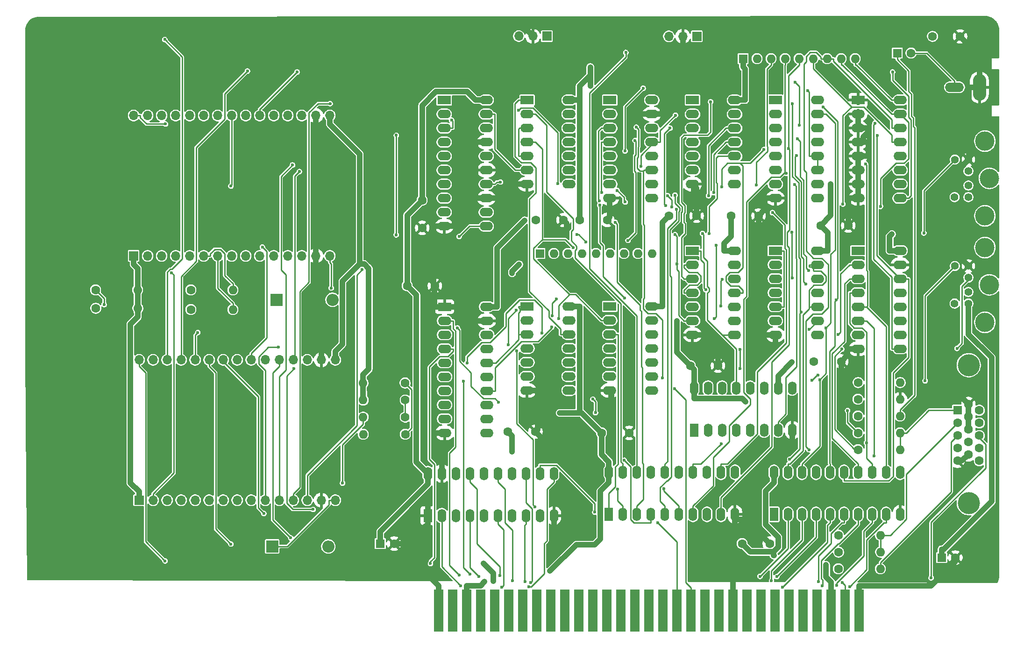
<source format=gbr>
%TF.GenerationSoftware,KiCad,Pcbnew,9.0.2*%
%TF.CreationDate,2025-12-28T20:05:53-06:00*%
%TF.ProjectId,DUALESP,4455414c-4553-4502-9e6b-696361645f70,V1.2*%
%TF.SameCoordinates,Original*%
%TF.FileFunction,Copper,L2,Bot*%
%TF.FilePolarity,Positive*%
%FSLAX46Y46*%
G04 Gerber Fmt 4.6, Leading zero omitted, Abs format (unit mm)*
G04 Created by KiCad (PCBNEW 9.0.2) date 2025-12-28 20:05:53*
%MOMM*%
%LPD*%
G01*
G04 APERTURE LIST*
%TA.AperFunction,ComponentPad*%
%ADD10R,1.600000X2.400000*%
%TD*%
%TA.AperFunction,ComponentPad*%
%ADD11O,1.600000X2.400000*%
%TD*%
%TA.AperFunction,ComponentPad*%
%ADD12R,1.700000X1.700000*%
%TD*%
%TA.AperFunction,ComponentPad*%
%ADD13O,1.700000X1.700000*%
%TD*%
%TA.AperFunction,ComponentPad*%
%ADD14C,1.600000*%
%TD*%
%TA.AperFunction,ComponentPad*%
%ADD15O,1.600000X1.600000*%
%TD*%
%TA.AperFunction,ComponentPad*%
%ADD16R,2.400000X1.600000*%
%TD*%
%TA.AperFunction,ComponentPad*%
%ADD17O,2.400000X1.600000*%
%TD*%
%TA.AperFunction,ComponentPad*%
%ADD18R,1.600000X1.600000*%
%TD*%
%TA.AperFunction,ComponentPad*%
%ADD19R,2.200000X2.200000*%
%TD*%
%TA.AperFunction,ComponentPad*%
%ADD20O,2.200000X2.200000*%
%TD*%
%TA.AperFunction,ComponentPad*%
%ADD21C,4.000000*%
%TD*%
%TA.AperFunction,ComponentPad*%
%ADD22C,1.422400*%
%TD*%
%TA.AperFunction,ComponentPad*%
%ADD23C,3.497580*%
%TD*%
%TA.AperFunction,ConnectorPad*%
%ADD24R,1.780000X7.620000*%
%TD*%
%TA.AperFunction,ComponentPad*%
%ADD25O,3.400000X1.700000*%
%TD*%
%TA.AperFunction,ComponentPad*%
%ADD26O,2.400000X4.800000*%
%TD*%
%TA.AperFunction,ViaPad*%
%ADD27C,0.600000*%
%TD*%
%TA.AperFunction,Conductor*%
%ADD28C,0.250000*%
%TD*%
%TA.AperFunction,Conductor*%
%ADD29C,1.000000*%
%TD*%
G04 APERTURE END LIST*
D10*
%TO.P,U9,1,G*%
%TO.N,Net-(U9-G)*%
X144840000Y-125000000D03*
D11*
%TO.P,U9,2,P0*%
%TO.N,Net-(U18-O0a)*%
X147380000Y-125000000D03*
%TO.P,U9,3,R0*%
%TO.N,Net-(RR1-R1)*%
X149920000Y-125000000D03*
%TO.P,U9,4,P1*%
%TO.N,Net-(U18-O1a)*%
X152460000Y-125000000D03*
%TO.P,U9,5,R1*%
%TO.N,Net-(RR1-R2)*%
X155000000Y-125000000D03*
%TO.P,U9,6,P2*%
%TO.N,Net-(U18-O2a)*%
X157540000Y-125000000D03*
%TO.P,U9,7,R2*%
%TO.N,Net-(RR1-R3)*%
X160080000Y-125000000D03*
%TO.P,U9,8,P3*%
%TO.N,Net-(U18-O3a)*%
X162620000Y-125000000D03*
%TO.P,U9,9,R3*%
%TO.N,Net-(RR1-R4)*%
X165160000Y-125000000D03*
%TO.P,U9,10,GND*%
%TO.N,GND*%
X167700000Y-125000000D03*
%TO.P,U9,11,P4*%
%TO.N,Net-(U18-O0b)*%
X167700000Y-117380000D03*
%TO.P,U9,12,R4*%
%TO.N,Net-(RR1-R5)*%
X165160000Y-117380000D03*
%TO.P,U9,13,P5*%
%TO.N,Net-(U18-O1b)*%
X162620000Y-117380000D03*
%TO.P,U9,14,R5*%
%TO.N,Net-(RR1-R6)*%
X160080000Y-117380000D03*
%TO.P,U9,15,P6*%
%TO.N,Net-(U18-O2b)*%
X157540000Y-117380000D03*
%TO.P,U9,16,R6*%
%TO.N,Net-(RR1-R7)*%
X155000000Y-117380000D03*
%TO.P,U9,17,P7*%
%TO.N,Net-(U18-O3b)*%
X152460000Y-117380000D03*
%TO.P,U9,18,R7*%
%TO.N,Net-(RR1-R8)*%
X149920000Y-117380000D03*
%TO.P,U9,19,P=R*%
%TO.N,~{CS_ESP}*%
X147380000Y-117380000D03*
%TO.P,U9,20,VCC*%
%TO.N,VCC*%
X144840000Y-117380000D03*
%TD*%
D12*
%TO.P,U16,1,RESET*%
%TO.N,+3.3V*%
X58699400Y-78155800D03*
D13*
%TO.P,U16,2,GPIO36*%
%TO.N,unconnected-(U16-GPIO36-Pad2)*%
X61239400Y-78155800D03*
%TO.P,U16,3,GPIO39*%
%TO.N,unconnected-(U16-GPIO39-Pad3)*%
X63779400Y-78155800D03*
%TO.P,U16,4,GPIO34*%
%TO.N,unconnected-(U16-GPIO34-Pad4)*%
X66319400Y-78155800D03*
%TO.P,U16,5,GPIO35*%
%TO.N,unconnected-(U16-GPIO35-Pad5)*%
X68859400Y-78155800D03*
%TO.P,U16,6,GPIO32*%
%TO.N,MSEDAT*%
X71399400Y-78155800D03*
%TO.P,U16,7,GPIO33*%
%TO.N,MSECLK*%
X73939400Y-78155800D03*
%TO.P,U16,8,GPIO25*%
%TO.N,unconnected-(U16-GPIO25-Pad8)*%
X76479400Y-78155800D03*
%TO.P,U16,9,GPIO26*%
%TO.N,unconnected-(U16-GPIO26-Pad9)*%
X79019400Y-78155800D03*
%TO.P,U16,10,GPIO27*%
%TO.N,unconnected-(U16-GPIO27-Pad10)*%
X81559400Y-78155800D03*
%TO.P,U16,11,GPIO14*%
%TO.N,unconnected-(U16-GPIO14-Pad11)*%
X84099400Y-78155800D03*
%TO.P,U16,12,GPIO12*%
%TO.N,unconnected-(U16-GPIO12-Pad12)*%
X86639400Y-78155800D03*
%TO.P,U16,13,GPIO13*%
%TO.N,unconnected-(U16-GPIO13-Pad13)*%
X89179400Y-78155800D03*
%TO.P,U16,14,GND*%
%TO.N,GND*%
X91719400Y-78155800D03*
%TO.P,U16,15,VIN*%
%TO.N,Net-(D3-K)*%
X94259400Y-78155800D03*
%TO.P,U16,16,3.3V*%
%TO.N,+3.3V*%
X94259400Y-52715800D03*
%TO.P,U16,17,GND*%
%TO.N,GND*%
X91719400Y-52715800D03*
%TO.P,U16,18,GPIO15*%
%TO.N,unconnected-(U16-GPIO15-Pad18)*%
X89179400Y-52715800D03*
%TO.P,U16,19,GPIO2*%
%TO.N,unconnected-(U16-GPIO2-Pad19)*%
X86639400Y-52715800D03*
%TO.P,U16,20,GPIO4*%
%TO.N,unconnected-(U16-GPIO4-Pad20)*%
X84099400Y-52715800D03*
%TO.P,U16,21,GPIO16*%
%TO.N,ESP1_OUT*%
X81559400Y-52715800D03*
%TO.P,U16,22,GPIO17*%
%TO.N,ESP1_IN*%
X79019400Y-52715800D03*
%TO.P,U16,23,GPIO5*%
%TO.N,ESP1_RDYO*%
X76479400Y-52715800D03*
%TO.P,U16,24,GPIO18*%
%TO.N,ESP1_BUSY*%
X73939400Y-52715800D03*
%TO.P,U16,25,GPIO19*%
%TO.N,ESP1_INCLK*%
X71399400Y-52715800D03*
%TO.P,U16,26,GPIO21*%
%TO.N,ESP1_OUTCLK*%
X68859400Y-52715800D03*
%TO.P,U16,27,GPIO3*%
%TO.N,RX1*%
X66319400Y-52715800D03*
%TO.P,U16,28,GPIO1*%
%TO.N,TX1*%
X63779400Y-52715800D03*
%TO.P,U16,29,GPIO22*%
%TO.N,~{ESP1_RD}*%
X61239400Y-52715800D03*
%TO.P,U16,30,GPIO23*%
%TO.N,~{ESP1_WR}*%
X58699400Y-52715800D03*
%TD*%
D14*
%TO.P,R6,1*%
%TO.N,Net-(J8-Pad1)*%
X107899200Y-101193600D03*
D15*
%TO.P,R6,2*%
%TO.N,+3.3V*%
X100279200Y-101193600D03*
%TD*%
D14*
%TO.P,R20,1*%
%TO.N,Net-(J7-Pad5)*%
X69088000Y-87884000D03*
D15*
%TO.P,R20,2*%
%TO.N,MSECLK*%
X76708000Y-87884000D03*
%TD*%
D16*
%TO.P,U12,1,OEa*%
%TO.N,Net-(U12-OEa)*%
X115000000Y-49920000D03*
D17*
%TO.P,U12,2,I0a*%
%TO.N,ESP0_RDYO*%
X115000000Y-52460000D03*
%TO.P,U12,3,O3b*%
%TO.N,bD7*%
X115000000Y-55000000D03*
%TO.P,U12,4,I1a*%
%TO.N,ESP0_BUSY*%
X115000000Y-57540000D03*
%TO.P,U12,5,O2b*%
%TO.N,bD6*%
X115000000Y-60080000D03*
%TO.P,U12,6,I2a*%
%TO.N,ESP0_SPAREO*%
X115000000Y-62620000D03*
%TO.P,U12,7,O1b*%
%TO.N,bD5*%
X115000000Y-65160000D03*
%TO.P,U12,8,I3a*%
%TO.N,ESP1_RDYO*%
X115000000Y-67700000D03*
%TO.P,U12,9,O0b*%
%TO.N,bD4*%
X115000000Y-70240000D03*
%TO.P,U12,10,GND*%
%TO.N,GND*%
X115000000Y-72780000D03*
%TO.P,U12,11,I0b*%
%TO.N,ESP1_BUSY*%
X122620000Y-72780000D03*
%TO.P,U12,12,O3a*%
%TO.N,bD3*%
X122620000Y-70240000D03*
%TO.P,U12,13,I1b*%
%TO.N,GND*%
X122620000Y-67700000D03*
%TO.P,U12,14,O2a*%
%TO.N,bD2*%
X122620000Y-65160000D03*
%TO.P,U12,15,I2b*%
%TO.N,GND*%
X122620000Y-62620000D03*
%TO.P,U12,16,O1a*%
%TO.N,bD1*%
X122620000Y-60080000D03*
%TO.P,U12,17,I3b*%
%TO.N,GND*%
X122620000Y-57540000D03*
%TO.P,U12,18,O0a*%
%TO.N,bD0*%
X122620000Y-55000000D03*
%TO.P,U12,19,OEb*%
%TO.N,Net-(U12-OEa)*%
X122620000Y-52460000D03*
%TO.P,U12,20,VCC*%
%TO.N,VCC*%
X122620000Y-49920000D03*
%TD*%
D16*
%TO.P,U7,1*%
%TO.N,bA1*%
X175000000Y-77220000D03*
D17*
%TO.P,U7,2*%
%TO.N,Net-(U7-Pad11)*%
X175000000Y-79760000D03*
%TO.P,U7,3*%
%TO.N,~{ESP_RD}*%
X175000000Y-82300000D03*
%TO.P,U7,4*%
%TO.N,Net-(U7-Pad4)*%
X175000000Y-84840000D03*
%TO.P,U7,5*%
%TO.N,bA1*%
X175000000Y-87380000D03*
%TO.P,U7,6*%
%TO.N,~{ESP_WR}*%
X175000000Y-89920000D03*
%TO.P,U7,7,GND*%
%TO.N,GND*%
X175000000Y-92460000D03*
%TO.P,U7,8*%
%TO.N,Net-(U7-Pad4)*%
X182620000Y-92460000D03*
%TO.P,U7,9*%
%TO.N,/CardSelect/b~{WR}*%
X182620000Y-89920000D03*
%TO.P,U7,10*%
%TO.N,~{CS_ESP}*%
X182620000Y-87380000D03*
%TO.P,U7,11*%
%TO.N,Net-(U7-Pad11)*%
X182620000Y-84840000D03*
%TO.P,U7,12*%
%TO.N,b~{RD}*%
X182620000Y-82300000D03*
%TO.P,U7,13*%
%TO.N,~{CS_ESP}*%
X182620000Y-79760000D03*
%TO.P,U7,14,VCC*%
%TO.N,VCC*%
X182620000Y-77220000D03*
%TD*%
D16*
%TO.P,U14,1,~{PL}*%
%TO.N,~{ESP1_WR}*%
X145000000Y-49920000D03*
D17*
%TO.P,U14,2,CP*%
%TO.N,ESP1_INCLK*%
X145000000Y-52460000D03*
%TO.P,U14,3,D4*%
%TO.N,bD4*%
X145000000Y-55000000D03*
%TO.P,U14,4,D5*%
%TO.N,bD5*%
X145000000Y-57540000D03*
%TO.P,U14,5,D6*%
%TO.N,bD6*%
X145000000Y-60080000D03*
%TO.P,U14,6,D7*%
%TO.N,bD7*%
X145000000Y-62620000D03*
%TO.P,U14,7,~{Q7}*%
%TO.N,unconnected-(U14-~{Q7}-Pad7)*%
X145000000Y-65160000D03*
%TO.P,U14,8,GND*%
%TO.N,GND*%
X145000000Y-67700000D03*
%TO.P,U14,9,Q7*%
%TO.N,Net-(U14-Q7)*%
X152620000Y-67700000D03*
%TO.P,U14,10,DS*%
%TO.N,unconnected-(U14-DS-Pad10)*%
X152620000Y-65160000D03*
%TO.P,U14,11,D0*%
%TO.N,bD0*%
X152620000Y-62620000D03*
%TO.P,U14,12,D1*%
%TO.N,bD1*%
X152620000Y-60080000D03*
%TO.P,U14,13,D2*%
%TO.N,bD2*%
X152620000Y-57540000D03*
%TO.P,U14,14,D3*%
%TO.N,bD3*%
X152620000Y-55000000D03*
%TO.P,U14,15,~{CE}*%
%TO.N,GND*%
X152620000Y-52460000D03*
%TO.P,U14,16,VCC*%
%TO.N,VCC*%
X152620000Y-49920000D03*
%TD*%
D18*
%TO.P,C14,1*%
%TO.N,VCC*%
X103418000Y-130302000D03*
D14*
%TO.P,C14,2*%
%TO.N,GND*%
X105918000Y-130302000D03*
%TD*%
D12*
%TO.P,J4,1,Pin_1*%
%TO.N,RX*%
X160782000Y-38354000D03*
D13*
%TO.P,J4,2,Pin_2*%
%TO.N,GND*%
X158242000Y-38354000D03*
%TO.P,J4,3,Pin_3*%
%TO.N,TX*%
X155702000Y-38354000D03*
%TD*%
D14*
%TO.P,C4,1*%
%TO.N,VCC*%
X143510000Y-110236000D03*
%TO.P,C4,2*%
%TO.N,GND*%
X148510000Y-110236000D03*
%TD*%
%TO.P,R7,1*%
%TO.N,Net-(J8-Pad5)*%
X107933200Y-104291000D03*
D15*
%TO.P,R7,2*%
%TO.N,+3.3V*%
X100313200Y-104291000D03*
%TD*%
D14*
%TO.P,R13,1*%
%TO.N,VGA_B0*%
X186436000Y-134874000D03*
D15*
%TO.P,R13,2*%
%TO.N,Net-(J5-Pad3)*%
X194056000Y-134874000D03*
%TD*%
D14*
%TO.P,R15,1*%
%TO.N,VGA_G0*%
X186436000Y-128778000D03*
D15*
%TO.P,R15,2*%
%TO.N,Net-(J5-Pad2)*%
X194056000Y-128778000D03*
%TD*%
D12*
%TO.P,J3,1,Pin_1*%
%TO.N,RX1*%
X133596000Y-38332000D03*
D13*
%TO.P,J3,2,Pin_2*%
%TO.N,GND*%
X131056000Y-38332000D03*
%TO.P,J3,3,Pin_3*%
%TO.N,TX1*%
X128516000Y-38332000D03*
%TD*%
D19*
%TO.P,D3,1,K*%
%TO.N,Net-(D3-K)*%
X84582000Y-86106000D03*
D20*
%TO.P,D3,2,A*%
%TO.N,VCC*%
X94742000Y-86106000D03*
%TD*%
D19*
%TO.P,D2,1,K*%
%TO.N,Net-(D2-K)*%
X83820000Y-130810000D03*
D20*
%TO.P,D2,2,A*%
%TO.N,VCC*%
X93980000Y-130810000D03*
%TD*%
D18*
%TO.P,RR1,1,common*%
%TO.N,VCC*%
X169164000Y-42418000D03*
D15*
%TO.P,RR1,2,R1*%
%TO.N,Net-(RR1-R1)*%
X171704000Y-42418000D03*
%TO.P,RR1,3,R2*%
%TO.N,Net-(RR1-R2)*%
X174244000Y-42418000D03*
%TO.P,RR1,4,R3*%
%TO.N,Net-(RR1-R3)*%
X176784000Y-42418000D03*
%TO.P,RR1,5,R4*%
%TO.N,Net-(RR1-R4)*%
X179324000Y-42418000D03*
%TO.P,RR1,6,R5*%
%TO.N,Net-(RR1-R5)*%
X181864000Y-42418000D03*
%TO.P,RR1,7,R6*%
%TO.N,Net-(RR1-R6)*%
X184404000Y-42418000D03*
%TO.P,RR1,8,R7*%
%TO.N,Net-(RR1-R7)*%
X186944000Y-42418000D03*
%TO.P,RR1,9,R8*%
%TO.N,Net-(RR1-R8)*%
X189484000Y-42418000D03*
%TD*%
D21*
%TO.P,J5,0*%
%TO.N,N/C*%
X210070000Y-122960000D03*
X210070000Y-97960000D03*
D18*
%TO.P,J5,1*%
%TO.N,Net-(J5-Pad1)*%
X208020000Y-106145000D03*
D14*
%TO.P,J5,2*%
%TO.N,Net-(J5-Pad2)*%
X208020000Y-108435000D03*
%TO.P,J5,3*%
%TO.N,Net-(J5-Pad3)*%
X208020000Y-110725000D03*
%TO.P,J5,4*%
%TO.N,unconnected-(J5-Pad4)*%
X208020000Y-113015000D03*
%TO.P,J5,5*%
%TO.N,GND*%
X208020000Y-115305000D03*
%TO.P,J5,6*%
X210000000Y-105000000D03*
%TO.P,J5,7*%
X210000000Y-107290000D03*
%TO.P,J5,8*%
X210000000Y-109580000D03*
%TO.P,J5,9*%
%TO.N,unconnected-(J5-Pad9)*%
X210000000Y-111870000D03*
%TO.P,J5,10*%
%TO.N,GND*%
X210000000Y-114160000D03*
%TO.P,J5,11*%
%TO.N,unconnected-(J5-Pad11)*%
X211980000Y-106145000D03*
%TO.P,J5,12*%
%TO.N,unconnected-(J5-Pad12)*%
X211980000Y-108435000D03*
%TO.P,J5,13*%
%TO.N,VGA_HSYNC*%
X211980000Y-110725000D03*
%TO.P,J5,14*%
%TO.N,VGA_VSYNC*%
X211980000Y-113015000D03*
%TO.P,J5,15*%
%TO.N,unconnected-(J5-Pad15)*%
X211980000Y-115305000D03*
%TD*%
%TO.P,R9,1*%
%TO.N,Net-(J8-Pad1)*%
X107950000Y-110490000D03*
D15*
%TO.P,R9,2*%
%TO.N,KBDDAT*%
X100330000Y-110490000D03*
%TD*%
D14*
%TO.P,C3,1*%
%TO.N,VCC*%
X155748000Y-70890000D03*
%TO.P,C3,2*%
%TO.N,GND*%
X160748000Y-70890000D03*
%TD*%
%TO.P,R14,1*%
%TO.N,VGA_G1*%
X186470000Y-131850000D03*
D15*
%TO.P,R14,2*%
%TO.N,Net-(J5-Pad2)*%
X194090000Y-131850000D03*
%TD*%
D14*
%TO.P,C7,1*%
%TO.N,VCC*%
X139526000Y-71628000D03*
%TO.P,C7,2*%
%TO.N,GND*%
X144526000Y-71628000D03*
%TD*%
D10*
%TO.P,U10,1,QB*%
%TO.N,bD1*%
X160274000Y-109728000D03*
D11*
%TO.P,U10,2,QC*%
%TO.N,bD2*%
X162814000Y-109728000D03*
%TO.P,U10,3,QD*%
%TO.N,bD3*%
X165354000Y-109728000D03*
%TO.P,U10,4,QE*%
%TO.N,bD4*%
X167894000Y-109728000D03*
%TO.P,U10,5,QF*%
%TO.N,bD5*%
X170434000Y-109728000D03*
%TO.P,U10,6,QG*%
%TO.N,bD6*%
X172974000Y-109728000D03*
%TO.P,U10,7,QH*%
%TO.N,bD7*%
X175514000Y-109728000D03*
%TO.P,U10,8,GND*%
%TO.N,GND*%
X178054000Y-109728000D03*
%TO.P,U10,9,QH'*%
%TO.N,unconnected-(U10-QH&apos;-Pad9)*%
X178054000Y-102108000D03*
%TO.P,U10,10,~{SRCLR}*%
%TO.N,VCC*%
X175514000Y-102108000D03*
%TO.P,U10,11,SRCLK*%
%TO.N,ESP0_OUTCLK*%
X172974000Y-102108000D03*
%TO.P,U10,12,RCLK*%
X170434000Y-102108000D03*
%TO.P,U10,13,~{OE}*%
%TO.N,~{ESP0_RD}*%
X167894000Y-102108000D03*
%TO.P,U10,14,SER*%
%TO.N,ESP0_OUT*%
X165354000Y-102108000D03*
%TO.P,U10,15,QA*%
%TO.N,bD0*%
X162814000Y-102108000D03*
%TO.P,U10,16,VCC*%
%TO.N,VCC*%
X160274000Y-102108000D03*
%TD*%
D22*
%TO.P,J7,1*%
%TO.N,Net-(J7-Pad1)*%
X210000020Y-62803560D03*
%TO.P,J7,2*%
%TO.N,unconnected-(J7-Pad2)*%
X210000020Y-65399440D03*
%TO.P,J7,3*%
%TO.N,GND*%
X210000020Y-60702980D03*
%TO.P,J7,4*%
%TO.N,VCC*%
X210000020Y-67500020D03*
%TO.P,J7,5*%
%TO.N,Net-(J7-Pad5)*%
X207551460Y-60702980D03*
%TO.P,J7,6*%
%TO.N,unconnected-(J7-Pad6)*%
X207500660Y-67500020D03*
D23*
%TO.P,J7,SH1*%
%TO.N,N/C*%
X212999760Y-70901080D03*
%TO.P,J7,SH2*%
X213797320Y-64101500D03*
%TO.P,J7,SH3*%
X212999760Y-57352720D03*
%TD*%
D24*
%TO.P,J6,1,GND*%
%TO.N,GND*%
X190220600Y-142443200D03*
%TO.P,J6,2,RESET*%
%TO.N,~{RESET}*%
X187680600Y-142443200D03*
%TO.P,J6,3,VCC*%
%TO.N,VCC*%
X185140600Y-142443200D03*
%TO.P,J6,4,IRQ2*%
%TO.N,IRQ2*%
X182600600Y-142443200D03*
%TO.P,J6,5,-5V*%
%TO.N,unconnected-(J6--5V-Pad5)*%
X180060600Y-142443200D03*
%TO.P,J6,6,DRQ2*%
%TO.N,unconnected-(J6-DRQ2-Pad6)*%
X177520600Y-142443200D03*
%TO.P,J6,7,-12V*%
%TO.N,unconnected-(J6--12V-Pad7)*%
X174980600Y-142443200D03*
%TO.P,J6,8,UNUSED*%
%TO.N,unconnected-(J6-UNUSED-Pad8)*%
X172440600Y-142443200D03*
%TO.P,J6,9,+12V*%
%TO.N,unconnected-(J6-+12V-Pad9)*%
X169900600Y-142443200D03*
%TO.P,J6,10,GND*%
%TO.N,GND*%
X167360600Y-142443200D03*
%TO.P,J6,11,~{SMEMW}*%
%TO.N,B_SMEMW*%
X164820600Y-142443200D03*
%TO.P,J6,12,~{SMEMR}*%
%TO.N,B_SMEMR*%
X162280600Y-142443200D03*
%TO.P,J6,13,~{IOW}*%
%TO.N,B_IOW*%
X159740600Y-142443200D03*
%TO.P,J6,14,~{IOR}*%
%TO.N,B_IOR*%
X157200600Y-142443200D03*
%TO.P,J6,15,~{DACK3}*%
%TO.N,unconnected-(J6-~{DACK3}-Pad15)*%
X154660600Y-142443200D03*
%TO.P,J6,16,DRQ3*%
%TO.N,unconnected-(J6-DRQ3-Pad16)*%
X152120600Y-142443200D03*
%TO.P,J6,17,~{DACK1}*%
%TO.N,unconnected-(J6-~{DACK1}-Pad17)*%
X149580600Y-142443200D03*
%TO.P,J6,18,DRQ1*%
%TO.N,unconnected-(J6-DRQ1-Pad18)*%
X147040600Y-142443200D03*
%TO.P,J6,19,~{DACK0}*%
%TO.N,unconnected-(J6-~{DACK0}-Pad19)*%
X144500600Y-142443200D03*
%TO.P,J6,20,CLK*%
%TO.N,B_CLK*%
X141960600Y-142443200D03*
%TO.P,J6,21,IRQ7*%
%TO.N,IRQ7*%
X139420600Y-142443200D03*
%TO.P,J6,22,IRQ6*%
%TO.N,IRQ6*%
X136880600Y-142443200D03*
%TO.P,J6,23,IRQ5*%
%TO.N,IRQ5*%
X134340600Y-142443200D03*
%TO.P,J6,24,IRQ4*%
%TO.N,IRQ4*%
X131800600Y-142443200D03*
%TO.P,J6,25,IRQ3*%
%TO.N,IRQ3*%
X129260600Y-142443200D03*
%TO.P,J6,26,~{DACK2}*%
%TO.N,unconnected-(J6-~{DACK2}-Pad26)*%
X126720600Y-142443200D03*
%TO.P,J6,27,TC*%
%TO.N,TC*%
X124180600Y-142443200D03*
%TO.P,J6,28,ALE*%
%TO.N,BUSALE*%
X121640600Y-142443200D03*
%TO.P,J6,29,VCC*%
%TO.N,VCC*%
X119100600Y-142443200D03*
%TO.P,J6,30,OSC*%
%TO.N,BUSCLK*%
X116560600Y-142443200D03*
%TO.P,J6,31,GND*%
%TO.N,GND*%
X114020600Y-142443200D03*
%TD*%
D14*
%TO.P,R10,1*%
%TO.N,AUDIO*%
X189992000Y-107188000D03*
D15*
%TO.P,R10,2*%
%TO.N,Net-(C15-Pad1)*%
X197612000Y-107188000D03*
%TD*%
D10*
%TO.P,U2,1,A->B*%
%TO.N,B_IOR*%
X174760000Y-125000000D03*
D11*
%TO.P,U2,2,A0*%
%TO.N,B_D0*%
X177300000Y-125000000D03*
%TO.P,U2,3,A1*%
%TO.N,B_D1*%
X179840000Y-125000000D03*
%TO.P,U2,4,A2*%
%TO.N,B_D2*%
X182380000Y-125000000D03*
%TO.P,U2,5,A3*%
%TO.N,B_D3*%
X184920000Y-125000000D03*
%TO.P,U2,6,A4*%
%TO.N,B_D4*%
X187460000Y-125000000D03*
%TO.P,U2,7,A5*%
%TO.N,B_D5*%
X190000000Y-125000000D03*
%TO.P,U2,8,A6*%
%TO.N,B_D6*%
X192540000Y-125000000D03*
%TO.P,U2,9,A7*%
%TO.N,B_D7*%
X195080000Y-125000000D03*
%TO.P,U2,10,GND*%
%TO.N,GND*%
X197620000Y-125000000D03*
%TO.P,U2,11,B7*%
%TO.N,bD7*%
X197620000Y-117380000D03*
%TO.P,U2,12,B6*%
%TO.N,bD6*%
X195080000Y-117380000D03*
%TO.P,U2,13,B5*%
%TO.N,bD5*%
X192540000Y-117380000D03*
%TO.P,U2,14,B4*%
%TO.N,bD4*%
X190000000Y-117380000D03*
%TO.P,U2,15,B3*%
%TO.N,bD3*%
X187460000Y-117380000D03*
%TO.P,U2,16,B2*%
%TO.N,bD2*%
X184920000Y-117380000D03*
%TO.P,U2,17,B1*%
%TO.N,bD1*%
X182380000Y-117380000D03*
%TO.P,U2,18,B0*%
%TO.N,bD0*%
X179840000Y-117380000D03*
%TO.P,U2,19,CE*%
%TO.N,~{CS_ESP}*%
X177300000Y-117380000D03*
%TO.P,U2,20,VCC*%
%TO.N,VCC*%
X174760000Y-117380000D03*
%TD*%
D14*
%TO.P,C15,1*%
%TO.N,Net-(C15-Pad1)*%
X203500000Y-38378000D03*
%TO.P,C15,2*%
%TO.N,GND*%
X208500000Y-38378000D03*
%TD*%
D18*
%TO.P,C16,1*%
%TO.N,Net-(C15-Pad1)*%
X197104000Y-41402000D03*
D14*
%TO.P,C16,2*%
%TO.N,Net-(J9-In)*%
X199604000Y-41402000D03*
%TD*%
%TO.P,C10,1*%
%TO.N,VCC*%
X181944000Y-97282000D03*
%TO.P,C10,2*%
%TO.N,GND*%
X186944000Y-97282000D03*
%TD*%
%TO.P,C12,1*%
%TO.N,VCC*%
X168990000Y-130302000D03*
%TO.P,C12,2*%
%TO.N,GND*%
X173990000Y-130302000D03*
%TD*%
%TO.P,R16,1*%
%TO.N,VGA_R1*%
X189992000Y-113284000D03*
D15*
%TO.P,R16,2*%
%TO.N,Net-(J5-Pad1)*%
X197612000Y-113284000D03*
%TD*%
D18*
%TO.P,RR2,1,common*%
%TO.N,+3.3V*%
X132334000Y-77724000D03*
D15*
%TO.P,RR2,2,R1*%
%TO.N,unconnected-(RR2-R1-Pad2)*%
X134874000Y-77724000D03*
%TO.P,RR2,3,R2*%
%TO.N,ESP0_IN*%
X137414000Y-77724000D03*
%TO.P,RR2,4,R3*%
%TO.N,unconnected-(RR2-R3-Pad4)*%
X139954000Y-77724000D03*
%TO.P,RR2,5,R4*%
%TO.N,unconnected-(RR2-R4-Pad5)*%
X142494000Y-77724000D03*
%TO.P,RR2,6,R5*%
%TO.N,unconnected-(RR2-R5-Pad6)*%
X145034000Y-77724000D03*
%TO.P,RR2,7,R6*%
%TO.N,unconnected-(RR2-R6-Pad7)*%
X147574000Y-77724000D03*
%TO.P,RR2,8,R7*%
%TO.N,ESP1_IN*%
X150114000Y-77724000D03*
%TO.P,RR2,9,R8*%
%TO.N,unconnected-(RR2-R8-Pad9)*%
X152654000Y-77724000D03*
%TD*%
D10*
%TO.P,U18,1,OEa*%
%TO.N,GND*%
X112014000Y-125222000D03*
D11*
%TO.P,U18,2,I0a*%
%TO.N,B_A2*%
X114554000Y-125222000D03*
%TO.P,U18,3,O3b*%
%TO.N,Net-(U18-O3b)*%
X117094000Y-125222000D03*
%TO.P,U18,4,I1a*%
%TO.N,B_A3*%
X119634000Y-125222000D03*
%TO.P,U18,5,O2b*%
%TO.N,Net-(U18-O2b)*%
X122174000Y-125222000D03*
%TO.P,U18,6,I2a*%
%TO.N,B_A4*%
X124714000Y-125222000D03*
%TO.P,U18,7,O1b*%
%TO.N,Net-(U18-O1b)*%
X127254000Y-125222000D03*
%TO.P,U18,8,I3a*%
%TO.N,B_A5*%
X129794000Y-125222000D03*
%TO.P,U18,9,O0b*%
%TO.N,Net-(U18-O0b)*%
X132334000Y-125222000D03*
%TO.P,U18,10,GND*%
%TO.N,GND*%
X134874000Y-125222000D03*
%TO.P,U18,11,I0b*%
%TO.N,B_A6*%
X134874000Y-117602000D03*
%TO.P,U18,12,O3a*%
%TO.N,Net-(U18-O3a)*%
X132334000Y-117602000D03*
%TO.P,U18,13,I1b*%
%TO.N,B_A7*%
X129794000Y-117602000D03*
%TO.P,U18,14,O2a*%
%TO.N,Net-(U18-O2a)*%
X127254000Y-117602000D03*
%TO.P,U18,15,I2b*%
%TO.N,B_A8*%
X124714000Y-117602000D03*
%TO.P,U18,16,O1a*%
%TO.N,Net-(U18-O1a)*%
X122174000Y-117602000D03*
%TO.P,U18,17,I3b*%
%TO.N,B_A9*%
X119634000Y-117602000D03*
%TO.P,U18,18,O0a*%
%TO.N,Net-(U18-O0a)*%
X117094000Y-117602000D03*
%TO.P,U18,19,OEb*%
%TO.N,GND*%
X114554000Y-117602000D03*
%TO.P,U18,20,VCC*%
%TO.N,VCC*%
X112014000Y-117602000D03*
%TD*%
D14*
%TO.P,C6,1*%
%TO.N,VCC*%
X166958000Y-70866000D03*
%TO.P,C6,2*%
%TO.N,GND*%
X171958000Y-70866000D03*
%TD*%
D16*
%TO.P,U17,1*%
%TO.N,/CardSelect/b~{WR}*%
X145000000Y-87300000D03*
D17*
%TO.P,U17,2*%
%TO.N,b~{RD}*%
X145000000Y-89840000D03*
%TO.P,U17,3*%
%TO.N,Net-(U9-G)*%
X145000000Y-92380000D03*
%TO.P,U17,4*%
%TO.N,unconnected-(U17-Pad4)*%
X145000000Y-94920000D03*
%TO.P,U17,5*%
%TO.N,unconnected-(U17-Pad5)*%
X145000000Y-97460000D03*
%TO.P,U17,6*%
%TO.N,unconnected-(U17-Pad6)*%
X145000000Y-100000000D03*
%TO.P,U17,7,GND*%
%TO.N,GND*%
X145000000Y-102540000D03*
%TO.P,U17,8*%
%TO.N,unconnected-(U17-Pad8)*%
X152620000Y-102540000D03*
%TO.P,U17,9*%
%TO.N,unconnected-(U17-Pad9)*%
X152620000Y-100000000D03*
%TO.P,U17,10*%
%TO.N,unconnected-(U17-Pad10)*%
X152620000Y-97460000D03*
%TO.P,U17,11*%
%TO.N,unconnected-(U17-Pad11)*%
X152620000Y-94920000D03*
%TO.P,U17,12*%
%TO.N,unconnected-(U17-Pad12)*%
X152620000Y-92380000D03*
%TO.P,U17,13*%
%TO.N,unconnected-(U17-Pad13)*%
X152620000Y-89840000D03*
%TO.P,U17,14,VCC*%
%TO.N,VCC*%
X152620000Y-87300000D03*
%TD*%
D14*
%TO.P,R17,1*%
%TO.N,VGA_R0*%
X189992000Y-110236000D03*
D15*
%TO.P,R17,2*%
%TO.N,Net-(J5-Pad1)*%
X197612000Y-110236000D03*
%TD*%
D14*
%TO.P,R8,1*%
%TO.N,Net-(J8-Pad5)*%
X107933200Y-107389800D03*
D15*
%TO.P,R8,2*%
%TO.N,KBDCLK*%
X100313200Y-107389800D03*
%TD*%
D18*
%TO.P,C13,1*%
%TO.N,VCC*%
X205149000Y-132835000D03*
D14*
%TO.P,C13,2*%
%TO.N,GND*%
X207649000Y-132835000D03*
%TD*%
%TO.P,R12,1*%
%TO.N,VGA_B1*%
X190026000Y-101116000D03*
D15*
%TO.P,R12,2*%
%TO.N,Net-(J5-Pad3)*%
X197646000Y-101116000D03*
%TD*%
D12*
%TO.P,U15,1,RESET*%
%TO.N,+3.3V*%
X59690000Y-122428000D03*
D13*
%TO.P,U15,2,GPIO36*%
%TO.N,~{ESP0_WR}*%
X62230000Y-122428000D03*
%TO.P,U15,3,GPIO39*%
%TO.N,unconnected-(U15-GPIO39-Pad3)*%
X64770000Y-122428000D03*
%TO.P,U15,4,GPIO34*%
%TO.N,unconnected-(U15-GPIO34-Pad4)*%
X67310000Y-122428000D03*
%TO.P,U15,5,GPIO35*%
%TO.N,unconnected-(U15-GPIO35-Pad5)*%
X69850000Y-122428000D03*
%TO.P,U15,6,GPIO32*%
%TO.N,KBDDAT*%
X72390000Y-122428000D03*
%TO.P,U15,7,GPIO33*%
%TO.N,KBDCLK*%
X74930000Y-122428000D03*
%TO.P,U15,8,GPIO25*%
%TO.N,AUDIO*%
X77470000Y-122428000D03*
%TO.P,U15,9,GPIO26*%
%TO.N,ESP0_OUTCLK*%
X80010000Y-122428000D03*
%TO.P,U15,10,GPIO27*%
%TO.N,ESP0_INCLK*%
X82550000Y-122428000D03*
%TO.P,U15,11,GPIO14*%
%TO.N,ESP0_BUSY*%
X85090000Y-122428000D03*
%TO.P,U15,12,GPIO12*%
%TO.N,ESP0_RDYO*%
X87630000Y-122428000D03*
%TO.P,U15,13,GPIO13*%
%TO.N,~{ESP0_RD}*%
X90170000Y-122428000D03*
%TO.P,U15,14,GND*%
%TO.N,GND*%
X92710000Y-122428000D03*
%TO.P,U15,15,VIN*%
%TO.N,Net-(D2-K)*%
X95250000Y-122428000D03*
%TO.P,U15,16,3.3V*%
%TO.N,+3.3V*%
X95250000Y-96988000D03*
%TO.P,U15,17,GND*%
%TO.N,GND*%
X92710000Y-96988000D03*
%TO.P,U15,18,GPIO15*%
%TO.N,VGA_VSYNC*%
X90170000Y-96988000D03*
%TO.P,U15,19,GPIO2*%
%TO.N,ESP0_SPAREO*%
X87630000Y-96988000D03*
%TO.P,U15,20,GPIO4*%
%TO.N,VGA_B0*%
X85090000Y-96988000D03*
%TO.P,U15,21,GPIO16*%
%TO.N,ESP0_OUT*%
X82550000Y-96988000D03*
%TO.P,U15,22,GPIO17*%
%TO.N,ESP0_IN*%
X80010000Y-96988000D03*
%TO.P,U15,23,GPIO5*%
%TO.N,VGA_B1*%
X77470000Y-96988000D03*
%TO.P,U15,24,GPIO18*%
%TO.N,VGA_G0*%
X74930000Y-96988000D03*
%TO.P,U15,25,GPIO19*%
%TO.N,VGA_G1*%
X72390000Y-96988000D03*
%TO.P,U15,26,GPIO21*%
%TO.N,VGA_R0*%
X69850000Y-96988000D03*
%TO.P,U15,27,GPIO3*%
%TO.N,RX*%
X67310000Y-96988000D03*
%TO.P,U15,28,GPIO1*%
%TO.N,TX*%
X64770000Y-96988000D03*
%TO.P,U15,29,GPIO22*%
%TO.N,VGA_R1*%
X62230000Y-96988000D03*
%TO.P,U15,30,GPIO23*%
%TO.N,VGA_HSYNC*%
X59690000Y-96988000D03*
%TD*%
D14*
%TO.P,R18,1*%
%TO.N,Net-(J7-Pad1)*%
X51850000Y-87654000D03*
D15*
%TO.P,R18,2*%
%TO.N,+3.3V*%
X59470000Y-87654000D03*
%TD*%
D16*
%TO.P,U5,1*%
%TO.N,Net-(U4-Pad12)*%
X130000000Y-49920000D03*
D17*
%TO.P,U5,2*%
%TO.N,~{CS_ESP}*%
X130000000Y-52460000D03*
%TO.P,U5,3*%
%TO.N,Net-(U5-Pad3)*%
X130000000Y-55000000D03*
%TO.P,U5,4*%
%TO.N,b~{RD}*%
X130000000Y-57540000D03*
%TO.P,U5,5*%
%TO.N,Net-(U5-Pad3)*%
X130000000Y-60080000D03*
%TO.P,U5,6*%
%TO.N,Net-(U12-OEa)*%
X130000000Y-62620000D03*
%TO.P,U5,7,GND*%
%TO.N,GND*%
X130000000Y-65160000D03*
%TO.P,U5,8*%
%TO.N,unconnected-(U5-Pad8)*%
X137620000Y-65160000D03*
%TO.P,U5,9*%
%TO.N,unconnected-(U5-Pad9)*%
X137620000Y-62620000D03*
%TO.P,U5,10*%
%TO.N,unconnected-(U5-Pad10)*%
X137620000Y-60080000D03*
%TO.P,U5,11*%
%TO.N,unconnected-(U5-Pad11)*%
X137620000Y-57540000D03*
%TO.P,U5,12*%
%TO.N,unconnected-(U5-Pad12)*%
X137620000Y-55000000D03*
%TO.P,U5,13*%
%TO.N,unconnected-(U5-Pad13)*%
X137620000Y-52460000D03*
%TO.P,U5,14,VCC*%
%TO.N,VCC*%
X137620000Y-49920000D03*
%TD*%
D16*
%TO.P,U13,1,QB*%
%TO.N,bD1*%
X175000000Y-49920000D03*
D17*
%TO.P,U13,2,QC*%
%TO.N,bD2*%
X175000000Y-52460000D03*
%TO.P,U13,3,QD*%
%TO.N,bD3*%
X175000000Y-55000000D03*
%TO.P,U13,4,QE*%
%TO.N,bD4*%
X175000000Y-57540000D03*
%TO.P,U13,5,QF*%
%TO.N,bD5*%
X175000000Y-60080000D03*
%TO.P,U13,6,QG*%
%TO.N,bD6*%
X175000000Y-62620000D03*
%TO.P,U13,7,QH*%
%TO.N,bD7*%
X175000000Y-65160000D03*
%TO.P,U13,8,GND*%
%TO.N,GND*%
X175000000Y-67700000D03*
%TO.P,U13,9,QH'*%
%TO.N,unconnected-(U13-QH&apos;-Pad9)*%
X182620000Y-67700000D03*
%TO.P,U13,10,~{SRCLR}*%
%TO.N,VCC*%
X182620000Y-65160000D03*
%TO.P,U13,11,SRCLK*%
%TO.N,ESP1_OUTCLK*%
X182620000Y-62620000D03*
%TO.P,U13,12,RCLK*%
X182620000Y-60080000D03*
%TO.P,U13,13,~{OE}*%
%TO.N,~{ESP1_RD}*%
X182620000Y-57540000D03*
%TO.P,U13,14,SER*%
%TO.N,ESP1_OUT*%
X182620000Y-55000000D03*
%TO.P,U13,15,QA*%
%TO.N,bD0*%
X182620000Y-52460000D03*
%TO.P,U13,16,VCC*%
%TO.N,VCC*%
X182620000Y-49920000D03*
%TD*%
D14*
%TO.P,C1,1*%
%TO.N,VCC*%
X110998000Y-68072000D03*
%TO.P,C1,2*%
%TO.N,GND*%
X110998000Y-73072000D03*
%TD*%
%TO.P,R21,1*%
%TO.N,Net-(J7-Pad1)*%
X69088000Y-84328000D03*
D15*
%TO.P,R21,2*%
%TO.N,MSEDAT*%
X76708000Y-84328000D03*
%TD*%
D14*
%TO.P,C8,1*%
%TO.N,VCC*%
X108284000Y-83566000D03*
%TO.P,C8,2*%
%TO.N,GND*%
X113284000Y-83566000D03*
%TD*%
D22*
%TO.P,J8,1*%
%TO.N,Net-(J8-Pad1)*%
X210000020Y-82100560D03*
%TO.P,J8,2*%
%TO.N,unconnected-(J8-Pad2)*%
X210000020Y-84696440D03*
%TO.P,J8,3*%
%TO.N,GND*%
X210000020Y-79999980D03*
%TO.P,J8,4*%
%TO.N,VCC*%
X210000020Y-86797020D03*
%TO.P,J8,5*%
%TO.N,Net-(J8-Pad5)*%
X207551460Y-79999980D03*
%TO.P,J8,6*%
%TO.N,unconnected-(J8-Pad6)*%
X207500660Y-86797020D03*
D23*
%TO.P,J8,SH1*%
%TO.N,N/C*%
X212999760Y-90198080D03*
%TO.P,J8,SH2*%
X213797320Y-83398500D03*
%TO.P,J8,SH3*%
X212999760Y-76649720D03*
%TD*%
D16*
%TO.P,U6,1*%
%TO.N,unconnected-(U6-Pad1)*%
X160000000Y-49920000D03*
D17*
%TO.P,U6,2*%
%TO.N,unconnected-(U6-Pad2)*%
X160000000Y-52460000D03*
%TO.P,U6,3*%
%TO.N,unconnected-(U6-Pad3)*%
X160000000Y-55000000D03*
%TO.P,U6,4*%
%TO.N,unconnected-(U6-Pad4)*%
X160000000Y-57540000D03*
%TO.P,U6,5*%
%TO.N,unconnected-(U6-Pad5)*%
X160000000Y-60080000D03*
%TO.P,U6,6*%
%TO.N,unconnected-(U6-Pad6)*%
X160000000Y-62620000D03*
%TO.P,U6,7,GND*%
%TO.N,GND*%
X160000000Y-65160000D03*
%TO.P,U6,8*%
%TO.N,unconnected-(U6-Pad8)*%
X167620000Y-65160000D03*
%TO.P,U6,9*%
%TO.N,unconnected-(U6-Pad9)*%
X167620000Y-62620000D03*
%TO.P,U6,10*%
%TO.N,ESP1_IN*%
X167620000Y-60080000D03*
%TO.P,U6,11*%
%TO.N,Net-(U14-Q7)*%
X167620000Y-57540000D03*
%TO.P,U6,12*%
%TO.N,ESP0_IN*%
X167620000Y-55000000D03*
%TO.P,U6,13*%
%TO.N,Net-(U11-Q7)*%
X167620000Y-52460000D03*
%TO.P,U6,14,VCC*%
%TO.N,VCC*%
X167620000Y-49920000D03*
%TD*%
D14*
%TO.P,C2,1*%
%TO.N,VCC*%
X131618000Y-71652000D03*
%TO.P,C2,2*%
%TO.N,GND*%
X136618000Y-71652000D03*
%TD*%
D16*
%TO.P,U11,1,~{PL}*%
%TO.N,~{ESP0_WR}*%
X190000000Y-77220000D03*
D17*
%TO.P,U11,2,CP*%
%TO.N,ESP0_INCLK*%
X190000000Y-79760000D03*
%TO.P,U11,3,D4*%
%TO.N,bD4*%
X190000000Y-82300000D03*
%TO.P,U11,4,D5*%
%TO.N,bD5*%
X190000000Y-84840000D03*
%TO.P,U11,5,D6*%
%TO.N,bD6*%
X190000000Y-87380000D03*
%TO.P,U11,6,D7*%
%TO.N,bD7*%
X190000000Y-89920000D03*
%TO.P,U11,7,~{Q7}*%
%TO.N,unconnected-(U11-~{Q7}-Pad7)*%
X190000000Y-92460000D03*
%TO.P,U11,8,GND*%
%TO.N,GND*%
X190000000Y-95000000D03*
%TO.P,U11,9,Q7*%
%TO.N,Net-(U11-Q7)*%
X197620000Y-95000000D03*
%TO.P,U11,10,DS*%
%TO.N,unconnected-(U11-DS-Pad10)*%
X197620000Y-92460000D03*
%TO.P,U11,11,D0*%
%TO.N,bD0*%
X197620000Y-89920000D03*
%TO.P,U11,12,D1*%
%TO.N,bD1*%
X197620000Y-87380000D03*
%TO.P,U11,13,D2*%
%TO.N,bD2*%
X197620000Y-84840000D03*
%TO.P,U11,14,D3*%
%TO.N,bD3*%
X197620000Y-82300000D03*
%TO.P,U11,15,~{CE}*%
%TO.N,GND*%
X197620000Y-79760000D03*
%TO.P,U11,16,VCC*%
%TO.N,VCC*%
X197620000Y-77220000D03*
%TD*%
D16*
%TO.P,U8,1*%
%TO.N,Net-(U4-Pad2)*%
X160000000Y-77220000D03*
D17*
%TO.P,U8,2*%
%TO.N,~{ESP_WR}*%
X160000000Y-79760000D03*
%TO.P,U8,3*%
%TO.N,~{ESP1_WR}*%
X160000000Y-82300000D03*
%TO.P,U8,4*%
%TO.N,~{ESP_WR}*%
X160000000Y-84840000D03*
%TO.P,U8,5*%
%TO.N,bA0*%
X160000000Y-87380000D03*
%TO.P,U8,6*%
%TO.N,~{ESP0_WR}*%
X160000000Y-89920000D03*
%TO.P,U8,7,GND*%
%TO.N,GND*%
X160000000Y-92460000D03*
%TO.P,U8,8*%
%TO.N,~{ESP0_RD}*%
X167620000Y-92460000D03*
%TO.P,U8,9*%
%TO.N,bA0*%
X167620000Y-89920000D03*
%TO.P,U8,10*%
%TO.N,~{ESP_RD}*%
X167620000Y-87380000D03*
%TO.P,U8,11*%
%TO.N,~{ESP1_RD}*%
X167620000Y-84840000D03*
%TO.P,U8,12*%
%TO.N,Net-(U4-Pad4)*%
X167620000Y-82300000D03*
%TO.P,U8,13*%
%TO.N,~{ESP_RD}*%
X167620000Y-79760000D03*
%TO.P,U8,14,VCC*%
%TO.N,VCC*%
X167620000Y-77220000D03*
%TD*%
D14*
%TO.P,R19,1*%
%TO.N,Net-(J7-Pad5)*%
X51816000Y-84328000D03*
D15*
%TO.P,R19,2*%
%TO.N,+3.3V*%
X59436000Y-84328000D03*
%TD*%
D16*
%TO.P,U4,1*%
%TO.N,bA0*%
X130000000Y-87300000D03*
D17*
%TO.P,U4,2*%
%TO.N,Net-(U4-Pad2)*%
X130000000Y-89840000D03*
%TO.P,U4,3*%
%TO.N,bA0*%
X130000000Y-92380000D03*
%TO.P,U4,4*%
%TO.N,Net-(U4-Pad4)*%
X130000000Y-94920000D03*
%TO.P,U4,5*%
%TO.N,unconnected-(U4-Pad5)*%
X130000000Y-97460000D03*
%TO.P,U4,6*%
%TO.N,unconnected-(U4-Pad6)*%
X130000000Y-100000000D03*
%TO.P,U4,7,GND*%
%TO.N,GND*%
X130000000Y-102540000D03*
%TO.P,U4,8*%
%TO.N,unconnected-(U4-Pad8)*%
X137620000Y-102540000D03*
%TO.P,U4,9*%
%TO.N,unconnected-(U4-Pad9)*%
X137620000Y-100000000D03*
%TO.P,U4,10*%
%TO.N,unconnected-(U4-Pad10)*%
X137620000Y-97460000D03*
%TO.P,U4,11*%
%TO.N,unconnected-(U4-Pad11)*%
X137620000Y-94920000D03*
%TO.P,U4,12*%
%TO.N,Net-(U4-Pad12)*%
X137620000Y-92380000D03*
%TO.P,U4,13*%
%TO.N,bA1*%
X137620000Y-89840000D03*
%TO.P,U4,14,VCC*%
%TO.N,VCC*%
X137620000Y-87300000D03*
%TD*%
D16*
%TO.P,SW1,1*%
%TO.N,GND*%
X190000000Y-49920000D03*
D17*
%TO.P,SW1,2*%
X190000000Y-52460000D03*
%TO.P,SW1,3*%
X190000000Y-55000000D03*
%TO.P,SW1,4*%
X190000000Y-57540000D03*
%TO.P,SW1,5*%
X190000000Y-60080000D03*
%TO.P,SW1,6*%
X190000000Y-62620000D03*
%TO.P,SW1,7*%
X190000000Y-65160000D03*
%TO.P,SW1,8*%
X190000000Y-67700000D03*
%TO.P,SW1,9*%
%TO.N,Net-(RR1-R1)*%
X197620000Y-67700000D03*
%TO.P,SW1,10*%
%TO.N,Net-(RR1-R2)*%
X197620000Y-65160000D03*
%TO.P,SW1,11*%
%TO.N,Net-(RR1-R3)*%
X197620000Y-62620000D03*
%TO.P,SW1,12*%
%TO.N,Net-(RR1-R4)*%
X197620000Y-60080000D03*
%TO.P,SW1,13*%
%TO.N,Net-(RR1-R5)*%
X197620000Y-57540000D03*
%TO.P,SW1,14*%
%TO.N,Net-(RR1-R6)*%
X197620000Y-55000000D03*
%TO.P,SW1,15*%
%TO.N,Net-(RR1-R7)*%
X197620000Y-52460000D03*
%TO.P,SW1,16*%
%TO.N,Net-(RR1-R8)*%
X197620000Y-49920000D03*
%TD*%
D16*
%TO.P,U19,1,OEa*%
%TO.N,GND*%
X115062000Y-87376000D03*
D17*
%TO.P,U19,2,I0a*%
%TO.N,~{RESET}*%
X115062000Y-89916000D03*
%TO.P,U19,3,O3b*%
%TO.N,b~{RD}*%
X115062000Y-92456000D03*
%TO.P,U19,4,I1a*%
%TO.N,B_A0*%
X115062000Y-94996000D03*
%TO.P,U19,5,O2b*%
%TO.N,/CardSelect/b~{WR}*%
X115062000Y-97536000D03*
%TO.P,U19,6,I2a*%
%TO.N,B_A1*%
X115062000Y-100076000D03*
%TO.P,U19,7,O1b*%
%TO.N,unconnected-(U19-O1b-Pad7)*%
X115062000Y-102616000D03*
%TO.P,U19,8,I3a*%
%TO.N,unconnected-(U19-I3a-Pad8)*%
X115062000Y-105156000D03*
%TO.P,U19,9,O0b*%
%TO.N,unconnected-(U19-O0b-Pad9)*%
X115062000Y-107696000D03*
%TO.P,U19,10,GND*%
%TO.N,GND*%
X115062000Y-110236000D03*
%TO.P,U19,11,I0b*%
%TO.N,unconnected-(U19-I0b-Pad11)*%
X122682000Y-110236000D03*
%TO.P,U19,12,O3a*%
%TO.N,unconnected-(U19-O3a-Pad12)*%
X122682000Y-107696000D03*
%TO.P,U19,13,I1b*%
%TO.N,unconnected-(U19-I1b-Pad13)*%
X122682000Y-105156000D03*
%TO.P,U19,14,O2a*%
%TO.N,bA1*%
X122682000Y-102616000D03*
%TO.P,U19,15,I2b*%
%TO.N,B_IOW*%
X122682000Y-100076000D03*
%TO.P,U19,16,O1a*%
%TO.N,bA0*%
X122682000Y-97536000D03*
%TO.P,U19,17,I3b*%
%TO.N,B_IOR*%
X122682000Y-94996000D03*
%TO.P,U19,18,O0a*%
%TO.N,b~{RESET}*%
X122682000Y-92456000D03*
%TO.P,U19,19,OEb*%
%TO.N,GND*%
X122682000Y-89916000D03*
%TO.P,U19,20,VCC*%
%TO.N,VCC*%
X122682000Y-87376000D03*
%TD*%
D14*
%TO.P,C5,1*%
%TO.N,VCC*%
X126538000Y-110006000D03*
%TO.P,C5,2*%
%TO.N,GND*%
X131538000Y-110006000D03*
%TD*%
D25*
%TO.P,J9,1,In*%
%TO.N,Net-(J9-In)*%
X207496000Y-47601500D03*
D26*
%TO.P,J9,2,Ext*%
%TO.N,GND*%
X211996000Y-47601500D03*
%TD*%
D14*
%TO.P,C9,1*%
%TO.N,VCC*%
X159592000Y-98044000D03*
%TO.P,C9,2*%
%TO.N,GND*%
X164592000Y-98044000D03*
%TD*%
%TO.P,C11,1*%
%TO.N,VCC*%
X183214000Y-72644000D03*
%TO.P,C11,2*%
%TO.N,GND*%
X188214000Y-72644000D03*
%TD*%
%TO.P,R11,1*%
%TO.N,Net-(C15-Pad1)*%
X189992000Y-104140000D03*
D15*
%TO.P,R11,2*%
%TO.N,GND*%
X197612000Y-104140000D03*
%TD*%
D27*
%TO.N,~{ESP0_WR}*%
X156830000Y-74320000D03*
X140690000Y-75610000D03*
X139045000Y-74315000D03*
%TO.N,~{ESP1_RD}*%
X165310000Y-65620000D03*
%TO.N,ESP1_IN*%
X163020000Y-74100000D03*
%TO.N,~{ESP0_WR}*%
X157147500Y-79620000D03*
%TO.N,GND*%
X144280000Y-38811200D03*
%TO.N,VCC*%
X141478000Y-43942000D03*
X123864700Y-137121400D03*
X129564300Y-71719700D03*
X184200600Y-134151400D03*
X122116100Y-133882900D03*
X185017500Y-65169300D03*
X134178100Y-135258700D03*
X169599300Y-104626200D03*
X154521700Y-82577600D03*
X174778800Y-132448000D03*
X196139200Y-74218000D03*
X166958000Y-74631000D03*
X178016100Y-97410100D03*
X122284400Y-137214900D03*
X127275600Y-113637200D03*
X135924200Y-106615400D03*
X157184400Y-89933000D03*
X141480700Y-47366800D03*
X142290800Y-130513400D03*
%TO.N,GND*%
X175068000Y-94458900D03*
X133502100Y-112889800D03*
X148085400Y-64714800D03*
X111850800Y-121439400D03*
X125124900Y-58660200D03*
X137184300Y-74282200D03*
X145355900Y-109734200D03*
X111490100Y-110109400D03*
X186944000Y-101889600D03*
X201381400Y-104681700D03*
X207994800Y-82957600D03*
X134262300Y-130316800D03*
X187244100Y-109843300D03*
X205267200Y-83995900D03*
%TO.N,Net-(D3-K)*%
X94515100Y-83980300D03*
%TO.N,B_D4*%
X182833700Y-137178100D03*
%TO.N,B_D2*%
X175269900Y-136284800D03*
%TO.N,B_A2*%
X117990000Y-137928900D03*
%TO.N,B_A9*%
X125083000Y-136128200D03*
%TO.N,B_D3*%
X176319800Y-138195700D03*
%TO.N,~{RESET}*%
X187118200Y-137330000D03*
X117755400Y-136022800D03*
%TO.N,B_A8*%
X127326300Y-137005700D03*
%TO.N,B_A5*%
X129626700Y-137187800D03*
%TO.N,B_D7*%
X188471200Y-138115000D03*
%TO.N,B_D6*%
X186142400Y-137835900D03*
%TO.N,+3.3V*%
X128581300Y-79694800D03*
X127300300Y-81302300D03*
X101322800Y-81963900D03*
%TO.N,B_D1*%
X174313200Y-137047500D03*
%TO.N,B_IOR*%
X131424800Y-123618000D03*
X153730000Y-126530700D03*
X128149400Y-95350200D03*
%TO.N,B_A6*%
X130298400Y-138116800D03*
%TO.N,B_A0*%
X112505400Y-133910900D03*
%TO.N,RX*%
X79330700Y-44662400D03*
%TO.N,TX*%
X64340200Y-38936600D03*
%TO.N,B_D0*%
X172228600Y-136240200D03*
%TO.N,B_D5*%
X183512700Y-137948400D03*
%TO.N,B_A1*%
X118498800Y-100884500D03*
X119702100Y-135843900D03*
%TO.N,B_A4*%
X125408200Y-138223400D03*
%TO.N,B_A7*%
X130688600Y-137324600D03*
%TO.N,bD7*%
X192929900Y-114427900D03*
X178486600Y-65257900D03*
X128450600Y-51763100D03*
X116327700Y-53554300D03*
X135607800Y-65089000D03*
%TO.N,bD6*%
X191351400Y-61493300D03*
%TO.N,bD5*%
X178820700Y-59945100D03*
X191526700Y-112022300D03*
X143572500Y-66689700D03*
X180546200Y-83266300D03*
%TO.N,KBDCLK*%
X96565500Y-119336100D03*
%TO.N,bD4*%
X181012200Y-80803000D03*
X143142700Y-68147500D03*
X179003200Y-56924400D03*
%TO.N,bD3*%
X155120800Y-69064100D03*
X155906400Y-55000000D03*
X193461700Y-56308900D03*
%TO.N,bD2*%
X125197800Y-64761700D03*
X183702900Y-51190000D03*
X150616600Y-61954900D03*
X156896300Y-52672300D03*
X186015400Y-86135000D03*
%TO.N,bD1*%
X178114300Y-50602100D03*
X177610900Y-115015700D03*
X179692100Y-88303500D03*
X151060900Y-47772200D03*
X147779300Y-59162500D03*
%TO.N,B_A3*%
X121304100Y-136283300D03*
%TO.N,bD0*%
X183060800Y-100584500D03*
X154576000Y-100267500D03*
X149805700Y-54842100D03*
X184174100Y-91190000D03*
%TO.N,B_IOW*%
X156763800Y-102235600D03*
%TO.N,Net-(J7-Pad5)*%
X201924500Y-74007200D03*
X53360600Y-86983700D03*
%TO.N,Net-(J7-Pad1)*%
X147657000Y-85775800D03*
X143175300Y-68949300D03*
%TO.N,Net-(J8-Pad1)*%
X207933300Y-94922300D03*
%TO.N,VGA_HSYNC*%
X64401800Y-133443200D03*
X203241100Y-136506500D03*
%TO.N,VGA_VSYNC*%
X91246500Y-124111500D03*
X87753800Y-98623800D03*
%TO.N,Net-(J8-Pad5)*%
X181598500Y-100686800D03*
X202158300Y-100790100D03*
X182718500Y-99732500D03*
%TO.N,b~{RD}*%
X135705800Y-89529400D03*
X178108100Y-82148800D03*
X178034900Y-73857900D03*
X138348900Y-76623000D03*
%TO.N,Net-(RR1-R6)*%
X181090100Y-113277600D03*
X165179600Y-112176400D03*
%TO.N,VGA_R1*%
X187053800Y-95056600D03*
%TO.N,VGA_R0*%
X124841600Y-104660200D03*
X188102700Y-106186200D03*
X142417000Y-106568000D03*
X141941300Y-104127000D03*
X70336400Y-92032800D03*
X117374700Y-91222600D03*
%TO.N,VGA_G1*%
X76332600Y-130383500D03*
%TO.N,VGA_G0*%
X82309000Y-124844200D03*
%TO.N,VGA_B0*%
X87185000Y-129267700D03*
%TO.N,Net-(RR1-R4)*%
X177391800Y-58704400D03*
%TO.N,Net-(RR1-R5)*%
X187261100Y-68752900D03*
X174495100Y-70314200D03*
%TO.N,Net-(RR1-R3)*%
X176941900Y-63188400D03*
%TO.N,Net-(RR1-R7)*%
X194066200Y-69176700D03*
X157072400Y-69713000D03*
%TO.N,Net-(RR1-R2)*%
X156820500Y-67150600D03*
X171545600Y-65345500D03*
%TO.N,Net-(RR1-R1)*%
X196256600Y-44836400D03*
X145981800Y-72070500D03*
%TO.N,Net-(RR1-R8)*%
X147907700Y-41291300D03*
%TO.N,~{ESP1_WR}*%
X64491800Y-54249200D03*
X163277500Y-50234800D03*
%TO.N,bA1*%
X163962800Y-89483900D03*
X164263700Y-76224700D03*
X134473000Y-91050600D03*
%TO.N,~{ESP0_RD}*%
X161814100Y-74103000D03*
X100114700Y-80663700D03*
%TO.N,~{ESP1_RD}*%
X147792400Y-68385800D03*
X172926700Y-58898400D03*
X146318200Y-66293700D03*
%TO.N,ESP0_INCLK*%
X168572600Y-95107700D03*
X84985000Y-94721000D03*
X186410300Y-92412400D03*
X168572600Y-98595300D03*
%TO.N,ESP0_BUSY*%
X87491100Y-61688800D03*
%TO.N,ESP0_RDYO*%
X94321200Y-50563500D03*
%TO.N,ESP0_SPAREO*%
X88741700Y-62882700D03*
%TO.N,/CardSelect/b~{WR}*%
X119126900Y-97570300D03*
X181148600Y-91491700D03*
X132673300Y-92134000D03*
%TO.N,Net-(U4-Pad2)*%
X162409800Y-84305300D03*
X134565300Y-89000700D03*
X135299400Y-85997500D03*
%TO.N,ESP0_IN*%
X162909400Y-67255800D03*
X155514100Y-67267800D03*
X82039600Y-76558100D03*
X156277300Y-69307500D03*
%TO.N,Net-(U4-Pad4)*%
X126623000Y-94306800D03*
X128081400Y-88027400D03*
X165372400Y-82425000D03*
X165106200Y-87280300D03*
%TO.N,ESP1_OUTCLK*%
X180843700Y-48214400D03*
%TO.N,ESP1_OUT*%
X88325000Y-44838000D03*
X179378700Y-54508000D03*
X178560900Y-46643500D03*
%TO.N,ESP1_IN*%
X149569600Y-57253000D03*
X148308000Y-75344800D03*
%TO.N,ESP1_BUSY*%
X117699900Y-74652900D03*
X106313600Y-56288000D03*
X106299300Y-74346000D03*
%TO.N,ESP1_RDYO*%
X76332600Y-65485700D03*
%TO.N,Net-(U11-Q7)*%
X193084100Y-54110500D03*
%TO.N,Net-(U14-Q7)*%
X163833400Y-66705400D03*
%TO.N,Net-(U18-O1a)*%
X147633300Y-115199600D03*
%TO.N,Net-(U18-O3a)*%
X142290800Y-124619600D03*
%TO.N,Net-(U18-O2a)*%
X154826900Y-120336700D03*
%TO.N,Net-(U18-O0a)*%
X146439800Y-120448600D03*
%TO.N,~{ESP0_WR}*%
X65592600Y-81217300D03*
%TD*%
D28*
%TO.N,ESP1_IN*%
X164580000Y-60080000D02*
X167620000Y-60080000D01*
%TO.N,~{ESP0_WR}*%
X157147500Y-74637500D02*
X157147500Y-79620000D01*
X156830000Y-74320000D02*
X157147500Y-74637500D01*
%TO.N,Net-(RR1-R2)*%
X155000000Y-123473300D02*
X155000000Y-125000000D01*
X154158600Y-122631900D02*
X155000000Y-123473300D01*
X154158600Y-120098100D02*
X154158600Y-122631900D01*
X155350000Y-118906700D02*
X154158600Y-120098100D01*
X155466800Y-118906700D02*
X155350000Y-118906700D01*
X156126700Y-118246800D02*
X155466800Y-118906700D01*
X156126700Y-81970000D02*
X156126700Y-118246800D01*
X155908000Y-81751300D02*
X156126700Y-81970000D01*
X157528200Y-70143500D02*
X157528200Y-71829800D01*
X157528200Y-71829800D02*
X155908000Y-73450000D01*
X156820500Y-68573300D02*
X157699100Y-69451900D01*
X157699100Y-69451900D02*
X157699100Y-69972600D01*
X155908000Y-73450000D02*
X155908000Y-81751300D01*
X156820500Y-67150600D02*
X156820500Y-68573300D01*
X157699100Y-69972600D02*
X157528200Y-70143500D01*
%TO.N,Net-(RR1-R7)*%
X155457000Y-115396300D02*
X155457000Y-73185400D01*
X155457000Y-73185400D02*
X157072400Y-71570000D01*
X155000000Y-115853300D02*
X155457000Y-115396300D01*
X155000000Y-117380000D02*
X155000000Y-115853300D01*
X157072400Y-71570000D02*
X157072400Y-69713000D01*
%TO.N,~{ESP0_WR}*%
X139395000Y-74315000D02*
X140690000Y-75610000D01*
X139045000Y-74315000D02*
X139395000Y-74315000D01*
%TO.N,~{CS_ESP}*%
X147380000Y-115832400D02*
X147380000Y-117380000D01*
X147379900Y-115832400D02*
X147380000Y-115832400D01*
X147006600Y-115459100D02*
X147379900Y-115832400D01*
X147006600Y-86794700D02*
X147006600Y-115459100D01*
X138975600Y-76363400D02*
X138975600Y-76882600D01*
X138975600Y-76882600D02*
X138726200Y-77132000D01*
X138010300Y-75398100D02*
X138975600Y-76363400D01*
X138010300Y-73719700D02*
X138010300Y-75398100D01*
X138392000Y-73338000D02*
X138010300Y-73719700D01*
X138726200Y-78514300D02*
X147006600Y-86794700D01*
X138726200Y-77132000D02*
X138726200Y-78514300D01*
X138392000Y-73240500D02*
X138392000Y-73338000D01*
%TO.N,~{ESP1_RD}*%
X168630404Y-61350000D02*
X168420000Y-61350000D01*
X169146700Y-61866296D02*
X168630404Y-61350000D01*
X169146700Y-80296900D02*
X169146700Y-61866296D01*
X168270300Y-81173300D02*
X169146700Y-80296900D01*
X166753200Y-81173300D02*
X168270300Y-81173300D01*
X166093300Y-81833200D02*
X166753200Y-81173300D01*
X166931700Y-83605200D02*
X166093300Y-82766800D01*
X166093300Y-82766800D02*
X166093300Y-81833200D01*
X169146700Y-84369100D02*
X168382800Y-83605200D01*
X167620000Y-84840000D02*
X169146700Y-84840000D01*
X169146700Y-84840000D02*
X169146700Y-84369100D01*
X168420000Y-61350000D02*
X166350000Y-61350000D01*
X168382800Y-83605200D02*
X166931700Y-83605200D01*
X165310000Y-62390000D02*
X166350000Y-61350000D01*
X165310000Y-65620000D02*
X165310000Y-62390000D01*
%TO.N,ESP1_IN*%
X164459400Y-65015000D02*
X164284400Y-64840000D01*
X164459400Y-67770600D02*
X164459400Y-65015000D01*
X164284400Y-64840000D02*
X164284400Y-60375600D01*
X164284400Y-60375600D02*
X164580000Y-60080000D01*
X163020000Y-74100000D02*
X163020000Y-69210000D01*
X163020000Y-69210000D02*
X164459400Y-67770600D01*
%TO.N,~{ESP1_RD}*%
X170475100Y-61350000D02*
X168420000Y-61350000D01*
%TO.N,~{ESP0_RD}*%
X165600000Y-92460000D02*
X165478100Y-92581900D01*
X165478100Y-92581900D02*
X162669200Y-89773000D01*
X167620000Y-92460000D02*
X165600000Y-92460000D01*
%TO.N,~{ESP1_WR}*%
X162707500Y-56290000D02*
X163277500Y-55720000D01*
X158470000Y-56290000D02*
X162707500Y-56290000D01*
X157978400Y-56781600D02*
X158470000Y-56290000D01*
X157978400Y-68453500D02*
X157978400Y-56781600D01*
X158602500Y-69077600D02*
X157978400Y-68453500D01*
X158602500Y-70346800D02*
X158602500Y-69077600D01*
X158431600Y-70517700D02*
X158602500Y-70346800D01*
X158431600Y-72057200D02*
X158431600Y-70517700D01*
X158004400Y-74772100D02*
X158656700Y-74119800D01*
X158004400Y-81831100D02*
X158004400Y-74772100D01*
X158473300Y-82300000D02*
X158004400Y-81831100D01*
X158656700Y-74119800D02*
X158656700Y-72282300D01*
X158656700Y-72282300D02*
X158431600Y-72057200D01*
X160000000Y-82300000D02*
X158473300Y-82300000D01*
D29*
%TO.N,GND*%
X208020000Y-115305000D02*
X208855000Y-115305000D01*
X208855000Y-115305000D02*
X210000000Y-114160000D01*
X210000000Y-107290000D02*
X210000000Y-109580000D01*
X210000000Y-105000000D02*
X210000000Y-107290000D01*
%TO.N,VCC*%
X112014000Y-117602000D02*
X109964600Y-115552600D01*
X174675700Y-132448000D02*
X174778800Y-132448000D01*
X141478000Y-44692800D02*
X141480700Y-44695500D01*
X168982800Y-104009700D02*
X169599300Y-104626200D01*
X124583700Y-76700300D02*
X124583700Y-87376000D01*
X197620000Y-77220000D02*
X195718300Y-77220000D01*
X141480700Y-44695500D02*
X141480700Y-47366800D01*
X173256300Y-126856100D02*
X175532600Y-129132400D01*
X195718300Y-77220000D02*
X195718300Y-74638900D01*
X175532600Y-129132400D02*
X175532600Y-130952300D01*
X123864700Y-135631500D02*
X123864700Y-137121400D01*
X109964600Y-85246600D02*
X108284000Y-83566000D01*
X175532600Y-130952300D02*
X174675700Y-131809200D01*
X141478000Y-45443700D02*
X139521700Y-47400000D01*
X169521700Y-44277400D02*
X169521700Y-49920000D01*
X155748000Y-70890000D02*
X154521700Y-72116300D01*
X205149000Y-131333300D02*
X205524400Y-131333300D01*
X157184400Y-95636400D02*
X159592000Y-98044000D01*
X160274000Y-102108000D02*
X160274000Y-104009700D01*
X109964600Y-115552600D02*
X109964600Y-85246600D01*
X108284000Y-83566000D02*
X108284000Y-70786000D01*
X134178100Y-135258700D02*
X138923400Y-130513400D01*
X154521700Y-82577600D02*
X154521700Y-87300000D01*
X122682000Y-87376000D02*
X124583700Y-87376000D01*
X127275600Y-110743600D02*
X127275600Y-113637200D01*
X170497200Y-131809200D02*
X168990000Y-130302000D01*
X174778800Y-132448000D02*
X174675700Y-132344900D01*
X137620000Y-49920000D02*
X139521700Y-49920000D01*
X214196800Y-122660900D02*
X214196800Y-96568300D01*
X174675700Y-132344900D02*
X174675700Y-131809200D01*
X183214000Y-72644000D02*
X184521700Y-73951700D01*
X169164000Y-42418000D02*
X169164000Y-43919700D01*
X126538000Y-110006000D02*
X127275600Y-110743600D01*
X129564300Y-71719700D02*
X124583700Y-76700300D01*
X144840000Y-115478300D02*
X143510000Y-114148300D01*
X167620000Y-49920000D02*
X169521700Y-49920000D01*
X122116100Y-133882900D02*
X123864700Y-135631500D01*
X112014000Y-117602000D02*
X112014000Y-119503700D01*
X122284400Y-137214900D02*
X121567800Y-137931500D01*
X121567800Y-137931500D02*
X119100600Y-137931500D01*
X185017500Y-65169300D02*
X185017500Y-70840500D01*
X135924200Y-106615400D02*
X139521700Y-106615400D01*
X122620000Y-49920000D02*
X120718300Y-49920000D01*
X169164000Y-43919700D02*
X169521700Y-44277400D01*
X165718300Y-77220000D02*
X165718300Y-75870700D01*
X174675700Y-131809200D02*
X170497200Y-131809200D01*
X166958000Y-74631000D02*
X166958000Y-70866000D01*
X185140600Y-137279300D02*
X184200600Y-136339300D01*
X139526000Y-49924300D02*
X139521700Y-49920000D01*
X143315300Y-129488900D02*
X143315300Y-120806400D01*
X157184400Y-89933000D02*
X157184400Y-95636400D01*
X160274000Y-98726000D02*
X160274000Y-102108000D01*
X108284000Y-70786000D02*
X110998000Y-68072000D01*
X103418000Y-128099700D02*
X103418000Y-130302000D01*
X139526000Y-71628000D02*
X139526000Y-49924300D01*
X144840000Y-117380000D02*
X144840000Y-119281700D01*
X185140600Y-142443200D02*
X185140600Y-137279300D01*
X167620000Y-77220000D02*
X165718300Y-77220000D01*
X159592000Y-98044000D02*
X160274000Y-98726000D01*
X184521700Y-73951700D02*
X184521700Y-77220000D01*
X175514000Y-99912200D02*
X178016100Y-97410100D01*
X139521700Y-106615400D02*
X139889400Y-106615400D01*
X113512300Y-48374300D02*
X110998000Y-50888600D01*
X143315300Y-120806400D02*
X144840000Y-119281700D01*
X138923400Y-130513400D02*
X142290800Y-130513400D01*
X142290800Y-130513400D02*
X143315300Y-129488900D01*
X139521700Y-87300000D02*
X139521700Y-106615400D01*
X175514000Y-102108000D02*
X175514000Y-99912200D01*
X174760000Y-119281700D02*
X173256300Y-120785400D01*
X112014000Y-119503700D02*
X103418000Y-128099700D01*
X195718300Y-74638900D02*
X196139200Y-74218000D01*
X141478000Y-43942000D02*
X141478000Y-44692800D01*
X139521700Y-47400000D02*
X139521700Y-49920000D01*
X185017500Y-70840500D02*
X183214000Y-72644000D01*
X173256300Y-120785400D02*
X173256300Y-126856100D01*
X174760000Y-117380000D02*
X174760000Y-119281700D01*
X184200600Y-136339300D02*
X184200600Y-134151400D01*
X120718300Y-49920000D02*
X119172600Y-48374300D01*
X119100600Y-142443200D02*
X119100600Y-137931500D01*
X165718300Y-75870700D02*
X166958000Y-74631000D01*
X141478000Y-44692800D02*
X141478000Y-45443700D01*
X160274000Y-104009700D02*
X168982800Y-104009700D01*
X144840000Y-117380000D02*
X144840000Y-115478300D01*
X119172600Y-48374300D02*
X113512300Y-48374300D01*
X143510000Y-114148300D02*
X143510000Y-110236000D01*
X152620000Y-87300000D02*
X154521700Y-87300000D01*
X182620000Y-77220000D02*
X184521700Y-77220000D01*
X214196800Y-96568300D02*
X210000000Y-92371500D01*
X139889400Y-106615400D02*
X143510000Y-110236000D01*
X154521700Y-72116300D02*
X154521700Y-82577600D01*
X110998000Y-50888600D02*
X110998000Y-68072000D01*
X137620000Y-87300000D02*
X139521700Y-87300000D01*
X205524400Y-131333300D02*
X214196800Y-122660900D01*
X210000000Y-92371500D02*
X210000000Y-86797000D01*
X205149000Y-132835000D02*
X205149000Y-131333300D01*
%TO.N,GND*%
X167360600Y-142443200D02*
X167360600Y-127241100D01*
X116901700Y-71516600D02*
X116901700Y-72780000D01*
X145945800Y-37162800D02*
X144297400Y-38811200D01*
X206305500Y-82957600D02*
X205267200Y-83995900D01*
X207649000Y-133515200D02*
X207649000Y-132835000D01*
X208500000Y-38378000D02*
X211996000Y-41874000D01*
X210094300Y-47601500D02*
X210094300Y-60608700D01*
X130000000Y-65160000D02*
X128098300Y-65160000D01*
X130000000Y-102540000D02*
X131901700Y-102540000D01*
X114554000Y-115700300D02*
X113160300Y-114306600D01*
X113098300Y-72780000D02*
X113098300Y-83380300D01*
X190000000Y-67700000D02*
X188098300Y-67700000D01*
X190000000Y-63890000D02*
X190000000Y-60080000D01*
X111850800Y-121439400D02*
X112014000Y-121602600D01*
X114020600Y-142443200D02*
X114020600Y-137931500D01*
X158242000Y-39905700D02*
X154521700Y-43626000D01*
X175000000Y-92460000D02*
X173285900Y-92460000D01*
X164592000Y-98044000D02*
X164592000Y-95150300D01*
X205531600Y-100531500D02*
X205267400Y-100267400D01*
X160748000Y-65908000D02*
X160748000Y-70890000D01*
X122682000Y-89916000D02*
X120780300Y-89916000D01*
X131538000Y-110006000D02*
X131901700Y-109642300D01*
X131538000Y-110006000D02*
X133502100Y-111970100D01*
X205267400Y-100267400D02*
X205267400Y-84000300D01*
X134874000Y-125222000D02*
X134874000Y-129705100D01*
X113235300Y-87376000D02*
X111490100Y-89121200D01*
X167700000Y-125000000D02*
X167700000Y-125950800D01*
X160000000Y-65160000D02*
X160748000Y-65908000D01*
X150718300Y-52460000D02*
X148567800Y-54610500D01*
X186944000Y-101889600D02*
X186944000Y-109543200D01*
X148849900Y-57951400D02*
X148849900Y-59508800D01*
X205267400Y-84000300D02*
X205267200Y-84000100D01*
X133502100Y-111970100D02*
X133502100Y-112889800D01*
X190950900Y-57540000D02*
X190950900Y-56572800D01*
X120718300Y-67700000D02*
X116901700Y-71516600D01*
X131901700Y-109642300D02*
X131901700Y-102540000D01*
X169638800Y-119919600D02*
X177928700Y-111629700D01*
X116963700Y-87376100D02*
X116963700Y-87376000D01*
X203232700Y-137931500D02*
X207649000Y-133515200D01*
X188262800Y-72595200D02*
X188262800Y-68338000D01*
X188098300Y-68173500D02*
X188098300Y-67700000D01*
X190000000Y-57540000D02*
X190950900Y-57540000D01*
X167700000Y-125950800D02*
X167700000Y-126901700D01*
X177928700Y-111629700D02*
X178054000Y-111629700D01*
X190220600Y-137931500D02*
X203232700Y-137931500D01*
X190950900Y-57540000D02*
X191901700Y-57540000D01*
X167360600Y-127241100D02*
X167700000Y-126901700D01*
X205531600Y-100531500D02*
X201381400Y-104681700D01*
X188098300Y-96127700D02*
X186944000Y-97282000D01*
X171958000Y-91132100D02*
X173285900Y-92460000D01*
X125125000Y-58660200D02*
X125124900Y-58660200D01*
X169638800Y-125950800D02*
X173990000Y-130302000D01*
X114020600Y-137931500D02*
X108462500Y-132373400D01*
X115000000Y-72780000D02*
X113098300Y-72780000D01*
X125125000Y-39446600D02*
X125125000Y-58660200D01*
X91719400Y-52715800D02*
X91719400Y-78155800D01*
X178054000Y-109728000D02*
X178054000Y-111629700D01*
X137184300Y-72218300D02*
X136618000Y-71652000D01*
X145355900Y-102895900D02*
X145000000Y-102540000D01*
X127801700Y-36769900D02*
X125125000Y-39446600D01*
X111640800Y-127123700D02*
X112014000Y-127123700D01*
X210000000Y-80000000D02*
X206061000Y-76061000D01*
X145000000Y-71154000D02*
X144526000Y-71628000D01*
X148567800Y-54610500D02*
X148567800Y-57669300D01*
X190677500Y-55000000D02*
X191901700Y-55000000D01*
X164592000Y-95150300D02*
X161901700Y-92460000D01*
X190950900Y-56572800D02*
X190951000Y-56572800D01*
X171958000Y-70866000D02*
X171958000Y-91132100D01*
X190000000Y-95000000D02*
X188098300Y-95000000D01*
X191901700Y-55622100D02*
X191901700Y-55000000D01*
X145355900Y-109734200D02*
X145355900Y-102895900D01*
X91719400Y-79707500D02*
X92710000Y-80698100D01*
X111490100Y-89121200D02*
X111490100Y-110109400D01*
X190000000Y-54322500D02*
X190000000Y-52460000D01*
X190000000Y-63890000D02*
X190000000Y-65160000D01*
X112014000Y-125222000D02*
X112014000Y-127123700D01*
X137184300Y-74282200D02*
X137184300Y-72218300D01*
X175000000Y-67700000D02*
X173098300Y-67700000D01*
X190000000Y-62620000D02*
X190000000Y-63890000D01*
X152620000Y-52460000D02*
X154521700Y-52460000D01*
X148849900Y-59508800D02*
X148085400Y-60273300D01*
X190677500Y-55000000D02*
X190000000Y-54322500D01*
X115000000Y-72780000D02*
X116901700Y-72780000D01*
X186944000Y-101889600D02*
X186944000Y-97282000D01*
X173098300Y-67700000D02*
X173098300Y-69725700D01*
X207994800Y-82957600D02*
X206305500Y-82957600D01*
X152620000Y-52460000D02*
X150718300Y-52460000D01*
X188262800Y-68338000D02*
X188098300Y-68173500D01*
X188098300Y-95000000D02*
X188098300Y-96127700D01*
X191901700Y-57540000D02*
X191901700Y-60080000D01*
X190000000Y-60080000D02*
X191901700Y-60080000D01*
X211996000Y-41874000D02*
X211996000Y-47601500D01*
X145000000Y-67700000D02*
X145000000Y-71154000D01*
X112014000Y-121602600D02*
X112014000Y-125222000D01*
X122620000Y-57540000D02*
X120718300Y-57540000D01*
X148085400Y-60273300D02*
X148085400Y-64714800D01*
X131056000Y-38332000D02*
X129493900Y-36769900D01*
X190951000Y-56572800D02*
X191901700Y-55622100D01*
X91719400Y-78155800D02*
X91719400Y-79707500D01*
X206061000Y-76061000D02*
X206061000Y-64642000D01*
X115062000Y-110236000D02*
X113160300Y-110236000D01*
X173098300Y-69725700D02*
X171958000Y-70866000D01*
X128098300Y-65160000D02*
X125558300Y-67700000D01*
X108462500Y-132373400D02*
X108462500Y-130302000D01*
X92710000Y-80698100D02*
X92710000Y-96988000D01*
X206061000Y-64642000D02*
X210000000Y-60703000D01*
X190000000Y-67700000D02*
X190000000Y-65160000D01*
X154521700Y-43626000D02*
X154521700Y-52460000D01*
X158242000Y-38354000D02*
X158242000Y-39905700D01*
X129493900Y-36769900D02*
X127801700Y-36769900D01*
X186944000Y-109543200D02*
X187244100Y-109843300D01*
X120780300Y-89916000D02*
X118240400Y-87376100D01*
X113160300Y-114306600D02*
X113160300Y-110236000D01*
X169638800Y-125950800D02*
X169638800Y-119919600D01*
X134874000Y-129705100D02*
X134262300Y-130316800D01*
X205267200Y-84000100D02*
X205267200Y-83995900D01*
X108462500Y-130302000D02*
X111640800Y-127123700D01*
X211996000Y-47601500D02*
X210094300Y-47601500D01*
X154521700Y-43626000D02*
X148058500Y-37162800D01*
X148567800Y-57669300D02*
X148849900Y-57951400D01*
X118240400Y-87376100D02*
X116963700Y-87376100D01*
X175068000Y-92528000D02*
X175068000Y-94458900D01*
X167700000Y-125950800D02*
X169638800Y-125950800D01*
X160000000Y-92460000D02*
X161901700Y-92460000D01*
X148058500Y-37162800D02*
X145945800Y-37162800D01*
X113235300Y-83614700D02*
X113235300Y-87376000D01*
X190220600Y-142443200D02*
X190220600Y-137931500D01*
X115062000Y-87376000D02*
X113235300Y-87376000D01*
X122620000Y-67700000D02*
X120718300Y-67700000D01*
X125558300Y-67700000D02*
X122620000Y-67700000D01*
X120718300Y-67700000D02*
X120718300Y-57540000D01*
X114554000Y-117602000D02*
X114554000Y-115700300D01*
X105918000Y-130302000D02*
X108462500Y-130302000D01*
X115062000Y-87376000D02*
X116963700Y-87376000D01*
D28*
%TO.N,Net-(J9-In)*%
X199604000Y-41402000D02*
X202473200Y-41402000D01*
X207496000Y-47601500D02*
X207496000Y-46424800D01*
X202473200Y-41402000D02*
X207496000Y-46424800D01*
%TO.N,Net-(D2-K)*%
X95250000Y-122428000D02*
X94073300Y-122428000D01*
X94073300Y-123265700D02*
X94073300Y-122428000D01*
X86529000Y-130810000D02*
X94073300Y-123265700D01*
X83820000Y-130810000D02*
X86529000Y-130810000D01*
%TO.N,Net-(D3-K)*%
X94515100Y-79588200D02*
X94259400Y-79332500D01*
X94259400Y-78155800D02*
X94259400Y-79332500D01*
X94515100Y-83980300D02*
X94515100Y-79588200D01*
%TO.N,B_D4*%
X182833800Y-137178100D02*
X182833700Y-137178100D01*
X187078800Y-126526700D02*
X185145100Y-128460400D01*
X185145100Y-130245700D02*
X182833800Y-132557000D01*
X187460000Y-125000000D02*
X187460000Y-126526700D01*
X182833800Y-132557000D02*
X182833800Y-137178100D01*
X185145100Y-128460400D02*
X185145100Y-130245700D01*
X187460000Y-126526700D02*
X187078800Y-126526700D01*
%TO.N,B_D2*%
X182380000Y-129174700D02*
X175269900Y-136284800D01*
X182380000Y-125000000D02*
X182380000Y-129174700D01*
%TO.N,B_A2*%
X114554000Y-134492900D02*
X114554000Y-125222000D01*
X117990000Y-137928900D02*
X114554000Y-134492900D01*
%TO.N,B_A9*%
X125083000Y-134515100D02*
X125083000Y-136128200D01*
X120904000Y-130336100D02*
X125083000Y-134515100D01*
X119634000Y-117602000D02*
X119634000Y-119128700D01*
X120904000Y-120398700D02*
X120904000Y-130336100D01*
X119634000Y-119128700D02*
X120904000Y-120398700D01*
%TO.N,B_D3*%
X184468300Y-130047200D02*
X176319800Y-138195700D01*
X184920000Y-125000000D02*
X184920000Y-126526700D01*
X184920000Y-126526700D02*
X184468300Y-126978400D01*
X184468300Y-126978400D02*
X184468300Y-130047200D01*
%TO.N,~{RESET}*%
X115062000Y-89916000D02*
X116588700Y-89916000D01*
X116588700Y-91322800D02*
X117067500Y-91801600D01*
X187118200Y-137330000D02*
X187680600Y-137892400D01*
X117067500Y-91801600D02*
X117067500Y-112839000D01*
X115966500Y-134233900D02*
X117755400Y-136022800D01*
X115966500Y-113940000D02*
X115966500Y-134233900D01*
X187680600Y-137892400D02*
X187680600Y-142443200D01*
X116588700Y-89916000D02*
X116588700Y-91322800D01*
X117067500Y-112839000D02*
X115966500Y-113940000D01*
%TO.N,B_A8*%
X124714000Y-117602000D02*
X124714000Y-119128700D01*
X125984000Y-126552700D02*
X127326300Y-127895000D01*
X125984000Y-120398700D02*
X125984000Y-126552700D01*
X127326300Y-127895000D02*
X127326300Y-137005700D01*
X124714000Y-119128700D02*
X125984000Y-120398700D01*
%TO.N,B_A5*%
X129794000Y-125222000D02*
X129794000Y-126748700D01*
X129594000Y-126948700D02*
X129794000Y-126748700D01*
X129594000Y-137155100D02*
X129594000Y-126948700D01*
X129594000Y-137155100D02*
X129626700Y-137187800D01*
%TO.N,B_D7*%
X195080000Y-125000000D02*
X195080000Y-126526700D01*
X188471200Y-138115000D02*
X191576900Y-135009300D01*
X191576900Y-129648100D02*
X194698300Y-126526700D01*
X191576900Y-135009300D02*
X191576900Y-129648100D01*
X194698300Y-126526700D02*
X195080000Y-126526700D01*
%TO.N,B_D6*%
X192540000Y-126526700D02*
X191013300Y-128053400D01*
X192540000Y-125000000D02*
X192540000Y-126526700D01*
X191013300Y-132548700D02*
X186142400Y-137419600D01*
X191013300Y-128053400D02*
X191013300Y-132548700D01*
X186142400Y-137419600D02*
X186142400Y-137835900D01*
D29*
%TO.N,+3.3V*%
X127300300Y-80975800D02*
X127300300Y-81302300D01*
X96543700Y-82766000D02*
X99679700Y-79630000D01*
X59690000Y-122428000D02*
X59690000Y-120876300D01*
X59470000Y-87654000D02*
X59470000Y-88404800D01*
X95250000Y-96988000D02*
X95250000Y-95436300D01*
X101322800Y-80451500D02*
X101322800Y-81963900D01*
X59436000Y-88370800D02*
X59436000Y-84328000D01*
X58121900Y-90503800D02*
X59470000Y-89155700D01*
X128581300Y-79694800D02*
X127300300Y-80975800D01*
X59436000Y-84328000D02*
X59436000Y-80444100D01*
X59470000Y-88404800D02*
X59470000Y-89155700D01*
X95250000Y-95436300D02*
X96543700Y-94142600D01*
X59690000Y-120876300D02*
X58121900Y-119308200D01*
X58121900Y-119308200D02*
X58121900Y-90503800D01*
X59470000Y-88404800D02*
X59436000Y-88370800D01*
X100279200Y-102755300D02*
X100279200Y-101193600D01*
X59436000Y-80444100D02*
X58699400Y-79707500D01*
X58699400Y-78155800D02*
X58699400Y-79707500D01*
X101322800Y-81963900D02*
X101322800Y-98648300D01*
X96543700Y-94142600D02*
X96543700Y-82766000D01*
X99679700Y-59687800D02*
X99679700Y-79630000D01*
X100313200Y-102789300D02*
X100279200Y-102755300D01*
X99679700Y-79630000D02*
X100501300Y-79630000D01*
X94259400Y-52715800D02*
X94259400Y-54267500D01*
X94259400Y-54267500D02*
X99679700Y-59687800D01*
X100279200Y-101193600D02*
X100279200Y-99691900D01*
X100501300Y-79630000D02*
X101322800Y-80451500D01*
X101322800Y-98648300D02*
X100279200Y-99691900D01*
X100313200Y-104291000D02*
X100313200Y-102789300D01*
D28*
%TO.N,B_D1*%
X174313200Y-135220400D02*
X179840000Y-129693600D01*
X174313200Y-137047500D02*
X174313200Y-135220400D01*
X179840000Y-129693600D02*
X179840000Y-125000000D01*
%TO.N,B_IOR*%
X131424800Y-123618000D02*
X131064000Y-123257200D01*
X131064000Y-111470000D02*
X128149400Y-108555400D01*
X153730000Y-126530700D02*
X157200600Y-130001300D01*
X157200600Y-130001300D02*
X157200600Y-142443200D01*
X128149400Y-108555400D02*
X128149400Y-95350200D01*
X131064000Y-123257200D02*
X131064000Y-111470000D01*
%TO.N,B_A6*%
X130782700Y-138116800D02*
X130298400Y-138116800D01*
X134874000Y-117602000D02*
X134874000Y-119128700D01*
X133604000Y-120398700D02*
X133604000Y-129806000D01*
X133164300Y-135735200D02*
X130782700Y-138116800D01*
X133604000Y-129806000D02*
X133164300Y-130245700D01*
X133164300Y-130245700D02*
X133164300Y-135735200D01*
X134874000Y-119128700D02*
X133604000Y-120398700D01*
%TO.N,B_A0*%
X112316800Y-115046600D02*
X113204700Y-115934500D01*
X116588700Y-94996000D02*
X116588700Y-95467000D01*
X112505400Y-133534100D02*
X112505400Y-133910900D01*
X112316800Y-98287700D02*
X112316800Y-115046600D01*
X113204700Y-132834800D02*
X112505400Y-133534100D01*
X114195200Y-96409300D02*
X112316800Y-98287700D01*
X116588700Y-95467000D02*
X115646400Y-96409300D01*
X113204700Y-115934500D02*
X113204700Y-132834800D01*
X115062000Y-94996000D02*
X116588700Y-94996000D01*
X115646400Y-96409300D02*
X114195200Y-96409300D01*
%TO.N,RX*%
X70045900Y-58509300D02*
X75209400Y-53345800D01*
X67310000Y-96988000D02*
X67310000Y-81871500D01*
X70045900Y-79135600D02*
X70045900Y-58509300D01*
X75209400Y-48783700D02*
X79330700Y-44662400D01*
X67310000Y-81871500D02*
X70045900Y-79135600D01*
X75209400Y-53345800D02*
X75209400Y-48783700D01*
%TO.N,TX*%
X65605500Y-80590600D02*
X65333100Y-80590600D01*
X65333100Y-80590600D02*
X64770000Y-81153700D01*
X64340200Y-38936600D02*
X67526600Y-42123000D01*
X67526600Y-78669500D02*
X65605500Y-80590600D01*
X64770000Y-81153700D02*
X64770000Y-96988000D01*
X67526600Y-42123000D02*
X67526600Y-78669500D01*
%TO.N,B_D0*%
X177300000Y-131168800D02*
X177300000Y-125000000D01*
X172228600Y-136240200D02*
X177300000Y-131168800D01*
%TO.N,B_D5*%
X186419500Y-130297000D02*
X186526600Y-130297000D01*
X183610700Y-136918500D02*
X183329400Y-136637200D01*
X183329400Y-133387100D02*
X186419500Y-130297000D01*
X183329400Y-136637200D02*
X183329400Y-133387100D01*
X183512700Y-137948400D02*
X183610700Y-137850400D01*
X186526600Y-130297000D02*
X190000000Y-126823600D01*
X190000000Y-126823600D02*
X190000000Y-125000000D01*
X183610700Y-137850400D02*
X183610700Y-136918500D01*
%TO.N,B_A1*%
X119702100Y-135843900D02*
X118498800Y-134640600D01*
X118498800Y-134640600D02*
X118498800Y-100884500D01*
%TO.N,B_A4*%
X124714000Y-126748700D02*
X125728300Y-127763000D01*
X124714000Y-125222000D02*
X124714000Y-126748700D01*
X125728300Y-137903300D02*
X125408200Y-138223400D01*
X125728300Y-127763000D02*
X125728300Y-137903300D01*
%TO.N,B_A7*%
X129794000Y-122873400D02*
X130927200Y-124006600D01*
X130927200Y-124006600D02*
X130927200Y-137086000D01*
X130927200Y-137086000D02*
X130688600Y-137324600D01*
X129794000Y-117602000D02*
X129794000Y-122873400D01*
%TO.N,bD7*%
X175514000Y-109728000D02*
X175514000Y-108201300D01*
X190000000Y-89920000D02*
X191526700Y-89920000D01*
X128898400Y-51315300D02*
X131055300Y-51315300D01*
X131055300Y-51315300D02*
X135607800Y-55867800D01*
X135607800Y-55867800D02*
X135607800Y-65089000D01*
X116526700Y-55000000D02*
X116526700Y-53753300D01*
X176927300Y-100229400D02*
X176927300Y-106788000D01*
X128450600Y-51763100D02*
X128898400Y-51315300D01*
X178869100Y-98287600D02*
X176927300Y-100229400D01*
X178787900Y-65559200D02*
X178787900Y-78604500D01*
X178787900Y-78604500D02*
X178869100Y-78685700D01*
X192929900Y-91323200D02*
X192929900Y-114427900D01*
X178486600Y-65257900D02*
X178787900Y-65559200D01*
X176927300Y-106788000D02*
X175514000Y-108201300D01*
X116526700Y-53753300D02*
X116327700Y-53554300D01*
X178869100Y-78685700D02*
X178869100Y-98287600D01*
X191526700Y-89920000D02*
X192929900Y-91323200D01*
X115000000Y-55000000D02*
X116526700Y-55000000D01*
%TO.N,bD6*%
X190000000Y-87380000D02*
X191526700Y-87380000D01*
X191703800Y-80938100D02*
X191526700Y-80761000D01*
X195080000Y-117380000D02*
X195080000Y-90933300D01*
X191703800Y-87202900D02*
X191703800Y-80938100D01*
X195080000Y-90933300D02*
X191526700Y-87380000D01*
X191526700Y-80761000D02*
X191526700Y-61668600D01*
X191526700Y-61668600D02*
X191351400Y-61493300D01*
X191526700Y-87380000D02*
X191703800Y-87202900D01*
%TO.N,bD5*%
X191526700Y-114840000D02*
X192540000Y-115853300D01*
X180141500Y-78680500D02*
X180141500Y-82861600D01*
X178820700Y-59945100D02*
X178594100Y-60171700D01*
X188473300Y-90393500D02*
X188473300Y-84840000D01*
X145000000Y-57540000D02*
X143473300Y-57540000D01*
X180141500Y-82861600D02*
X180546200Y-83266300D01*
X179691300Y-64719100D02*
X179691300Y-78230300D01*
X178594100Y-60171700D02*
X178594100Y-63621900D01*
X190000000Y-84840000D02*
X188473300Y-84840000D01*
X179691300Y-78230300D02*
X180141500Y-78680500D01*
X143473300Y-66590500D02*
X143572500Y-66689700D01*
X191526700Y-112022300D02*
X191526700Y-114840000D01*
X191526700Y-91992200D02*
X190726000Y-91191500D01*
X178594100Y-63621900D02*
X179691300Y-64719100D01*
X192540000Y-117380000D02*
X192540000Y-115853300D01*
X190726000Y-91191500D02*
X189271300Y-91191500D01*
X189271300Y-91191500D02*
X188473300Y-90393500D01*
X143473300Y-57540000D02*
X143473300Y-66590500D01*
X191526700Y-112022300D02*
X191526700Y-91992200D01*
%TO.N,KBDCLK*%
X96565500Y-119337700D02*
X96565500Y-119336100D01*
X100313200Y-108654300D02*
X100313200Y-107389800D01*
X96565500Y-119337700D02*
X96565500Y-112402000D01*
X96565500Y-112402000D02*
X100313200Y-108654300D01*
%TO.N,MSEDAT*%
X73407800Y-76956400D02*
X74436500Y-76956400D01*
X74436500Y-76956400D02*
X75209400Y-77729300D01*
X75209400Y-81702700D02*
X76708000Y-83201300D01*
X75209400Y-77729300D02*
X75209400Y-81702700D01*
X76708000Y-84328000D02*
X76708000Y-83201300D01*
X72576100Y-77788100D02*
X73407800Y-76956400D01*
X72576100Y-78155800D02*
X72576100Y-77788100D01*
X71399400Y-78155800D02*
X72576100Y-78155800D01*
%TO.N,MSECLK*%
X73939400Y-83988700D02*
X76708000Y-86757300D01*
X73939400Y-78155800D02*
X73939400Y-83988700D01*
X76708000Y-87884000D02*
X76708000Y-86757300D01*
%TO.N,bD4*%
X185315900Y-95908300D02*
X187561400Y-93662800D01*
X180593200Y-78268200D02*
X180593200Y-80384000D01*
X190000000Y-82300000D02*
X188473300Y-82300000D01*
X187561400Y-93662800D02*
X187561400Y-83211900D01*
X180143000Y-64428600D02*
X180143000Y-77818000D01*
X187561400Y-83211900D02*
X188473300Y-82300000D01*
X179003200Y-56924400D02*
X179489700Y-57410900D01*
X142927900Y-67932700D02*
X143142700Y-68147500D01*
X145000000Y-55000000D02*
X143473300Y-55000000D01*
X142927900Y-55545400D02*
X142927900Y-67932700D01*
X179489700Y-57410900D02*
X179489700Y-63775300D01*
X179489700Y-63775300D02*
X180143000Y-64428600D01*
X143473300Y-55000000D02*
X142927900Y-55545400D01*
X180143000Y-77818000D02*
X180593200Y-78268200D01*
X190000000Y-117380000D02*
X190000000Y-115853300D01*
X190000000Y-115853300D02*
X185315900Y-111169200D01*
X185315900Y-111169200D02*
X185315900Y-95908300D01*
X180593200Y-80384000D02*
X181012200Y-80803000D01*
%TO.N,bD3*%
X193439400Y-56331200D02*
X193439400Y-78119400D01*
X154887400Y-68830700D02*
X155120800Y-69064100D01*
X154887400Y-56019000D02*
X154887400Y-68830700D01*
X187460000Y-117380000D02*
X187460000Y-118906700D01*
X155906400Y-55000000D02*
X154887400Y-56019000D01*
X193461700Y-56308900D02*
X193439400Y-56331200D01*
X196350000Y-118106700D02*
X195550000Y-118906700D01*
X196350000Y-99384700D02*
X196350000Y-118106700D01*
X199146700Y-82300000D02*
X199146700Y-96588000D01*
X195550000Y-118906700D02*
X187460000Y-118906700D01*
X193439400Y-78119400D02*
X197620000Y-82300000D01*
X197620000Y-82300000D02*
X199146700Y-82300000D01*
X199146700Y-96588000D02*
X196350000Y-99384700D01*
%TO.N,bD2*%
X185783600Y-86366800D02*
X185783600Y-94492100D01*
X154146700Y-57540000D02*
X154146700Y-55421900D01*
X124545000Y-64761700D02*
X124146700Y-65160000D01*
X184864200Y-115797500D02*
X184920000Y-115853300D01*
X150616600Y-61954900D02*
X150618100Y-61953400D01*
X150618100Y-61953400D02*
X150618100Y-59975500D01*
X122620000Y-65160000D02*
X124146700Y-65160000D01*
X186317400Y-53804500D02*
X183702900Y-51190000D01*
X186317400Y-85833000D02*
X186317400Y-53804500D01*
X153053600Y-57540000D02*
X154146700Y-57540000D01*
X185783600Y-94492100D02*
X184864200Y-95411500D01*
X186015400Y-86135000D02*
X185783600Y-86366800D01*
X154146700Y-55421900D02*
X156896300Y-52672300D01*
X186015400Y-86135000D02*
X186317400Y-85833000D01*
X125197800Y-64761700D02*
X124545000Y-64761700D01*
X184864200Y-95411500D02*
X184864200Y-115797500D01*
X184920000Y-117380000D02*
X184920000Y-115853300D01*
X150618100Y-59975500D02*
X153053600Y-57540000D01*
%TO.N,bD1*%
X179239600Y-64906200D02*
X179239600Y-78417400D01*
X179505000Y-88116400D02*
X179692100Y-88303500D01*
X179442200Y-88553400D02*
X179692100Y-88303500D01*
X177610900Y-115015700D02*
X179442200Y-113184400D01*
X179239600Y-78417400D02*
X179505000Y-78682800D01*
X147741100Y-51092000D02*
X147741100Y-59124300D01*
X179505000Y-78682800D02*
X179505000Y-88116400D01*
X147741100Y-59124300D02*
X147779300Y-59162500D01*
X178114300Y-50602100D02*
X178114300Y-63780900D01*
X179442200Y-113184400D02*
X179442200Y-88553400D01*
X178114300Y-63780900D02*
X179239600Y-64906200D01*
X151060900Y-47772200D02*
X147741100Y-51092000D01*
%TO.N,~{CS_ESP}*%
X184146700Y-81833200D02*
X183204900Y-80891400D01*
X181093300Y-84327300D02*
X181993900Y-83426700D01*
X184146700Y-82766800D02*
X184146700Y-81833200D01*
X177659600Y-115853300D02*
X180027100Y-113485800D01*
X181993900Y-83426700D02*
X183486800Y-83426700D01*
X181093300Y-87380000D02*
X181093300Y-84327300D01*
X183204900Y-80891400D02*
X181954500Y-80891400D01*
X181166400Y-80135200D02*
X181093300Y-80062100D01*
X133578800Y-66577700D02*
X138392000Y-71390900D01*
X180027100Y-88854800D02*
X181093300Y-87788600D01*
X182620000Y-87380000D02*
X181093300Y-87380000D01*
X181881400Y-80502300D02*
X181514300Y-80135200D01*
X183486800Y-83426700D02*
X184146700Y-82766800D01*
X181514300Y-80135200D02*
X181166400Y-80135200D01*
X133578800Y-54512100D02*
X133578800Y-66577700D01*
X138392000Y-71390900D02*
X138392000Y-73240500D01*
X181093300Y-80062100D02*
X181093300Y-79760000D01*
X181954500Y-80891400D02*
X181881400Y-80818300D01*
X182620000Y-79760000D02*
X181093300Y-79760000D01*
X177300000Y-115853300D02*
X177659600Y-115853300D01*
X177300000Y-117380000D02*
X177300000Y-115853300D01*
X130000000Y-52460000D02*
X131526700Y-52460000D01*
X181093300Y-87788600D02*
X181093300Y-87380000D01*
X131526700Y-52460000D02*
X133578800Y-54512100D01*
X180027100Y-113485800D02*
X180027100Y-88854800D01*
X181881400Y-80818300D02*
X181881400Y-80502300D01*
%TO.N,B_A3*%
X119634000Y-134613200D02*
X121304100Y-136283300D01*
X119634000Y-125222000D02*
X119634000Y-134613200D01*
%TO.N,bA0*%
X124280100Y-97536000D02*
X128474800Y-93341300D01*
X128474800Y-92380000D02*
X128473300Y-92380000D01*
X128473300Y-87533000D02*
X128473300Y-87300000D01*
X128474800Y-92380000D02*
X130000000Y-92380000D01*
X128474800Y-93341300D02*
X128474800Y-92380000D01*
X128473300Y-92380000D02*
X128473300Y-88521800D01*
X130000000Y-87300000D02*
X128473300Y-87300000D01*
X122682000Y-97536000D02*
X124280100Y-97536000D01*
X128708100Y-88287000D02*
X128708100Y-87767800D01*
X128473300Y-88521800D02*
X128708100Y-88287000D01*
X128708100Y-87767800D02*
X128473300Y-87533000D01*
%TO.N,bD0*%
X184174100Y-99471200D02*
X184174100Y-91190000D01*
X150222700Y-55259100D02*
X149805700Y-54842100D01*
X151090500Y-72410300D02*
X151262600Y-72582400D01*
X150166400Y-60225100D02*
X150166400Y-58440200D01*
X184174100Y-91190000D02*
X185050100Y-90314000D01*
X151262600Y-72582400D02*
X151262600Y-85803500D01*
X151069900Y-87743400D02*
X151896500Y-88570000D01*
X153345900Y-88570000D02*
X154576000Y-89800100D01*
X151206700Y-62620000D02*
X151090500Y-62736200D01*
X183060800Y-100584500D02*
X184174100Y-99471200D01*
X185050100Y-90314000D02*
X185050100Y-77860800D01*
X149969600Y-60421900D02*
X150166400Y-60225100D01*
X151090500Y-62736200D02*
X151090500Y-72410300D01*
X185846600Y-54159900D02*
X184146700Y-52460000D01*
X151262600Y-85803500D02*
X151069900Y-85996200D01*
X154576000Y-89800100D02*
X154576000Y-100267500D01*
X185846600Y-77064300D02*
X185846600Y-54159900D01*
X183060800Y-112632500D02*
X179840000Y-115853300D01*
X151069900Y-85996200D02*
X151069900Y-87743400D01*
X151896500Y-88570000D02*
X153345900Y-88570000D01*
X185050100Y-77860800D02*
X185846600Y-77064300D01*
X149969600Y-62225800D02*
X149969600Y-60421900D01*
X150222700Y-58383900D02*
X150222700Y-55259100D01*
X182620000Y-52460000D02*
X184146700Y-52460000D01*
X183060800Y-100584500D02*
X183060800Y-112632500D01*
X179840000Y-117380000D02*
X179840000Y-115853300D01*
X150166400Y-58440200D02*
X150222700Y-58383900D01*
X151090500Y-62736200D02*
X150480000Y-62736200D01*
X150480000Y-62736200D02*
X149969600Y-62225800D01*
X152620000Y-62620000D02*
X151206700Y-62620000D01*
%TO.N,B_IOW*%
X158810000Y-104281800D02*
X156763800Y-102235600D01*
X158810000Y-137375900D02*
X158810000Y-104281800D01*
X159740600Y-138306500D02*
X158810000Y-137375900D01*
X159740600Y-142443200D02*
X159740600Y-138306500D01*
%TO.N,Net-(J7-Pad5)*%
X201924500Y-66330000D02*
X207551500Y-60703000D01*
X51816000Y-84328000D02*
X53360600Y-85872600D01*
X53360600Y-85872600D02*
X53360600Y-86983700D01*
X201924500Y-74007200D02*
X201924500Y-66330000D01*
%TO.N,Net-(J7-Pad1)*%
X143764000Y-76305200D02*
X143175300Y-75716500D01*
X147657000Y-85775800D02*
X143764000Y-81882800D01*
X143175300Y-75716500D02*
X143175300Y-68949300D01*
X143764000Y-81882800D02*
X143764000Y-76305200D01*
%TO.N,Net-(J8-Pad1)*%
X109060800Y-102355200D02*
X107899200Y-101193600D01*
X107950000Y-110490000D02*
X109060800Y-109379200D01*
X208820000Y-94035600D02*
X208820000Y-83660000D01*
X109060800Y-109379200D02*
X109060800Y-102355200D01*
X207933300Y-94922300D02*
X208820000Y-94035600D01*
X208820000Y-83660000D02*
X210000000Y-82480000D01*
%TO.N,VGA_HSYNC*%
X59690000Y-96988000D02*
X59690000Y-98164700D01*
X203241100Y-126450900D02*
X203241100Y-136506500D01*
X60866700Y-129908100D02*
X64401800Y-133443200D01*
X213106700Y-112284000D02*
X213106700Y-116585300D01*
X211980000Y-111157300D02*
X213106700Y-112284000D01*
X59690000Y-98164700D02*
X60866700Y-99341400D01*
X213106700Y-116585300D02*
X203241100Y-126450900D01*
X60866700Y-99341400D02*
X60866700Y-129908100D01*
%TO.N,VGA_VSYNC*%
X86449200Y-99928400D02*
X86449200Y-122990800D01*
X87753800Y-98623800D02*
X86449200Y-99928400D01*
X86449200Y-122990800D02*
X87569900Y-124111500D01*
X87569900Y-124111500D02*
X91246500Y-124111500D01*
%TO.N,Net-(J8-Pad5)*%
X107933200Y-104291000D02*
X107933200Y-107389800D01*
X202158300Y-85393200D02*
X202158300Y-100790100D01*
X182552800Y-99732500D02*
X181598500Y-100686800D01*
X207551500Y-80000000D02*
X202158300Y-85393200D01*
X182718500Y-99732500D02*
X182552800Y-99732500D01*
%TO.N,b~{RD}*%
X132751000Y-58764300D02*
X131526700Y-57540000D01*
X131207300Y-78683400D02*
X131207300Y-76778000D01*
X137687400Y-85163500D02*
X138796800Y-85163500D01*
X138348900Y-76623000D02*
X136960200Y-75234300D01*
X137687400Y-85163500D02*
X131207300Y-78683400D01*
X131207300Y-76778000D02*
X132751000Y-75234300D01*
X178034900Y-73857900D02*
X178034900Y-82075600D01*
X132751000Y-75234300D02*
X132751000Y-58764300D01*
X135705800Y-89529400D02*
X135705800Y-87145100D01*
X136960200Y-75234300D02*
X132751000Y-75234300D01*
X130000000Y-57540000D02*
X131526700Y-57540000D01*
X135705800Y-87145100D02*
X137687400Y-85163500D01*
X138796800Y-85163500D02*
X143473300Y-89840000D01*
X145000000Y-89840000D02*
X143473300Y-89840000D01*
X178034900Y-82075600D02*
X178108100Y-82148800D01*
%TO.N,Net-(RR1-R6)*%
X185530700Y-42418000D02*
X185530700Y-42910700D01*
X160080000Y-117380000D02*
X160080000Y-115853300D01*
X180188700Y-43353300D02*
X180594000Y-42948000D01*
X161502700Y-115853300D02*
X160080000Y-115853300D01*
X181903700Y-78563900D02*
X180609800Y-77270000D01*
X180188700Y-62577900D02*
X180188700Y-43353300D01*
X184598400Y-87451400D02*
X184598400Y-79714200D01*
X182432400Y-41291300D02*
X183277300Y-42136200D01*
X196093300Y-53473300D02*
X196093300Y-55000000D01*
X184404000Y-42418000D02*
X183277300Y-42418000D01*
X180521900Y-112709400D02*
X180521900Y-89930800D01*
X185530700Y-42910700D02*
X196093300Y-53473300D01*
X184598400Y-79714200D02*
X183448100Y-78563900D01*
X180609800Y-62999000D02*
X180188700Y-62577900D01*
X197620000Y-55000000D02*
X196093300Y-55000000D01*
X184404000Y-42418000D02*
X185530700Y-42418000D01*
X181802700Y-88650000D02*
X183399800Y-88650000D01*
X181327800Y-41291300D02*
X182432400Y-41291300D01*
X181090100Y-113277600D02*
X180521900Y-112709400D01*
X183277300Y-42136200D02*
X183277300Y-42418000D01*
X180609800Y-77270000D02*
X180609800Y-62999000D01*
X183448100Y-78563900D02*
X181903700Y-78563900D01*
X180594000Y-42025100D02*
X181327800Y-41291300D01*
X165179600Y-112176400D02*
X161502700Y-115853300D01*
X180594000Y-42948000D02*
X180594000Y-42025100D01*
X183399800Y-88650000D02*
X184598400Y-87451400D01*
X180521900Y-89930800D02*
X181802700Y-88650000D01*
%TO.N,VGA_R1*%
X187053800Y-95056600D02*
X185767600Y-96342800D01*
X185767600Y-109620400D02*
X189431200Y-113284000D01*
X185767600Y-96342800D02*
X185767600Y-109620400D01*
%TO.N,VGA_R0*%
X117759600Y-91607500D02*
X117374700Y-91222600D01*
X142417000Y-106568000D02*
X142417000Y-104602700D01*
X124841600Y-104660200D02*
X124210700Y-104029300D01*
X188102700Y-108346700D02*
X189992000Y-110236000D01*
X119864300Y-99332700D02*
X117759600Y-97228000D01*
X142417000Y-104602700D02*
X141941300Y-104127000D01*
X117759600Y-97228000D02*
X117759600Y-91607500D01*
X124210700Y-104029300D02*
X122083100Y-104029300D01*
X119864300Y-101810500D02*
X119864300Y-99332700D01*
X69850000Y-92519200D02*
X69850000Y-96988000D01*
X122083100Y-104029300D02*
X119864300Y-101810500D01*
X188102700Y-106186200D02*
X188102700Y-108346700D01*
X70336400Y-92032800D02*
X69850000Y-92519200D01*
%TO.N,VGA_G1*%
X76332600Y-130383500D02*
X73566700Y-127617600D01*
X72390000Y-96988000D02*
X72390000Y-98164700D01*
X73566700Y-127617600D02*
X73566700Y-99341400D01*
X73566700Y-99341400D02*
X72390000Y-98164700D01*
%TO.N,VGA_G0*%
X81280000Y-103632100D02*
X81280000Y-123815200D01*
X74930000Y-97282100D02*
X81280000Y-103632100D01*
X81280000Y-123815200D02*
X82309000Y-124844200D01*
%TO.N,VGA_B0*%
X85090000Y-96988000D02*
X85090000Y-98164700D01*
X83913300Y-99341400D02*
X85090000Y-98164700D01*
X83913300Y-125996000D02*
X83913300Y-99341400D01*
X87185000Y-129267700D02*
X83913300Y-125996000D01*
%TO.N,Net-(RR1-R4)*%
X177170900Y-76357500D02*
X177481400Y-76668000D01*
X177391800Y-45476900D02*
X179324000Y-43544700D01*
X177570200Y-73436400D02*
X177170900Y-73835700D01*
X177481400Y-76668000D02*
X177481400Y-94276300D01*
X165160000Y-121964800D02*
X165160000Y-125000000D01*
X177570200Y-58882800D02*
X177570200Y-73436400D01*
X174371600Y-97386100D02*
X174371600Y-112753200D01*
X174371600Y-112753200D02*
X165160000Y-121964800D01*
X177481400Y-94276300D02*
X174371600Y-97386100D01*
X177391800Y-58704400D02*
X177391800Y-45476900D01*
X177391800Y-58704400D02*
X177570200Y-58882800D01*
X179324000Y-42418000D02*
X179324000Y-43544700D01*
X177170900Y-73835700D02*
X177170900Y-76357500D01*
%TO.N,Net-(RR1-R5)*%
X181864000Y-44259600D02*
X181864000Y-42418000D01*
X176719200Y-72538300D02*
X174495100Y-70314200D01*
X196093300Y-57540000D02*
X196093300Y-56233400D01*
X165160000Y-115853300D02*
X166305000Y-115853300D01*
X188794400Y-51190000D02*
X181864000Y-44259600D01*
X197620000Y-57540000D02*
X196093300Y-57540000D01*
X177000600Y-77051200D02*
X176719200Y-76769800D01*
X176719200Y-76769800D02*
X176719200Y-72538300D01*
X171704000Y-99190100D02*
X177000600Y-93893500D01*
X177000600Y-93893500D02*
X177000600Y-77051200D01*
X187261100Y-68752900D02*
X187261200Y-68752900D01*
X165160000Y-117380000D02*
X165160000Y-115853300D01*
X171704000Y-110454300D02*
X171704000Y-99190100D01*
X196093300Y-56233400D02*
X191049900Y-51190000D01*
X166305000Y-115853300D02*
X171704000Y-110454300D01*
X187261200Y-52723200D02*
X188794400Y-51190000D01*
X187261200Y-68752900D02*
X187261200Y-52723200D01*
X191049900Y-51190000D02*
X188794400Y-51190000D01*
%TO.N,Net-(RR1-R3)*%
X169251200Y-86013200D02*
X169785300Y-85479100D01*
X176784000Y-43544700D02*
X176765100Y-43563600D01*
X166624000Y-108934100D02*
X170430800Y-105127300D01*
X163746700Y-119806600D02*
X163746700Y-114671000D01*
X176784000Y-42418000D02*
X176784000Y-43544700D01*
X176765100Y-63011600D02*
X176941900Y-63188400D01*
X174260300Y-63890000D02*
X175886700Y-63890000D01*
X169785300Y-85479100D02*
X169785300Y-68365000D01*
X170430800Y-104098300D02*
X169251200Y-102918700D01*
X169785300Y-68365000D02*
X174260300Y-63890000D01*
X160080000Y-123473300D02*
X163746700Y-119806600D01*
X176765100Y-43563600D02*
X176765100Y-63011600D01*
X160080000Y-125000000D02*
X160080000Y-123473300D01*
X175886700Y-63890000D02*
X176765100Y-63011600D01*
X163746700Y-114671000D02*
X166624000Y-111793700D01*
X169251200Y-102918700D02*
X169251200Y-86013200D01*
X170430800Y-105127300D02*
X170430800Y-104098300D01*
X166624000Y-111793700D02*
X166624000Y-108934100D01*
%TO.N,Net-(RR1-R7)*%
X198358500Y-61350000D02*
X196845300Y-61350000D01*
X196093300Y-52460000D02*
X187178000Y-43544700D01*
X197620000Y-52460000D02*
X199146700Y-53986700D01*
X199146700Y-53986700D02*
X199146700Y-60561800D01*
X197620000Y-52460000D02*
X196093300Y-52460000D01*
X194066200Y-64129100D02*
X194066200Y-69176700D01*
X196845300Y-61350000D02*
X194066200Y-64129100D01*
X186944000Y-42418000D02*
X186944000Y-43544700D01*
X199146700Y-60561800D02*
X198358500Y-61350000D01*
X187178000Y-43544700D02*
X186944000Y-43544700D01*
%TO.N,Net-(RR1-R2)*%
X174244000Y-42418000D02*
X174244000Y-43544700D01*
X173469500Y-44319200D02*
X174244000Y-43544700D01*
X171545600Y-61187700D02*
X173557800Y-59175500D01*
X173557800Y-58361600D02*
X173469500Y-58273300D01*
X173557800Y-59175500D02*
X173557800Y-58361600D01*
X173469500Y-58273300D02*
X173469500Y-44319200D01*
X171545600Y-65345500D02*
X171545600Y-61187700D01*
%TO.N,Net-(RR1-R1)*%
X150517600Y-87967900D02*
X150517600Y-87111400D01*
X150517600Y-87111400D02*
X146304000Y-82897800D01*
X151094800Y-115854800D02*
X151094800Y-122298500D01*
X199598400Y-67248300D02*
X199146700Y-67700000D01*
X199146700Y-53018900D02*
X199598400Y-53470600D01*
X196256600Y-44836400D02*
X196256600Y-46310700D01*
X149920000Y-125000000D02*
X149920000Y-123473300D01*
X146304000Y-72392700D02*
X145981800Y-72070500D01*
X151094800Y-122298500D02*
X149920000Y-123473300D01*
X196256600Y-46310700D02*
X199146700Y-49200800D01*
X199146700Y-49200800D02*
X199146700Y-53018900D01*
X150703200Y-88153500D02*
X150703200Y-98220000D01*
X150703200Y-98220000D02*
X150890300Y-98407100D01*
X199598400Y-53470600D02*
X199598400Y-67248300D01*
X150890300Y-98407100D02*
X150890300Y-115650300D01*
X150517600Y-87967900D02*
X150703200Y-88153500D01*
X150890300Y-115650300D02*
X151094800Y-115854800D01*
X197620000Y-67700000D02*
X199146700Y-67700000D01*
X146304000Y-82897800D02*
X146304000Y-72392700D01*
%TO.N,Net-(RR1-R8)*%
X147907700Y-41291300D02*
X147907700Y-42109000D01*
X141358800Y-48657900D02*
X141358800Y-80477500D01*
X189484000Y-42418000D02*
X189484000Y-43544700D01*
X149920000Y-89038700D02*
X149920000Y-117380000D01*
X141358800Y-80477500D02*
X149920000Y-89038700D01*
X147907700Y-42109000D02*
X141358800Y-48657900D01*
X196093300Y-49920000D02*
X189718000Y-43544700D01*
X197620000Y-49920000D02*
X196093300Y-49920000D01*
X189718000Y-43544700D02*
X189484000Y-43544700D01*
%TO.N,~{ESP_WR}*%
X160000000Y-84840000D02*
X158473300Y-84840000D01*
X160866800Y-83426700D02*
X161526700Y-82766800D01*
X160866800Y-81173300D02*
X159384000Y-81173300D01*
X161526700Y-81833200D02*
X160866800Y-81173300D01*
X161526700Y-82766800D02*
X161526700Y-81833200D01*
X160000000Y-79760000D02*
X158473300Y-79760000D01*
X158473300Y-84369000D02*
X159415600Y-83426700D01*
X159384000Y-81173300D02*
X158473300Y-80262600D01*
X158473300Y-84840000D02*
X158473300Y-84369000D01*
X159415600Y-83426700D02*
X160866800Y-83426700D01*
X158473300Y-80262600D02*
X158473300Y-79760000D01*
%TO.N,~{ESP1_WR}*%
X59876100Y-53083500D02*
X61041800Y-54249200D01*
X61041800Y-54249200D02*
X64491800Y-54249200D01*
X59876100Y-52715800D02*
X59876100Y-53083500D01*
X58699400Y-52715800D02*
X59876100Y-52715800D01*
X163277500Y-50234800D02*
X163277500Y-55720000D01*
%TO.N,bA1*%
X134473000Y-91220600D02*
X134473000Y-91050600D01*
X164263700Y-76224700D02*
X164263700Y-89183000D01*
X175000000Y-77220000D02*
X176526700Y-77220000D01*
X164263700Y-89183000D02*
X163962800Y-89483900D01*
X175000000Y-87380000D02*
X176526700Y-87380000D01*
X176526700Y-87380000D02*
X176526700Y-77220000D01*
X124208700Y-98404700D02*
X128963400Y-93650000D01*
X124208700Y-102616000D02*
X124208700Y-98404700D01*
X128963400Y-93650000D02*
X132043600Y-93650000D01*
X122682000Y-102616000D02*
X124208700Y-102616000D01*
X132043600Y-93650000D02*
X134473000Y-91220600D01*
%TO.N,~{ESP0_RD}*%
X163036500Y-84564900D02*
X163036500Y-84045700D01*
X162669200Y-79135800D02*
X161979900Y-78446500D01*
X167894000Y-102108000D02*
X167894000Y-94997800D01*
X162669200Y-89773000D02*
X162669200Y-84932100D01*
X167894000Y-94997800D02*
X165478100Y-92581900D01*
X161876300Y-74040800D02*
X161814100Y-74103000D01*
X99152500Y-81625900D02*
X99152500Y-108951000D01*
X162669300Y-84932000D02*
X162669400Y-84932000D01*
X163036500Y-84045700D02*
X162669300Y-83678500D01*
X162669400Y-84932000D02*
X163036500Y-84564900D01*
X90170000Y-122428000D02*
X90170000Y-117933500D01*
X161979900Y-78446500D02*
X161979900Y-74268800D01*
X161979900Y-74268800D02*
X161814100Y-74103000D01*
X162669200Y-83678500D02*
X162669200Y-79135800D01*
X162669300Y-83678500D02*
X162669200Y-83678500D01*
X99152500Y-108951000D02*
X90170000Y-117933500D01*
X100114700Y-80663700D02*
X99152500Y-81625900D01*
X162669200Y-84932100D02*
X162669300Y-84932000D01*
%TO.N,~{ESP1_RD}*%
X147574000Y-67549500D02*
X147574000Y-68385800D01*
X170475100Y-61350000D02*
X172926700Y-58898400D01*
X147792400Y-68385800D02*
X147574000Y-68385800D01*
X146318200Y-66293700D02*
X147574000Y-67549500D01*
%TO.N,~{ESP0_WR}*%
X65984100Y-117497200D02*
X65984100Y-81608800D01*
X62230000Y-122428000D02*
X62230000Y-121251300D01*
X62230000Y-121251300D02*
X65984100Y-117497200D01*
%TO.N,ESP0_INCLK*%
X186805100Y-81428200D02*
X188473300Y-79760000D01*
X81369900Y-97707900D02*
X81369900Y-96478600D01*
X83127500Y-94721000D02*
X84985000Y-94721000D01*
X190000000Y-79760000D02*
X188473300Y-79760000D01*
X82550000Y-98888000D02*
X81369900Y-97707900D01*
X82550000Y-122428000D02*
X82550000Y-98888000D01*
X168572600Y-95107700D02*
X168572600Y-98595300D01*
X186805100Y-92017600D02*
X186805100Y-81428200D01*
X186410300Y-92412400D02*
X186805100Y-92017600D01*
X81369900Y-96478600D02*
X83127500Y-94721000D01*
%TO.N,ESP0_BUSY*%
X87491100Y-61688800D02*
X85425500Y-63754400D01*
X86267200Y-81546300D02*
X86267200Y-98862800D01*
X85425500Y-63754400D02*
X85425500Y-80704600D01*
X86267200Y-98862800D02*
X85090000Y-100040000D01*
X85090000Y-122428000D02*
X85090000Y-100040000D01*
X85425500Y-80704600D02*
X86267200Y-81546300D01*
%TO.N,ESP0_RDYO*%
X92102500Y-50563500D02*
X94321200Y-50563500D01*
X90449400Y-52216600D02*
X92102500Y-50563500D01*
X90449400Y-82939300D02*
X90449400Y-52216600D01*
X88806700Y-120074600D02*
X88806700Y-84582000D01*
X87630000Y-121251300D02*
X88806700Y-120074600D01*
X87630000Y-122428000D02*
X87630000Y-121251300D01*
X88806700Y-84582000D02*
X90449400Y-82939300D01*
%TO.N,ESP0_SPAREO*%
X87909400Y-96120200D02*
X87909400Y-63715000D01*
X87630000Y-96399600D02*
X87909400Y-96120200D01*
X87909400Y-63715000D02*
X88741700Y-62882700D01*
%TO.N,/CardSelect/b~{WR}*%
X126171300Y-88604400D02*
X126171300Y-91003500D01*
X132673300Y-92134000D02*
X132673300Y-87509600D01*
X126171300Y-91003500D02*
X123306700Y-93868100D01*
X131319200Y-86155500D02*
X128620200Y-86155500D01*
X182620000Y-90020300D02*
X181148600Y-91491700D01*
X119126900Y-96497400D02*
X119126900Y-97570300D01*
X128620200Y-86155500D02*
X126171300Y-88604400D01*
X123306700Y-93868100D02*
X121756200Y-93868100D01*
X121756200Y-93868100D02*
X119126900Y-96497400D01*
X132673300Y-87509600D02*
X131319200Y-86155500D01*
%TO.N,Net-(U4-Pad2)*%
X162117100Y-84012600D02*
X162409800Y-84305300D01*
X134565300Y-89000700D02*
X134565300Y-86731600D01*
X134565300Y-86731600D02*
X135299400Y-85997500D01*
X161526700Y-77220000D02*
X161526700Y-78857000D01*
X160000000Y-77220000D02*
X161526700Y-77220000D01*
X162117100Y-79447400D02*
X162117100Y-84012600D01*
X161526700Y-78857000D02*
X162117100Y-79447400D01*
%TO.N,ESP0_IN*%
X167620000Y-55000000D02*
X166093300Y-55000000D01*
X156277300Y-68031000D02*
X156277300Y-69307500D01*
X155514100Y-67267800D02*
X156277300Y-68031000D01*
X82039600Y-76558100D02*
X82829400Y-77347900D01*
X82829400Y-77347900D02*
X82829400Y-92991900D01*
X80010000Y-96988000D02*
X80010000Y-95811300D01*
X166093300Y-55000000D02*
X162909400Y-58183900D01*
X82829400Y-92991900D02*
X80010000Y-95811300D01*
X162909400Y-58183900D02*
X162909400Y-67255800D01*
%TO.N,Net-(U4-Pad4)*%
X126623000Y-89485800D02*
X126623000Y-94306800D01*
X165106200Y-87280300D02*
X165106200Y-82691200D01*
X128081400Y-88027400D02*
X126623000Y-89485800D01*
X165106200Y-82691200D02*
X165372400Y-82425000D01*
%TO.N,ESP1_OUTCLK*%
X181093300Y-48464000D02*
X180843700Y-48214400D01*
X182620000Y-60080000D02*
X181093300Y-60080000D01*
X182620000Y-62620000D02*
X182620000Y-60080000D01*
X181093300Y-60080000D02*
X181093300Y-48464000D01*
%TO.N,ESP1_OUT*%
X178560900Y-46643500D02*
X179378700Y-47461300D01*
X81559400Y-51539100D02*
X81623900Y-51539100D01*
X179378700Y-47461300D02*
X179378700Y-54508000D01*
X81559400Y-52715800D02*
X81559400Y-51539100D01*
X81623900Y-51539100D02*
X88325000Y-44838000D01*
%TO.N,Net-(U4-Pad12)*%
X131565200Y-62185000D02*
X131565200Y-66761100D01*
X128473300Y-49920000D02*
X127823900Y-50569400D01*
X131565200Y-66761100D02*
X130454200Y-67872100D01*
X137620000Y-92380000D02*
X136093300Y-92380000D01*
X130454200Y-84577300D02*
X133938600Y-88061700D01*
X133938600Y-88061700D02*
X133938600Y-89260200D01*
X136093300Y-91414900D02*
X136093300Y-92380000D01*
X127823900Y-50569400D02*
X127823900Y-60126900D01*
X130454200Y-67872100D02*
X130454200Y-84577300D01*
X128973100Y-61276100D02*
X130656300Y-61276100D01*
X133938600Y-89260200D02*
X136093300Y-91414900D01*
X130000000Y-49920000D02*
X128473300Y-49920000D01*
X127823900Y-60126900D02*
X128973100Y-61276100D01*
X130656300Y-61276100D02*
X131565200Y-62185000D01*
%TO.N,ESP1_IN*%
X149688200Y-59839700D02*
X149501100Y-60026800D01*
X149501100Y-60026800D02*
X149501100Y-62806800D01*
X149688200Y-57371600D02*
X149688200Y-59839700D01*
X149688200Y-73964600D02*
X148308000Y-75344800D01*
X149569600Y-57253000D02*
X149688200Y-57371600D01*
X149501100Y-62806800D02*
X149688200Y-62993900D01*
X149688200Y-62993900D02*
X149688200Y-73964600D01*
%TO.N,ESP1_BUSY*%
X106299300Y-74346000D02*
X106299300Y-56302300D01*
X106299300Y-56302300D02*
X106313600Y-56288000D01*
X119572800Y-72780000D02*
X117699900Y-74652900D01*
X122620000Y-72780000D02*
X119572800Y-72780000D01*
%TO.N,ESP1_RDYO*%
X76479400Y-65338900D02*
X76332600Y-65485700D01*
X76479400Y-52715800D02*
X76479400Y-65338900D01*
%TO.N,Net-(U12-OEa)*%
X124146700Y-58851100D02*
X124146700Y-52460000D01*
X127915600Y-62620000D02*
X130000000Y-62620000D01*
X127915600Y-62620000D02*
X124146700Y-58851100D01*
X122620000Y-52460000D02*
X124146700Y-52460000D01*
%TO.N,Net-(U5-Pad3)*%
X128473300Y-60080000D02*
X128473300Y-55187100D01*
X130000000Y-60080000D02*
X128473300Y-60080000D01*
X130000000Y-55000000D02*
X128660400Y-55000000D01*
X128473300Y-55187100D02*
X128660400Y-55000000D01*
%TO.N,Net-(U11-Q7)*%
X192830600Y-54364000D02*
X193084100Y-54110500D01*
X196093300Y-82020900D02*
X192830600Y-78758200D01*
X192830600Y-78758200D02*
X192830600Y-54364000D01*
X196093300Y-95000000D02*
X196093300Y-82020900D01*
X197620000Y-95000000D02*
X196093300Y-95000000D01*
%TO.N,Net-(C15-Pad1)*%
X200237200Y-54872800D02*
X200050100Y-54685700D01*
X200237200Y-103436100D02*
X197612000Y-106061300D01*
X197104000Y-41402000D02*
X197104000Y-42528700D01*
X199192400Y-48382500D02*
X199644100Y-48834200D01*
X200050100Y-54685700D02*
X200050100Y-53228300D01*
X199644100Y-52822300D02*
X199644100Y-48834200D01*
X199192400Y-44617100D02*
X197104000Y-42528700D01*
X200237200Y-54872800D02*
X200237200Y-103436100D01*
X199192400Y-48382500D02*
X199192400Y-44617100D01*
X197612000Y-107188000D02*
X197612000Y-106061300D01*
X199644100Y-52822300D02*
X200050100Y-53228300D01*
%TO.N,~{ESP0_WR}*%
X158473300Y-89920000D02*
X157517100Y-88963800D01*
X157517100Y-88963800D02*
X157517100Y-80967300D01*
X157147500Y-80597700D02*
X157517100Y-80967300D01*
X157147500Y-80597700D02*
X157147500Y-79620000D01*
X160000000Y-89920000D02*
X158473300Y-89920000D01*
%TO.N,Net-(U14-Q7)*%
X163833400Y-66705400D02*
X163833400Y-59799900D01*
X167620000Y-57540000D02*
X166093300Y-57540000D01*
X163833400Y-59799900D02*
X166093300Y-57540000D01*
%TO.N,Net-(U9-G)*%
X145966700Y-120035500D02*
X145966700Y-116413300D01*
X145966700Y-116413300D02*
X146526700Y-115853300D01*
X146526700Y-115853300D02*
X146526700Y-92380000D01*
X144840000Y-125000000D02*
X144840000Y-121162200D01*
X145000000Y-92380000D02*
X146526700Y-92380000D01*
X144840000Y-121162200D02*
X145966700Y-120035500D01*
%TO.N,Net-(J5-Pad1)*%
X197612000Y-113284000D02*
X197612000Y-110236000D01*
X197612000Y-110236000D02*
X198738700Y-110236000D01*
X208020000Y-106145000D02*
X202829700Y-106145000D01*
X202829700Y-106145000D02*
X198738700Y-110236000D01*
%TO.N,Net-(J5-Pad2)*%
X198746700Y-125866800D02*
X195835500Y-128778000D01*
X194056000Y-130689300D02*
X194056000Y-128778000D01*
X194090000Y-131850000D02*
X194090000Y-130723300D01*
X198746700Y-117708300D02*
X198746700Y-125866800D01*
X194090000Y-130723300D02*
X194056000Y-130689300D01*
X208020000Y-108435000D02*
X198746700Y-117708300D01*
X195835500Y-128778000D02*
X194056000Y-128778000D01*
%TO.N,Net-(J5-Pad3)*%
X206852200Y-111892800D02*
X206852200Y-120951100D01*
X194056000Y-134874000D02*
X194056000Y-133747300D01*
X206852200Y-120951100D02*
X194056000Y-133747300D01*
X208020000Y-110725000D02*
X206852200Y-111892800D01*
%TO.N,Net-(U18-O1a)*%
X149400600Y-126526700D02*
X148793300Y-125919400D01*
X152460000Y-125000000D02*
X152460000Y-126526700D01*
X148793300Y-125919400D02*
X148793300Y-116359600D01*
X148793300Y-116359600D02*
X147633300Y-115199600D01*
X152460000Y-126526700D02*
X149400600Y-126526700D01*
%TO.N,Net-(U18-O3a)*%
X142290800Y-123020500D02*
X142290800Y-124619600D01*
X132334000Y-116075300D02*
X135345600Y-116075300D01*
X135345600Y-116075300D02*
X142290800Y-123020500D01*
X132334000Y-117602000D02*
X132334000Y-116075300D01*
%TO.N,Net-(U18-O2a)*%
X154826900Y-120760200D02*
X154826900Y-120336700D01*
X157540000Y-125000000D02*
X157540000Y-123473300D01*
X157540000Y-123473300D02*
X154826900Y-120760200D01*
%TO.N,Net-(U18-O0a)*%
X147380000Y-123473300D02*
X146439800Y-122533100D01*
X147380000Y-125000000D02*
X147380000Y-123473300D01*
X146439800Y-122533100D02*
X146439800Y-120448600D01*
D29*
%TO.N,GND*%
X205531600Y-100531500D02*
X210000000Y-105000000D01*
D28*
%TO.N,~{ESP0_WR}*%
X65984100Y-81608800D02*
X65592600Y-81217300D01*
%TD*%
%TA.AperFunction,Conductor*%
%TO.N,GND*%
G36*
X98746334Y-81656537D02*
G01*
X98802267Y-81698409D01*
X98826684Y-81763873D01*
X98827000Y-81772719D01*
X98827000Y-108764811D01*
X98807315Y-108831850D01*
X98790681Y-108852492D01*
X89909537Y-117733635D01*
X89909533Y-117733641D01*
X89866681Y-117807861D01*
X89866682Y-117807862D01*
X89844500Y-117890647D01*
X89844500Y-121342919D01*
X89824815Y-121409958D01*
X89772011Y-121455713D01*
X89767953Y-121457480D01*
X89672403Y-121497057D01*
X89500342Y-121612024D01*
X89354024Y-121758342D01*
X89239058Y-121930403D01*
X89159870Y-122121579D01*
X89159868Y-122121587D01*
X89119500Y-122324530D01*
X89119500Y-122531469D01*
X89159868Y-122734412D01*
X89159870Y-122734420D01*
X89225939Y-122893925D01*
X89239059Y-122925598D01*
X89283902Y-122992711D01*
X89354024Y-123097657D01*
X89500342Y-123243975D01*
X89500345Y-123243977D01*
X89672402Y-123358941D01*
X89863580Y-123438130D01*
X90051453Y-123475500D01*
X90066530Y-123478499D01*
X90066534Y-123478500D01*
X90066535Y-123478500D01*
X90273466Y-123478500D01*
X90273467Y-123478499D01*
X90476420Y-123438130D01*
X90667598Y-123358941D01*
X90839655Y-123243977D01*
X90985977Y-123097655D01*
X91100941Y-122925598D01*
X91169165Y-122760889D01*
X91213004Y-122706488D01*
X91279298Y-122684423D01*
X91346998Y-122701702D01*
X91394609Y-122752839D01*
X91401656Y-122770026D01*
X91458904Y-122946216D01*
X91555379Y-123135557D01*
X91680272Y-123307459D01*
X91680276Y-123307464D01*
X91830535Y-123457723D01*
X91830540Y-123457727D01*
X92002442Y-123582620D01*
X92191782Y-123679095D01*
X92393871Y-123744757D01*
X92460000Y-123755231D01*
X92460000Y-122861012D01*
X92517007Y-122893925D01*
X92644174Y-122928000D01*
X92775826Y-122928000D01*
X92902993Y-122893925D01*
X92960000Y-122861012D01*
X92960000Y-123764620D01*
X92984342Y-123801910D01*
X92984840Y-123871778D01*
X92953298Y-123925373D01*
X87821576Y-129057095D01*
X87760253Y-129090580D01*
X87690561Y-129085596D01*
X87634628Y-129043724D01*
X87626508Y-129031414D01*
X87585500Y-128960386D01*
X87492314Y-128867200D01*
X87435250Y-128834254D01*
X87378187Y-128801308D01*
X87314539Y-128784254D01*
X87250892Y-128767200D01*
X87250891Y-128767200D01*
X87196188Y-128767200D01*
X87129149Y-128747515D01*
X87108507Y-128730881D01*
X84275119Y-125897492D01*
X84241634Y-125836169D01*
X84238800Y-125809811D01*
X84238800Y-123354660D01*
X84258485Y-123287621D01*
X84311289Y-123241866D01*
X84380447Y-123231922D01*
X84431690Y-123251558D01*
X84592400Y-123358940D01*
X84592401Y-123358940D01*
X84592402Y-123358941D01*
X84783580Y-123438130D01*
X84971453Y-123475500D01*
X84986530Y-123478499D01*
X84986534Y-123478500D01*
X84986535Y-123478500D01*
X85193466Y-123478500D01*
X85193467Y-123478499D01*
X85396420Y-123438130D01*
X85587598Y-123358941D01*
X85759655Y-123243977D01*
X85905977Y-123097655D01*
X85921574Y-123074311D01*
X85975184Y-123029505D01*
X86044509Y-123020795D01*
X86107538Y-123050948D01*
X86144259Y-123110390D01*
X86144450Y-123111096D01*
X86145882Y-123116439D01*
X86188735Y-123190662D01*
X87370038Y-124371965D01*
X87434314Y-124409075D01*
X87442847Y-124414002D01*
X87444261Y-124414818D01*
X87527047Y-124437000D01*
X90812824Y-124437000D01*
X90879863Y-124456685D01*
X90900505Y-124473319D01*
X90939186Y-124512000D01*
X91053314Y-124577892D01*
X91180608Y-124612000D01*
X91180610Y-124612000D01*
X91312390Y-124612000D01*
X91312392Y-124612000D01*
X91439686Y-124577892D01*
X91553814Y-124512000D01*
X91647000Y-124418814D01*
X91712892Y-124304686D01*
X91747000Y-124177392D01*
X91747000Y-124045608D01*
X91712892Y-123918314D01*
X91647000Y-123804186D01*
X91553814Y-123711000D01*
X91496750Y-123678054D01*
X91439687Y-123645108D01*
X91335695Y-123617244D01*
X91312392Y-123611000D01*
X91180608Y-123611000D01*
X91053312Y-123645108D01*
X90939186Y-123711000D01*
X90939183Y-123711002D01*
X90900505Y-123749681D01*
X90839182Y-123783166D01*
X90812824Y-123786000D01*
X87756089Y-123786000D01*
X87726648Y-123777355D01*
X87696662Y-123770832D01*
X87691646Y-123767077D01*
X87689050Y-123766315D01*
X87668408Y-123749681D01*
X87608908Y-123690181D01*
X87575423Y-123628858D01*
X87580407Y-123559166D01*
X87622279Y-123503233D01*
X87687743Y-123478816D01*
X87696589Y-123478500D01*
X87733466Y-123478500D01*
X87733467Y-123478499D01*
X87936420Y-123438130D01*
X88127598Y-123358941D01*
X88299655Y-123243977D01*
X88445977Y-123097655D01*
X88560941Y-122925598D01*
X88640130Y-122734420D01*
X88680500Y-122531465D01*
X88680500Y-122324535D01*
X88640130Y-122121580D01*
X88560941Y-121930402D01*
X88445977Y-121758345D01*
X88445976Y-121758344D01*
X88445975Y-121758342D01*
X88299657Y-121612024D01*
X88204645Y-121548540D01*
X88127598Y-121497059D01*
X88127595Y-121497057D01*
X88127594Y-121497057D01*
X88098918Y-121485179D01*
X88044514Y-121441339D01*
X88022449Y-121375045D01*
X88039728Y-121307345D01*
X88058685Y-121282941D01*
X89067165Y-120274462D01*
X89110018Y-120200239D01*
X89132200Y-120117453D01*
X89132200Y-120031747D01*
X89132200Y-97733920D01*
X89151885Y-97666881D01*
X89204689Y-97621126D01*
X89273847Y-97611182D01*
X89337403Y-97640207D01*
X89352055Y-97655257D01*
X89354027Y-97657660D01*
X89500342Y-97803975D01*
X89500345Y-97803977D01*
X89672402Y-97918941D01*
X89863580Y-97998130D01*
X90057446Y-98036692D01*
X90066530Y-98038499D01*
X90066534Y-98038500D01*
X90066535Y-98038500D01*
X90273466Y-98038500D01*
X90273467Y-98038499D01*
X90476420Y-97998130D01*
X90667598Y-97918941D01*
X90839655Y-97803977D01*
X90985977Y-97657655D01*
X91100941Y-97485598D01*
X91169165Y-97320889D01*
X91213004Y-97266488D01*
X91279298Y-97244423D01*
X91346998Y-97261702D01*
X91394609Y-97312839D01*
X91401656Y-97330026D01*
X91458904Y-97506216D01*
X91555379Y-97695557D01*
X91680272Y-97867459D01*
X91680276Y-97867464D01*
X91830535Y-98017723D01*
X91830540Y-98017727D01*
X92002442Y-98142620D01*
X92191782Y-98239095D01*
X92393871Y-98304757D01*
X92460000Y-98315231D01*
X92460000Y-97421012D01*
X92517007Y-97453925D01*
X92644174Y-97488000D01*
X92775826Y-97488000D01*
X92902993Y-97453925D01*
X92960000Y-97421012D01*
X92960000Y-98315230D01*
X93026126Y-98304757D01*
X93026129Y-98304757D01*
X93228217Y-98239095D01*
X93417557Y-98142620D01*
X93589459Y-98017727D01*
X93589464Y-98017723D01*
X93739723Y-97867464D01*
X93739727Y-97867459D01*
X93864620Y-97695557D01*
X93961095Y-97506217D01*
X94018343Y-97330026D01*
X94057780Y-97272351D01*
X94122139Y-97245152D01*
X94190985Y-97257066D01*
X94242461Y-97304310D01*
X94250833Y-97320887D01*
X94268132Y-97362650D01*
X94305939Y-97453925D01*
X94319059Y-97485598D01*
X94359723Y-97546457D01*
X94434024Y-97657657D01*
X94580342Y-97803975D01*
X94580345Y-97803977D01*
X94752402Y-97918941D01*
X94943580Y-97998130D01*
X95137446Y-98036692D01*
X95146530Y-98038499D01*
X95146534Y-98038500D01*
X95146535Y-98038500D01*
X95353466Y-98038500D01*
X95353467Y-98038499D01*
X95556420Y-97998130D01*
X95747598Y-97918941D01*
X95919655Y-97803977D01*
X96065977Y-97657655D01*
X96180941Y-97485598D01*
X96260130Y-97294420D01*
X96300500Y-97091465D01*
X96300500Y-96884535D01*
X96260130Y-96681580D01*
X96180941Y-96490402D01*
X96065977Y-96318345D01*
X96065976Y-96318344D01*
X96065975Y-96318342D01*
X95986819Y-96239186D01*
X95953334Y-96177863D01*
X95950500Y-96151505D01*
X95950500Y-95777819D01*
X95970185Y-95710780D01*
X95986819Y-95690138D01*
X97087812Y-94589145D01*
X97087814Y-94589143D01*
X97164475Y-94474411D01*
X97165643Y-94471593D01*
X97190877Y-94410669D01*
X97217280Y-94346928D01*
X97239452Y-94235464D01*
X97244200Y-94211596D01*
X97244200Y-83107519D01*
X97263885Y-83040480D01*
X97280519Y-83019838D01*
X98615319Y-81685038D01*
X98676642Y-81651553D01*
X98746334Y-81656537D01*
G37*
%TD.AperFunction*%
%TA.AperFunction,Conductor*%
G36*
X93200385Y-52984866D02*
G01*
X93251861Y-53032110D01*
X93260233Y-53048687D01*
X93302899Y-53151691D01*
X93327454Y-53210973D01*
X93328459Y-53213398D01*
X93443423Y-53385455D01*
X93522582Y-53464614D01*
X93556066Y-53525935D01*
X93558900Y-53552294D01*
X93558900Y-54198506D01*
X93558900Y-54336494D01*
X93558900Y-54336496D01*
X93558899Y-54336496D01*
X93585818Y-54471822D01*
X93585821Y-54471832D01*
X93638622Y-54599307D01*
X93715287Y-54714045D01*
X93715288Y-54714046D01*
X98942881Y-59941638D01*
X98976366Y-60002961D01*
X98979200Y-60029319D01*
X98979200Y-79288480D01*
X98959515Y-79355519D01*
X98942881Y-79376161D01*
X95999588Y-82319453D01*
X95999587Y-82319454D01*
X95922922Y-82434192D01*
X95870121Y-82561667D01*
X95870118Y-82561679D01*
X95846709Y-82679365D01*
X95846709Y-82679369D01*
X95843200Y-82697007D01*
X95843200Y-85068653D01*
X95823515Y-85135692D01*
X95770711Y-85181447D01*
X95701553Y-85191391D01*
X95637997Y-85162366D01*
X95631519Y-85156334D01*
X95589213Y-85114028D01*
X95423613Y-84993715D01*
X95423612Y-84993714D01*
X95423610Y-84993713D01*
X95362086Y-84962365D01*
X95241223Y-84900781D01*
X95046534Y-84837522D01*
X94871995Y-84809878D01*
X94844352Y-84805500D01*
X94639648Y-84805500D01*
X94615329Y-84809351D01*
X94437465Y-84837522D01*
X94242776Y-84900781D01*
X94060386Y-84993715D01*
X93894786Y-85114028D01*
X93750028Y-85258786D01*
X93629715Y-85424386D01*
X93536781Y-85606776D01*
X93473522Y-85801465D01*
X93441500Y-86003648D01*
X93441500Y-86208351D01*
X93473522Y-86410534D01*
X93536781Y-86605223D01*
X93592435Y-86714448D01*
X93624932Y-86778227D01*
X93629715Y-86787613D01*
X93750028Y-86953213D01*
X93894786Y-87097971D01*
X94037228Y-87201459D01*
X94060390Y-87218287D01*
X94156334Y-87267173D01*
X94242776Y-87311218D01*
X94242778Y-87311218D01*
X94242781Y-87311220D01*
X94338223Y-87342231D01*
X94437465Y-87374477D01*
X94509195Y-87385838D01*
X94639648Y-87406500D01*
X94639649Y-87406500D01*
X94844351Y-87406500D01*
X94844352Y-87406500D01*
X95046534Y-87374477D01*
X95241219Y-87311220D01*
X95423610Y-87218287D01*
X95526757Y-87143347D01*
X95589213Y-87097971D01*
X95589215Y-87097968D01*
X95589219Y-87097966D01*
X95631519Y-87055666D01*
X95692842Y-87022181D01*
X95762534Y-87027165D01*
X95818467Y-87069037D01*
X95842884Y-87134501D01*
X95843200Y-87143347D01*
X95843200Y-93801080D01*
X95823515Y-93868119D01*
X95806881Y-93888761D01*
X94705888Y-94989753D01*
X94705887Y-94989754D01*
X94629223Y-95104492D01*
X94576421Y-95231968D01*
X94576418Y-95231980D01*
X94565700Y-95285863D01*
X94565700Y-95285864D01*
X94549500Y-95367304D01*
X94549500Y-96151505D01*
X94529815Y-96218544D01*
X94513181Y-96239186D01*
X94434025Y-96318341D01*
X94434024Y-96318342D01*
X94319057Y-96490403D01*
X94250835Y-96655108D01*
X94206994Y-96709511D01*
X94140700Y-96731576D01*
X94073000Y-96714297D01*
X94025390Y-96663159D01*
X94018343Y-96645973D01*
X93961095Y-96469782D01*
X93864620Y-96280442D01*
X93739727Y-96108540D01*
X93739723Y-96108535D01*
X93589464Y-95958276D01*
X93589459Y-95958272D01*
X93417557Y-95833379D01*
X93228215Y-95736903D01*
X93026124Y-95671241D01*
X92960000Y-95660768D01*
X92960000Y-96554988D01*
X92902993Y-96522075D01*
X92775826Y-96488000D01*
X92644174Y-96488000D01*
X92517007Y-96522075D01*
X92460000Y-96554988D01*
X92460000Y-95660768D01*
X92459999Y-95660768D01*
X92393875Y-95671241D01*
X92191784Y-95736903D01*
X92002442Y-95833379D01*
X91830540Y-95958272D01*
X91830535Y-95958276D01*
X91680276Y-96108535D01*
X91680272Y-96108540D01*
X91555379Y-96280442D01*
X91458905Y-96469781D01*
X91401656Y-96645974D01*
X91362218Y-96703649D01*
X91297859Y-96730847D01*
X91229013Y-96718932D01*
X91177537Y-96671688D01*
X91169164Y-96655107D01*
X91167860Y-96651959D01*
X91128144Y-96556076D01*
X91100943Y-96490405D01*
X90985975Y-96318342D01*
X90839657Y-96172024D01*
X90719300Y-96091605D01*
X90667598Y-96057059D01*
X90667593Y-96057057D01*
X90476420Y-95977870D01*
X90476412Y-95977868D01*
X90273469Y-95937500D01*
X90273465Y-95937500D01*
X90066535Y-95937500D01*
X90066530Y-95937500D01*
X89863587Y-95977868D01*
X89863579Y-95977870D01*
X89672403Y-96057058D01*
X89500342Y-96172024D01*
X89354022Y-96318344D01*
X89352049Y-96320749D01*
X89350697Y-96321669D01*
X89349715Y-96322652D01*
X89349528Y-96322465D01*
X89294301Y-96360080D01*
X89224457Y-96361947D01*
X89164690Y-96325757D01*
X89133977Y-96262999D01*
X89132200Y-96242079D01*
X89132200Y-84768187D01*
X89151885Y-84701148D01*
X89168514Y-84680511D01*
X90639052Y-83209972D01*
X90639057Y-83209969D01*
X90649260Y-83199765D01*
X90649262Y-83199765D01*
X90709865Y-83139162D01*
X90752718Y-83064938D01*
X90753847Y-83060724D01*
X90774901Y-82982153D01*
X90774901Y-82896447D01*
X90774900Y-82896443D01*
X90774900Y-79381635D01*
X90794585Y-79314596D01*
X90847389Y-79268841D01*
X90916547Y-79258897D01*
X90971786Y-79281318D01*
X91011841Y-79310420D01*
X91201182Y-79406895D01*
X91403271Y-79472557D01*
X91469400Y-79483031D01*
X91469400Y-78588812D01*
X91526407Y-78621725D01*
X91653574Y-78655800D01*
X91785226Y-78655800D01*
X91912393Y-78621725D01*
X91969400Y-78588812D01*
X91969400Y-79483030D01*
X92035526Y-79472557D01*
X92035529Y-79472557D01*
X92237617Y-79406895D01*
X92426957Y-79310420D01*
X92598859Y-79185527D01*
X92598864Y-79185523D01*
X92749123Y-79035264D01*
X92749127Y-79035259D01*
X92874020Y-78863357D01*
X92970495Y-78674017D01*
X93027743Y-78497826D01*
X93067180Y-78440151D01*
X93131539Y-78412952D01*
X93200385Y-78424866D01*
X93251861Y-78472110D01*
X93260233Y-78488687D01*
X93263062Y-78495517D01*
X93328458Y-78653396D01*
X93443424Y-78825457D01*
X93589742Y-78971775D01*
X93589745Y-78971777D01*
X93761802Y-79086741D01*
X93776302Y-79092747D01*
X93857352Y-79126319D01*
X93911756Y-79170159D01*
X93933821Y-79236453D01*
X93933900Y-79240880D01*
X93933900Y-79289647D01*
X93933900Y-79375353D01*
X93943586Y-79411503D01*
X93956082Y-79458140D01*
X93971561Y-79484950D01*
X93998935Y-79532362D01*
X93998937Y-79532364D01*
X94153281Y-79686708D01*
X94186766Y-79748031D01*
X94189600Y-79774389D01*
X94189600Y-83546624D01*
X94169915Y-83613663D01*
X94153281Y-83634305D01*
X94114602Y-83672983D01*
X94114600Y-83672986D01*
X94048708Y-83787112D01*
X94019047Y-83897811D01*
X94014600Y-83914408D01*
X94014600Y-84046192D01*
X94024998Y-84084997D01*
X94048708Y-84173487D01*
X94064974Y-84201660D01*
X94114600Y-84287614D01*
X94207786Y-84380800D01*
X94321914Y-84446692D01*
X94449208Y-84480800D01*
X94449210Y-84480800D01*
X94580990Y-84480800D01*
X94580992Y-84480800D01*
X94708286Y-84446692D01*
X94822414Y-84380800D01*
X94915600Y-84287614D01*
X94981492Y-84173486D01*
X95015600Y-84046192D01*
X95015600Y-83914408D01*
X94981492Y-83787114D01*
X94915600Y-83672986D01*
X94876919Y-83634305D01*
X94843434Y-83572982D01*
X94840600Y-83546624D01*
X94840600Y-79545349D01*
X94840600Y-79545347D01*
X94818418Y-79462562D01*
X94815023Y-79456682D01*
X94775569Y-79388344D01*
X94775563Y-79388336D01*
X94688089Y-79300862D01*
X94654604Y-79239539D01*
X94659588Y-79169847D01*
X94701460Y-79113914D01*
X94728312Y-79098622D01*
X94756998Y-79086741D01*
X94929055Y-78971777D01*
X95075377Y-78825455D01*
X95190341Y-78653398D01*
X95269530Y-78462220D01*
X95309900Y-78259265D01*
X95309900Y-78052335D01*
X95269530Y-77849380D01*
X95190341Y-77658202D01*
X95075377Y-77486145D01*
X95075375Y-77486142D01*
X94929057Y-77339824D01*
X94794753Y-77250086D01*
X94756998Y-77224859D01*
X94743524Y-77219278D01*
X94565820Y-77145670D01*
X94565812Y-77145668D01*
X94362869Y-77105300D01*
X94362865Y-77105300D01*
X94155935Y-77105300D01*
X94155930Y-77105300D01*
X93952987Y-77145668D01*
X93952979Y-77145670D01*
X93761803Y-77224858D01*
X93589742Y-77339824D01*
X93443424Y-77486142D01*
X93328457Y-77658203D01*
X93260235Y-77822908D01*
X93216394Y-77877311D01*
X93150100Y-77899376D01*
X93082400Y-77882097D01*
X93034790Y-77830959D01*
X93027743Y-77813773D01*
X92970495Y-77637582D01*
X92874020Y-77448242D01*
X92749127Y-77276340D01*
X92749123Y-77276335D01*
X92598864Y-77126076D01*
X92598859Y-77126072D01*
X92426957Y-77001179D01*
X92237615Y-76904703D01*
X92035524Y-76839041D01*
X91969400Y-76828568D01*
X91969400Y-77722788D01*
X91912393Y-77689875D01*
X91785226Y-77655800D01*
X91653574Y-77655800D01*
X91526407Y-77689875D01*
X91469400Y-77722788D01*
X91469400Y-76828568D01*
X91469399Y-76828568D01*
X91403275Y-76839041D01*
X91201184Y-76904703D01*
X91011842Y-77001179D01*
X90971785Y-77030282D01*
X90905978Y-77053762D01*
X90837925Y-77037936D01*
X90789230Y-76987830D01*
X90774900Y-76929964D01*
X90774900Y-53941635D01*
X90794585Y-53874596D01*
X90847389Y-53828841D01*
X90916547Y-53818897D01*
X90971786Y-53841318D01*
X91011841Y-53870420D01*
X91201182Y-53966895D01*
X91403271Y-54032557D01*
X91469400Y-54043031D01*
X91469400Y-53148812D01*
X91526407Y-53181725D01*
X91653574Y-53215800D01*
X91785226Y-53215800D01*
X91912393Y-53181725D01*
X91969400Y-53148812D01*
X91969400Y-54043030D01*
X92035526Y-54032557D01*
X92035529Y-54032557D01*
X92237617Y-53966895D01*
X92426957Y-53870420D01*
X92598859Y-53745527D01*
X92598864Y-53745523D01*
X92749123Y-53595264D01*
X92749127Y-53595259D01*
X92874020Y-53423357D01*
X92970495Y-53234017D01*
X93027743Y-53057826D01*
X93067180Y-53000151D01*
X93131539Y-52972952D01*
X93200385Y-52984866D01*
G37*
%TD.AperFunction*%
%TA.AperFunction,Conductor*%
G36*
X213087924Y-34688479D02*
G01*
X213348778Y-34700074D01*
X213362900Y-34701517D01*
X213627205Y-34743951D01*
X213641067Y-34747000D01*
X213898780Y-34819424D01*
X213912220Y-34824048D01*
X214159926Y-34925500D01*
X214172751Y-34931633D01*
X214407219Y-35060790D01*
X214419243Y-35068344D01*
X214637379Y-35223502D01*
X214648465Y-35232388D01*
X214847388Y-35411497D01*
X214857395Y-35421605D01*
X215034495Y-35622313D01*
X215043278Y-35633500D01*
X215196226Y-35853164D01*
X215203671Y-35865283D01*
X215330461Y-36101024D01*
X215336466Y-36113910D01*
X215435427Y-36362624D01*
X215439918Y-36376119D01*
X215509743Y-36634515D01*
X215512660Y-36648437D01*
X215552434Y-36913130D01*
X215553738Y-36927293D01*
X215563063Y-37198397D01*
X215563136Y-37202575D01*
X215563137Y-37204058D01*
X215562622Y-37226454D01*
X215563152Y-37227221D01*
X215563166Y-37246367D01*
X215563157Y-37246395D01*
X215563166Y-37246452D01*
X215563166Y-42252000D01*
X215543481Y-42319039D01*
X215490677Y-42364794D01*
X215439166Y-42376000D01*
X214280982Y-42376000D01*
X214253231Y-42387495D01*
X214231995Y-42408731D01*
X214231994Y-42408732D01*
X214231994Y-42408733D01*
X214220500Y-42436482D01*
X214220500Y-44236482D01*
X214220500Y-44266518D01*
X214231994Y-44294267D01*
X214253233Y-44315506D01*
X214280982Y-44327000D01*
X215439166Y-44327000D01*
X215506205Y-44346685D01*
X215551960Y-44399489D01*
X215563166Y-44451000D01*
X215563166Y-50752000D01*
X215543481Y-50819039D01*
X215490677Y-50864794D01*
X215439166Y-50876000D01*
X214311018Y-50876000D01*
X214280982Y-50876000D01*
X214255194Y-50886682D01*
X214253231Y-50887495D01*
X214231995Y-50908731D01*
X214231994Y-50908732D01*
X214231994Y-50908733D01*
X214220500Y-50936482D01*
X214220500Y-52736482D01*
X214220500Y-52766518D01*
X214231994Y-52794267D01*
X214253233Y-52815506D01*
X214280982Y-52827000D01*
X215439166Y-52827000D01*
X215506205Y-52846685D01*
X215551960Y-52899489D01*
X215563166Y-52951000D01*
X215563166Y-62835443D01*
X215543481Y-62902482D01*
X215490677Y-62948237D01*
X215421519Y-62958181D01*
X215357963Y-62929156D01*
X215340790Y-62910929D01*
X215266020Y-62813487D01*
X215266014Y-62813480D01*
X215085339Y-62632805D01*
X215085332Y-62632799D01*
X214882619Y-62477253D01*
X214882617Y-62477252D01*
X214882611Y-62477247D01*
X214661319Y-62349483D01*
X214661310Y-62349478D01*
X214425250Y-62251700D01*
X214408676Y-62247259D01*
X214178424Y-62185562D01*
X214178423Y-62185561D01*
X214178420Y-62185561D01*
X213925084Y-62152210D01*
X213925083Y-62152210D01*
X213669557Y-62152210D01*
X213669556Y-62152210D01*
X213416219Y-62185561D01*
X213169389Y-62251700D01*
X212933329Y-62349478D01*
X212933320Y-62349483D01*
X212712029Y-62477247D01*
X212712020Y-62477253D01*
X212509307Y-62632799D01*
X212509300Y-62632805D01*
X212328625Y-62813480D01*
X212328619Y-62813487D01*
X212173073Y-63016200D01*
X212173067Y-63016209D01*
X212045303Y-63237500D01*
X212045298Y-63237509D01*
X211947520Y-63473569D01*
X211881381Y-63720399D01*
X211848030Y-63973736D01*
X211848030Y-64229263D01*
X211880473Y-64475706D01*
X211881382Y-64482604D01*
X211929271Y-64661327D01*
X211947520Y-64729430D01*
X212045298Y-64965490D01*
X212045303Y-64965499D01*
X212173067Y-65186791D01*
X212173072Y-65186797D01*
X212173073Y-65186799D01*
X212328619Y-65389512D01*
X212328625Y-65389519D01*
X212509300Y-65570194D01*
X212509307Y-65570200D01*
X212616975Y-65652816D01*
X212712029Y-65725753D01*
X212933321Y-65853517D01*
X212933324Y-65853518D01*
X212933329Y-65853521D01*
X213169389Y-65951299D01*
X213169391Y-65951299D01*
X213169397Y-65951302D01*
X213416216Y-66017438D01*
X213606221Y-66042452D01*
X213669556Y-66050790D01*
X213669557Y-66050790D01*
X213925084Y-66050790D01*
X213975751Y-66044119D01*
X214178424Y-66017438D01*
X214425243Y-65951302D01*
X214504461Y-65918489D01*
X214661310Y-65853521D01*
X214661311Y-65853519D01*
X214661319Y-65853517D01*
X214882611Y-65725753D01*
X215085334Y-65570199D01*
X215266019Y-65389514D01*
X215340790Y-65292069D01*
X215397217Y-65250867D01*
X215466963Y-65246712D01*
X215527884Y-65280924D01*
X215560637Y-65342641D01*
X215563166Y-65367556D01*
X215563166Y-82132443D01*
X215543481Y-82199482D01*
X215490677Y-82245237D01*
X215421519Y-82255181D01*
X215357963Y-82226156D01*
X215340790Y-82207929D01*
X215266020Y-82110487D01*
X215266014Y-82110480D01*
X215085339Y-81929805D01*
X215085332Y-81929799D01*
X214882619Y-81774253D01*
X214882617Y-81774252D01*
X214882611Y-81774247D01*
X214661319Y-81646483D01*
X214661310Y-81646478D01*
X214425250Y-81548700D01*
X214343176Y-81526708D01*
X214178424Y-81482562D01*
X214178423Y-81482561D01*
X214178420Y-81482561D01*
X213925084Y-81449210D01*
X213925083Y-81449210D01*
X213669557Y-81449210D01*
X213669556Y-81449210D01*
X213416219Y-81482561D01*
X213169389Y-81548700D01*
X212933329Y-81646478D01*
X212933320Y-81646483D01*
X212712029Y-81774247D01*
X212712020Y-81774253D01*
X212509307Y-81929799D01*
X212509300Y-81929805D01*
X212328625Y-82110480D01*
X212328619Y-82110487D01*
X212173073Y-82313200D01*
X212173067Y-82313209D01*
X212045303Y-82534500D01*
X212045298Y-82534509D01*
X211947520Y-82770569D01*
X211881381Y-83017399D01*
X211848030Y-83270736D01*
X211848030Y-83526263D01*
X211880473Y-83772706D01*
X211881382Y-83779604D01*
X211942341Y-84007104D01*
X211947520Y-84026430D01*
X212045298Y-84262490D01*
X212045303Y-84262499D01*
X212173067Y-84483791D01*
X212173072Y-84483797D01*
X212173073Y-84483799D01*
X212328619Y-84686512D01*
X212328625Y-84686519D01*
X212509300Y-84867194D01*
X212509307Y-84867200D01*
X212588243Y-84927769D01*
X212712029Y-85022753D01*
X212933321Y-85150517D01*
X212933324Y-85150518D01*
X212933329Y-85150521D01*
X213169389Y-85248299D01*
X213169391Y-85248299D01*
X213169397Y-85248302D01*
X213416216Y-85314438D01*
X213586898Y-85336908D01*
X213669556Y-85347790D01*
X213669557Y-85347790D01*
X213925084Y-85347790D01*
X214007742Y-85336908D01*
X214178424Y-85314438D01*
X214425243Y-85248302D01*
X214557939Y-85193338D01*
X214661310Y-85150521D01*
X214661311Y-85150519D01*
X214661319Y-85150517D01*
X214882611Y-85022753D01*
X215085334Y-84867199D01*
X215266019Y-84686514D01*
X215340790Y-84589069D01*
X215397217Y-84547867D01*
X215466963Y-84543712D01*
X215527884Y-84577924D01*
X215560637Y-84639641D01*
X215563166Y-84664556D01*
X215563166Y-136239329D01*
X215563147Y-136239356D01*
X215563166Y-136245920D01*
X215563166Y-136261227D01*
X215562962Y-136268331D01*
X215546692Y-136551864D01*
X215544940Y-136566695D01*
X215495238Y-136843232D01*
X215491716Y-136857745D01*
X215409131Y-137126300D01*
X215403890Y-137140285D01*
X215317604Y-137334099D01*
X215272355Y-137387337D01*
X215205506Y-137407660D01*
X215203969Y-137407665D01*
X190009748Y-137335784D01*
X189942765Y-137315909D01*
X189897161Y-137262974D01*
X189887415Y-137193788D01*
X189916621Y-137130315D01*
X189922392Y-137124134D01*
X191837365Y-135209162D01*
X191880218Y-135134939D01*
X191902400Y-135052153D01*
X191902400Y-134966447D01*
X191902400Y-129834288D01*
X191922085Y-129767249D01*
X191938714Y-129746611D01*
X192850529Y-128834796D01*
X192911850Y-128801313D01*
X192981541Y-128806297D01*
X193037475Y-128848169D01*
X193059825Y-128898287D01*
X193093947Y-129069829D01*
X193093950Y-129069839D01*
X193169364Y-129251907D01*
X193169371Y-129251920D01*
X193278860Y-129415781D01*
X193278863Y-129415785D01*
X193418217Y-129555139D01*
X193581460Y-129664214D01*
X193582086Y-129664632D01*
X193653953Y-129694399D01*
X193708355Y-129738239D01*
X193730421Y-129804533D01*
X193730500Y-129808960D01*
X193730500Y-130646447D01*
X193730500Y-130732153D01*
X193742227Y-130775920D01*
X193746689Y-130792572D01*
X193745026Y-130862422D01*
X193705863Y-130920285D01*
X193674368Y-130939225D01*
X193616094Y-130963363D01*
X193616079Y-130963371D01*
X193452218Y-131072860D01*
X193452214Y-131072863D01*
X193312863Y-131212214D01*
X193312860Y-131212218D01*
X193203371Y-131376079D01*
X193203364Y-131376092D01*
X193127950Y-131558160D01*
X193127947Y-131558170D01*
X193089500Y-131751456D01*
X193089500Y-131751459D01*
X193089500Y-131948541D01*
X193089500Y-131948543D01*
X193089499Y-131948543D01*
X193127947Y-132141829D01*
X193127950Y-132141839D01*
X193203364Y-132323907D01*
X193203371Y-132323920D01*
X193312860Y-132487781D01*
X193312863Y-132487785D01*
X193452214Y-132627136D01*
X193452218Y-132627139D01*
X193616079Y-132736628D01*
X193616092Y-132736635D01*
X193791200Y-132809166D01*
X193798165Y-132812051D01*
X193798169Y-132812051D01*
X193798170Y-132812052D01*
X193991456Y-132850500D01*
X194193110Y-132850500D01*
X194260149Y-132870185D01*
X194305904Y-132922989D01*
X194315848Y-132992147D01*
X194286823Y-133055703D01*
X194280791Y-133062181D01*
X193795537Y-133547435D01*
X193795533Y-133547441D01*
X193752681Y-133621661D01*
X193752682Y-133621662D01*
X193730500Y-133704447D01*
X193730500Y-133843038D01*
X193710815Y-133910077D01*
X193658011Y-133955832D01*
X193653953Y-133957599D01*
X193582089Y-133987366D01*
X193582079Y-133987371D01*
X193418218Y-134096860D01*
X193418214Y-134096863D01*
X193278863Y-134236214D01*
X193278860Y-134236218D01*
X193169371Y-134400079D01*
X193169364Y-134400092D01*
X193093950Y-134582160D01*
X193093947Y-134582170D01*
X193055500Y-134775456D01*
X193055500Y-134775459D01*
X193055500Y-134972541D01*
X193055500Y-134972543D01*
X193055499Y-134972543D01*
X193093947Y-135165829D01*
X193093950Y-135165839D01*
X193169364Y-135347907D01*
X193169371Y-135347920D01*
X193278860Y-135511781D01*
X193278863Y-135511785D01*
X193418214Y-135651136D01*
X193418218Y-135651139D01*
X193582079Y-135760628D01*
X193582092Y-135760635D01*
X193764160Y-135836049D01*
X193764165Y-135836051D01*
X193764169Y-135836051D01*
X193764170Y-135836052D01*
X193957456Y-135874500D01*
X193957459Y-135874500D01*
X194154543Y-135874500D01*
X194329490Y-135839700D01*
X194347835Y-135836051D01*
X194513555Y-135767408D01*
X194529907Y-135760635D01*
X194529907Y-135760634D01*
X194529914Y-135760632D01*
X194693782Y-135651139D01*
X194833139Y-135511782D01*
X194942632Y-135347914D01*
X195018051Y-135165835D01*
X195040664Y-135052152D01*
X195056500Y-134972543D01*
X195056500Y-134775456D01*
X195018052Y-134582170D01*
X195018051Y-134582169D01*
X195018051Y-134582165D01*
X195013156Y-134570347D01*
X194942635Y-134400092D01*
X194942628Y-134400079D01*
X194833139Y-134236218D01*
X194833136Y-134236214D01*
X194693785Y-134096863D01*
X194693781Y-134096860D01*
X194529920Y-133987371D01*
X194529908Y-133987365D01*
X194522002Y-133984090D01*
X194467599Y-133940248D01*
X194445536Y-133873953D01*
X194462817Y-133806254D01*
X194481772Y-133781853D01*
X207041852Y-121221772D01*
X207041857Y-121221769D01*
X207052060Y-121211565D01*
X207052062Y-121211565D01*
X207112665Y-121150962D01*
X207155518Y-121076738D01*
X207162297Y-121051438D01*
X207177701Y-120993953D01*
X207177701Y-120908247D01*
X207177700Y-120908243D01*
X207177700Y-116537201D01*
X207197385Y-116470162D01*
X207250189Y-116424407D01*
X207319347Y-116414463D01*
X207357995Y-116426716D01*
X207520968Y-116509755D01*
X207715582Y-116572990D01*
X207917683Y-116605000D01*
X208122317Y-116605000D01*
X208324417Y-116572990D01*
X208519031Y-116509755D01*
X208701349Y-116416859D01*
X208745921Y-116384474D01*
X208149409Y-115787962D01*
X208212993Y-115770925D01*
X208327007Y-115705099D01*
X208420099Y-115612007D01*
X208485925Y-115497993D01*
X208502962Y-115434409D01*
X209099474Y-116030921D01*
X209131859Y-115986349D01*
X209224755Y-115804031D01*
X209287989Y-115609417D01*
X209313052Y-115451180D01*
X209342981Y-115388046D01*
X209402292Y-115351114D01*
X209472155Y-115352112D01*
X209491823Y-115360095D01*
X209500967Y-115364754D01*
X209695582Y-115427990D01*
X209897683Y-115460000D01*
X210102317Y-115460000D01*
X210304417Y-115427990D01*
X210499031Y-115364755D01*
X210681349Y-115271859D01*
X210782614Y-115198286D01*
X210848420Y-115174806D01*
X210916474Y-115190631D01*
X210965169Y-115240737D01*
X210979500Y-115298604D01*
X210979500Y-115403541D01*
X210979500Y-115403543D01*
X210979499Y-115403543D01*
X211017947Y-115596829D01*
X211017950Y-115596839D01*
X211093364Y-115778907D01*
X211093371Y-115778920D01*
X211202860Y-115942781D01*
X211202863Y-115942785D01*
X211342214Y-116082136D01*
X211342218Y-116082139D01*
X211506079Y-116191628D01*
X211506092Y-116191635D01*
X211678991Y-116263251D01*
X211688165Y-116267051D01*
X211688169Y-116267051D01*
X211688170Y-116267052D01*
X211881456Y-116305500D01*
X211881459Y-116305500D01*
X212078543Y-116305500D01*
X212208582Y-116279632D01*
X212271835Y-116267051D01*
X212436087Y-116199016D01*
X212453907Y-116191635D01*
X212453907Y-116191634D01*
X212453914Y-116191632D01*
X212588309Y-116101831D01*
X212598009Y-116098794D01*
X212605689Y-116092140D01*
X212630786Y-116088531D01*
X212654986Y-116080954D01*
X212664786Y-116083642D01*
X212674847Y-116082196D01*
X212697913Y-116092730D01*
X212722366Y-116099438D01*
X212729157Y-116106998D01*
X212738403Y-116111221D01*
X212752112Y-116132553D01*
X212769057Y-116151417D01*
X212771688Y-116163014D01*
X212776177Y-116169999D01*
X212781200Y-116204934D01*
X212781200Y-116399111D01*
X212761515Y-116466150D01*
X212744881Y-116486792D01*
X202980637Y-126251035D01*
X202980635Y-126251038D01*
X202937782Y-126325261D01*
X202937359Y-126326839D01*
X202937358Y-126326841D01*
X202915600Y-126408045D01*
X202915600Y-136072824D01*
X202895915Y-136139863D01*
X202879281Y-136160505D01*
X202840602Y-136199183D01*
X202840600Y-136199186D01*
X202774708Y-136313312D01*
X202748928Y-136409526D01*
X202740600Y-136440608D01*
X202740600Y-136572392D01*
X202747048Y-136596457D01*
X202774708Y-136699687D01*
X202804445Y-136751192D01*
X202840600Y-136813814D01*
X202933786Y-136907000D01*
X203047914Y-136972892D01*
X203175208Y-137007000D01*
X203175210Y-137007000D01*
X203306990Y-137007000D01*
X203306992Y-137007000D01*
X203434286Y-136972892D01*
X203548414Y-136907000D01*
X203641600Y-136813814D01*
X203707492Y-136699686D01*
X203741600Y-136572392D01*
X203741600Y-136440608D01*
X203707492Y-136313314D01*
X203641600Y-136199186D01*
X203602919Y-136160505D01*
X203569434Y-136099182D01*
X203566600Y-136072824D01*
X203566600Y-126637088D01*
X203586285Y-126570049D01*
X203602914Y-126549412D01*
X207692003Y-122460322D01*
X207753324Y-122426839D01*
X207823016Y-122431823D01*
X207878949Y-122473695D01*
X207903366Y-122539159D01*
X207902621Y-122564190D01*
X207869501Y-122815761D01*
X207869500Y-122815778D01*
X207869500Y-123104221D01*
X207869501Y-123104238D01*
X207907149Y-123390206D01*
X207907150Y-123390211D01*
X207907151Y-123390217D01*
X207981809Y-123668844D01*
X207981814Y-123668860D01*
X208092191Y-123935336D01*
X208092199Y-123935352D01*
X208236420Y-124185148D01*
X208236431Y-124185164D01*
X208412024Y-124414002D01*
X208412030Y-124414009D01*
X208615990Y-124617969D01*
X208615997Y-124617975D01*
X208696726Y-124679920D01*
X208844844Y-124793575D01*
X208844851Y-124793579D01*
X209094647Y-124937800D01*
X209094663Y-124937808D01*
X209361139Y-125048185D01*
X209361145Y-125048186D01*
X209361155Y-125048191D01*
X209639783Y-125122849D01*
X209925772Y-125160500D01*
X209925779Y-125160500D01*
X210214221Y-125160500D01*
X210214228Y-125160500D01*
X210419016Y-125133539D01*
X210488051Y-125144304D01*
X210540307Y-125190684D01*
X210559192Y-125257953D01*
X210538711Y-125324754D01*
X210522882Y-125344159D01*
X205270562Y-130596481D01*
X205209239Y-130629966D01*
X205182881Y-130632800D01*
X205080005Y-130632800D01*
X204944677Y-130659718D01*
X204944667Y-130659721D01*
X204817195Y-130712521D01*
X204817182Y-130712528D01*
X204702458Y-130789185D01*
X204702454Y-130789188D01*
X204604888Y-130886754D01*
X204604885Y-130886758D01*
X204528228Y-131001482D01*
X204528221Y-131001495D01*
X204475421Y-131128967D01*
X204475418Y-131128977D01*
X204448500Y-131264304D01*
X204448500Y-131710500D01*
X204428815Y-131777539D01*
X204376011Y-131823294D01*
X204335142Y-131832184D01*
X204335312Y-131833903D01*
X204329247Y-131834500D01*
X204270770Y-131846131D01*
X204270769Y-131846132D01*
X204204447Y-131890447D01*
X204160132Y-131956769D01*
X204160131Y-131956770D01*
X204148500Y-132015247D01*
X204148500Y-133654752D01*
X204160131Y-133713229D01*
X204160132Y-133713230D01*
X204204447Y-133779552D01*
X204270769Y-133823867D01*
X204270770Y-133823868D01*
X204329247Y-133835499D01*
X204329250Y-133835500D01*
X204329252Y-133835500D01*
X205968750Y-133835500D01*
X205968751Y-133835499D01*
X205983568Y-133832552D01*
X206027229Y-133823868D01*
X206027229Y-133823867D01*
X206027231Y-133823867D01*
X206093552Y-133779552D01*
X206137867Y-133713231D01*
X206137867Y-133713229D01*
X206137868Y-133713229D01*
X206149499Y-133654752D01*
X206149500Y-133654750D01*
X206149500Y-133209808D01*
X206169185Y-133142769D01*
X206221989Y-133097014D01*
X206291147Y-133087070D01*
X206354703Y-133116095D01*
X206391431Y-133171489D01*
X206444244Y-133334031D01*
X206537141Y-133516350D01*
X206537147Y-133516359D01*
X206569523Y-133560921D01*
X206569524Y-133560922D01*
X207249000Y-132881446D01*
X207249000Y-132887661D01*
X207276259Y-132989394D01*
X207328920Y-133080606D01*
X207403394Y-133155080D01*
X207494606Y-133207741D01*
X207596339Y-133235000D01*
X207602553Y-133235000D01*
X206923076Y-133914474D01*
X206967650Y-133946859D01*
X207149968Y-134039755D01*
X207344582Y-134102990D01*
X207546683Y-134135000D01*
X207751317Y-134135000D01*
X207953417Y-134102990D01*
X208148031Y-134039755D01*
X208330349Y-133946859D01*
X208374921Y-133914474D01*
X207695447Y-133235000D01*
X207701661Y-133235000D01*
X207803394Y-133207741D01*
X207894606Y-133155080D01*
X207969080Y-133080606D01*
X208021741Y-132989394D01*
X208049000Y-132887661D01*
X208049000Y-132881448D01*
X208728474Y-133560922D01*
X208728474Y-133560921D01*
X208760859Y-133516349D01*
X208853755Y-133334031D01*
X208916990Y-133139417D01*
X208949000Y-132937317D01*
X208949000Y-132732682D01*
X208916990Y-132530582D01*
X208853755Y-132335968D01*
X208760859Y-132153650D01*
X208728474Y-132109077D01*
X208728474Y-132109076D01*
X208049000Y-132788551D01*
X208049000Y-132782339D01*
X208021741Y-132680606D01*
X207969080Y-132589394D01*
X207894606Y-132514920D01*
X207803394Y-132462259D01*
X207701661Y-132435000D01*
X207695446Y-132435000D01*
X208374922Y-131755524D01*
X208374921Y-131755523D01*
X208330359Y-131723147D01*
X208330350Y-131723141D01*
X208148031Y-131630244D01*
X207953417Y-131567009D01*
X207751317Y-131535000D01*
X207546683Y-131535000D01*
X207344582Y-131567009D01*
X207149968Y-131630244D01*
X206967644Y-131723143D01*
X206923077Y-131755523D01*
X206923077Y-131755524D01*
X207602554Y-132435000D01*
X207596339Y-132435000D01*
X207494606Y-132462259D01*
X207403394Y-132514920D01*
X207328920Y-132589394D01*
X207276259Y-132680606D01*
X207249000Y-132782339D01*
X207249000Y-132788553D01*
X206569524Y-132109077D01*
X206569523Y-132109077D01*
X206537143Y-132153644D01*
X206444244Y-132335968D01*
X206391431Y-132498510D01*
X206351993Y-132556185D01*
X206287634Y-132583383D01*
X206218788Y-132571468D01*
X206167312Y-132524224D01*
X206149500Y-132460191D01*
X206149500Y-132015249D01*
X206149499Y-132015247D01*
X206137868Y-131956770D01*
X206137867Y-131956769D01*
X206095758Y-131893748D01*
X206086271Y-131863450D01*
X206075176Y-131833703D01*
X206075906Y-131830346D01*
X206074880Y-131827070D01*
X206083278Y-131796455D01*
X206090028Y-131765430D01*
X206092809Y-131761714D01*
X206093365Y-131759690D01*
X206111175Y-131737180D01*
X214740914Y-123107443D01*
X214817575Y-122992711D01*
X214870380Y-122865228D01*
X214896400Y-122734420D01*
X214897300Y-122729896D01*
X214897300Y-96499306D01*
X214897299Y-96499303D01*
X214876384Y-96394153D01*
X214876383Y-96394151D01*
X214874693Y-96385653D01*
X214870380Y-96363971D01*
X214842862Y-96297538D01*
X214817575Y-96236489D01*
X214817573Y-96236487D01*
X214817573Y-96236485D01*
X214740915Y-96121759D01*
X214692544Y-96073388D01*
X214643342Y-96024186D01*
X212692762Y-94073606D01*
X210736819Y-92117662D01*
X210703334Y-92056339D01*
X210700500Y-92029981D01*
X210700500Y-90070316D01*
X211050470Y-90070316D01*
X211050470Y-90325843D01*
X211081653Y-90562714D01*
X211083822Y-90579184D01*
X211145043Y-90807662D01*
X211149960Y-90826010D01*
X211247738Y-91062070D01*
X211247743Y-91062079D01*
X211375507Y-91283371D01*
X211375512Y-91283377D01*
X211375513Y-91283379D01*
X211531059Y-91486092D01*
X211531065Y-91486099D01*
X211711740Y-91666774D01*
X211711747Y-91666780D01*
X211831602Y-91758747D01*
X211914469Y-91822333D01*
X212135761Y-91950097D01*
X212135764Y-91950098D01*
X212135769Y-91950101D01*
X212371829Y-92047879D01*
X212371831Y-92047879D01*
X212371837Y-92047882D01*
X212618656Y-92114018D01*
X212792027Y-92136842D01*
X212871996Y-92147370D01*
X212871997Y-92147370D01*
X213127524Y-92147370D01*
X213207493Y-92136842D01*
X213380864Y-92114018D01*
X213627683Y-92047882D01*
X213762023Y-91992237D01*
X213863750Y-91950101D01*
X213863751Y-91950099D01*
X213863759Y-91950097D01*
X214085051Y-91822333D01*
X214287774Y-91666779D01*
X214468459Y-91486094D01*
X214624013Y-91283371D01*
X214751777Y-91062079D01*
X214778811Y-90996814D01*
X214849559Y-90826010D01*
X214849558Y-90826010D01*
X214849562Y-90826003D01*
X214915698Y-90579184D01*
X214949050Y-90325843D01*
X214949050Y-90070317D01*
X214948432Y-90065626D01*
X214931226Y-89934927D01*
X214915698Y-89816976D01*
X214849562Y-89570157D01*
X214841127Y-89549792D01*
X214751781Y-89334089D01*
X214751776Y-89334080D01*
X214743215Y-89319252D01*
X214624013Y-89112789D01*
X214552864Y-89020065D01*
X214468460Y-88910067D01*
X214468454Y-88910060D01*
X214287779Y-88729385D01*
X214287772Y-88729379D01*
X214085059Y-88573833D01*
X214085057Y-88573832D01*
X214085051Y-88573827D01*
X213863759Y-88446063D01*
X213863750Y-88446058D01*
X213627690Y-88348280D01*
X213621726Y-88346682D01*
X213380864Y-88282142D01*
X213380863Y-88282141D01*
X213380860Y-88282141D01*
X213127524Y-88248790D01*
X213127523Y-88248790D01*
X212871997Y-88248790D01*
X212871996Y-88248790D01*
X212618659Y-88282141D01*
X212371829Y-88348280D01*
X212135769Y-88446058D01*
X212135760Y-88446063D01*
X211914469Y-88573827D01*
X211914460Y-88573833D01*
X211711747Y-88729379D01*
X211711740Y-88729385D01*
X211531065Y-88910060D01*
X211531059Y-88910067D01*
X211375513Y-89112780D01*
X211375507Y-89112789D01*
X211247743Y-89334080D01*
X211247738Y-89334089D01*
X211149960Y-89570149D01*
X211083821Y-89816979D01*
X211050470Y-90070316D01*
X210700500Y-90070316D01*
X210700500Y-87427308D01*
X210720185Y-87360269D01*
X210721398Y-87358417D01*
X210722005Y-87357509D01*
X210807958Y-87228872D01*
X210876684Y-87062953D01*
X210911720Y-86886815D01*
X210911720Y-86707225D01*
X210911720Y-86707222D01*
X210911719Y-86707220D01*
X210908553Y-86691305D01*
X210876684Y-86531087D01*
X210839913Y-86442314D01*
X210807959Y-86365169D01*
X210708183Y-86215845D01*
X210708180Y-86215841D01*
X210581198Y-86088859D01*
X210581194Y-86088856D01*
X210431870Y-85989080D01*
X210265953Y-85920356D01*
X210265945Y-85920354D01*
X210089818Y-85885320D01*
X210089815Y-85885320D01*
X209910225Y-85885320D01*
X209910222Y-85885320D01*
X209734094Y-85920354D01*
X209734086Y-85920356D01*
X209568169Y-85989080D01*
X209418845Y-86088856D01*
X209418841Y-86088859D01*
X209357181Y-86150520D01*
X209295858Y-86184005D01*
X209226166Y-86179021D01*
X209170233Y-86137149D01*
X209145816Y-86071685D01*
X209145500Y-86062839D01*
X209145500Y-85430621D01*
X209165185Y-85363582D01*
X209217989Y-85317827D01*
X209287147Y-85307883D01*
X209350703Y-85336908D01*
X209357181Y-85342940D01*
X209418841Y-85404600D01*
X209418845Y-85404603D01*
X209568169Y-85504379D01*
X209625177Y-85527992D01*
X209734087Y-85573104D01*
X209893107Y-85604735D01*
X209910220Y-85608139D01*
X209910223Y-85608140D01*
X209910225Y-85608140D01*
X210089817Y-85608140D01*
X210089818Y-85608139D01*
X210265953Y-85573104D01*
X210431872Y-85504378D01*
X210581195Y-85404603D01*
X210708183Y-85277615D01*
X210807958Y-85128292D01*
X210876684Y-84962373D01*
X210911720Y-84786235D01*
X210911720Y-84606645D01*
X210911720Y-84606642D01*
X210911719Y-84606640D01*
X210903735Y-84566500D01*
X210876684Y-84430507D01*
X210829456Y-84316489D01*
X210807959Y-84264589D01*
X210708183Y-84115265D01*
X210708180Y-84115261D01*
X210581198Y-83988279D01*
X210581194Y-83988276D01*
X210431870Y-83888500D01*
X210265953Y-83819776D01*
X210265945Y-83819774D01*
X210089818Y-83784740D01*
X210089815Y-83784740D01*
X209910225Y-83784740D01*
X209910222Y-83784740D01*
X209734094Y-83819774D01*
X209734086Y-83819776D01*
X209568169Y-83888500D01*
X209418845Y-83988276D01*
X209418841Y-83988279D01*
X209357181Y-84049940D01*
X209337744Y-84060552D01*
X209321011Y-84075053D01*
X209307679Y-84076969D01*
X209295858Y-84083425D01*
X209273771Y-84081845D01*
X209251853Y-84084997D01*
X209239601Y-84079401D01*
X209226166Y-84078441D01*
X209208439Y-84065170D01*
X209188297Y-84055972D01*
X209181014Y-84044640D01*
X209170233Y-84036569D01*
X209162495Y-84015823D01*
X209150523Y-83997194D01*
X209147371Y-83975275D01*
X209145816Y-83971105D01*
X209145500Y-83962259D01*
X209145500Y-83846189D01*
X209165185Y-83779150D01*
X209181819Y-83758508D01*
X209891748Y-83048579D01*
X209953071Y-83015094D01*
X209979429Y-83012260D01*
X210089817Y-83012260D01*
X210089818Y-83012259D01*
X210265953Y-82977224D01*
X210416614Y-82914818D01*
X210431870Y-82908499D01*
X210431870Y-82908498D01*
X210431872Y-82908498D01*
X210581195Y-82808723D01*
X210708183Y-82681735D01*
X210807958Y-82532412D01*
X210876684Y-82366493D01*
X210911720Y-82190355D01*
X210911720Y-82010765D01*
X210911720Y-82010762D01*
X210911719Y-82010760D01*
X210904781Y-81975880D01*
X210876684Y-81834627D01*
X210838990Y-81743626D01*
X210807959Y-81668709D01*
X210708183Y-81519385D01*
X210708180Y-81519381D01*
X210581198Y-81392399D01*
X210581194Y-81392396D01*
X210477595Y-81323173D01*
X210432790Y-81269561D01*
X210424083Y-81200236D01*
X210454238Y-81137208D01*
X210490192Y-81109586D01*
X210634814Y-81035897D01*
X210634832Y-81035886D01*
X210662367Y-81015881D01*
X210662368Y-81015880D01*
X210088262Y-80441774D01*
X210173551Y-80418921D01*
X210276068Y-80359733D01*
X210359773Y-80276028D01*
X210418961Y-80173511D01*
X210441814Y-80088221D01*
X211015920Y-80662328D01*
X211015921Y-80662327D01*
X211035926Y-80634792D01*
X211035934Y-80634779D01*
X211122484Y-80464916D01*
X211181395Y-80283607D01*
X211181395Y-80283604D01*
X211211220Y-80095302D01*
X211211220Y-79904657D01*
X211181395Y-79716355D01*
X211181395Y-79716352D01*
X211122484Y-79535043D01*
X211035931Y-79365174D01*
X211015920Y-79337631D01*
X210441814Y-79911737D01*
X210418961Y-79826449D01*
X210359773Y-79723932D01*
X210276068Y-79640227D01*
X210173551Y-79581039D01*
X210088261Y-79558185D01*
X210662367Y-78984078D01*
X210662367Y-78984077D01*
X210634833Y-78964072D01*
X210464956Y-78877515D01*
X210283646Y-78818604D01*
X210095342Y-78788780D01*
X209904698Y-78788780D01*
X209716395Y-78818604D01*
X209716392Y-78818604D01*
X209535083Y-78877515D01*
X209365208Y-78964071D01*
X209365203Y-78964075D01*
X209337671Y-78984076D01*
X209337671Y-78984079D01*
X209911778Y-79558185D01*
X209826489Y-79581039D01*
X209723972Y-79640227D01*
X209640267Y-79723932D01*
X209581079Y-79826449D01*
X209558225Y-79911738D01*
X208984119Y-79337631D01*
X208984116Y-79337631D01*
X208964115Y-79365163D01*
X208964111Y-79365168D01*
X208877555Y-79535043D01*
X208818644Y-79716352D01*
X208818644Y-79716355D01*
X208788820Y-79904657D01*
X208788820Y-80095302D01*
X208818644Y-80283604D01*
X208818644Y-80283607D01*
X208877555Y-80464916D01*
X208964112Y-80634793D01*
X208984117Y-80662327D01*
X208984118Y-80662327D01*
X209558224Y-80088220D01*
X209581079Y-80173511D01*
X209640267Y-80276028D01*
X209723972Y-80359733D01*
X209826489Y-80418921D01*
X209911777Y-80441774D01*
X209337671Y-81015880D01*
X209365214Y-81035891D01*
X209509848Y-81109586D01*
X209560644Y-81157561D01*
X209577439Y-81225382D01*
X209554901Y-81291517D01*
X209522444Y-81323173D01*
X209418845Y-81392396D01*
X209418841Y-81392399D01*
X209291859Y-81519381D01*
X209291856Y-81519385D01*
X209192080Y-81668709D01*
X209123356Y-81834626D01*
X209123354Y-81834634D01*
X209088320Y-82010760D01*
X209088320Y-82190359D01*
X209123354Y-82366485D01*
X209123356Y-82366493D01*
X209182341Y-82508897D01*
X209192082Y-82532412D01*
X209210827Y-82560465D01*
X209253777Y-82624745D01*
X209274654Y-82691422D01*
X209256169Y-82758802D01*
X209238355Y-82781316D01*
X208559537Y-83460135D01*
X208559535Y-83460138D01*
X208516683Y-83534358D01*
X208516682Y-83534360D01*
X208516682Y-83534361D01*
X208504507Y-83579800D01*
X208504507Y-83579801D01*
X208504506Y-83579800D01*
X208494500Y-83617145D01*
X208494500Y-86234617D01*
X208474815Y-86301656D01*
X208422011Y-86347411D01*
X208352853Y-86357355D01*
X208289297Y-86328330D01*
X208267398Y-86303508D01*
X208208823Y-86215845D01*
X208208820Y-86215841D01*
X208081838Y-86088859D01*
X208081834Y-86088856D01*
X207932510Y-85989080D01*
X207766593Y-85920356D01*
X207766585Y-85920354D01*
X207590458Y-85885320D01*
X207590455Y-85885320D01*
X207410865Y-85885320D01*
X207410862Y-85885320D01*
X207234734Y-85920354D01*
X207234726Y-85920356D01*
X207068809Y-85989080D01*
X206919485Y-86088856D01*
X206919481Y-86088859D01*
X206792499Y-86215841D01*
X206792496Y-86215845D01*
X206692720Y-86365169D01*
X206623996Y-86531086D01*
X206623994Y-86531094D01*
X206588960Y-86707220D01*
X206588960Y-86886819D01*
X206623994Y-87062945D01*
X206623996Y-87062953D01*
X206692720Y-87228870D01*
X206792496Y-87378194D01*
X206792499Y-87378198D01*
X206919481Y-87505180D01*
X206919485Y-87505183D01*
X207068809Y-87604959D01*
X207151767Y-87639321D01*
X207234727Y-87673684D01*
X207384306Y-87703437D01*
X207410860Y-87708719D01*
X207410863Y-87708720D01*
X207410865Y-87708720D01*
X207590457Y-87708720D01*
X207590458Y-87708719D01*
X207766593Y-87673684D01*
X207932512Y-87604958D01*
X208081835Y-87505183D01*
X208208823Y-87378195D01*
X208267398Y-87290530D01*
X208321010Y-87245726D01*
X208390334Y-87237019D01*
X208453362Y-87267173D01*
X208490082Y-87326616D01*
X208494500Y-87359422D01*
X208494500Y-93849411D01*
X208474815Y-93916450D01*
X208458181Y-93937092D01*
X208009792Y-94385481D01*
X207948469Y-94418966D01*
X207922111Y-94421800D01*
X207867408Y-94421800D01*
X207740112Y-94455908D01*
X207625986Y-94521800D01*
X207625983Y-94521802D01*
X207532802Y-94614983D01*
X207532800Y-94614986D01*
X207466908Y-94729112D01*
X207448467Y-94797938D01*
X207432800Y-94856408D01*
X207432800Y-94988192D01*
X207443469Y-95028010D01*
X207466908Y-95115487D01*
X207490884Y-95157014D01*
X207532800Y-95229614D01*
X207625986Y-95322800D01*
X207705395Y-95368647D01*
X207729496Y-95382562D01*
X207740114Y-95388692D01*
X207867408Y-95422800D01*
X207867410Y-95422800D01*
X207999190Y-95422800D01*
X207999192Y-95422800D01*
X208126486Y-95388692D01*
X208240614Y-95322800D01*
X208333800Y-95229614D01*
X208399692Y-95115486D01*
X208433800Y-94988192D01*
X208433800Y-94933489D01*
X208453485Y-94866450D01*
X208470119Y-94845808D01*
X208769427Y-94546500D01*
X209080465Y-94235462D01*
X209123318Y-94161239D01*
X209145500Y-94078453D01*
X209145500Y-93992747D01*
X209145500Y-92761078D01*
X209165185Y-92694039D01*
X209217989Y-92648284D01*
X209287147Y-92638340D01*
X209350703Y-92667365D01*
X209375528Y-92698454D01*
X209375841Y-92698246D01*
X209378298Y-92701924D01*
X209378859Y-92702626D01*
X209379224Y-92703309D01*
X209379225Y-92703311D01*
X209411648Y-92751835D01*
X209455887Y-92818045D01*
X209455888Y-92818046D01*
X213459981Y-96822137D01*
X213493466Y-96883460D01*
X213496300Y-96909818D01*
X213496300Y-111913911D01*
X213476615Y-111980950D01*
X213423811Y-112026705D01*
X213354653Y-112036649D01*
X213291097Y-112007624D01*
X213284619Y-112001592D01*
X212784504Y-111501477D01*
X212751019Y-111440154D01*
X212756003Y-111370462D01*
X212769079Y-111344911D01*
X212866632Y-111198914D01*
X212866990Y-111198051D01*
X212894970Y-111130500D01*
X212942051Y-111016835D01*
X212965732Y-110897784D01*
X212980500Y-110823543D01*
X212980500Y-110626456D01*
X212942052Y-110433170D01*
X212942051Y-110433169D01*
X212942051Y-110433165D01*
X212919508Y-110378741D01*
X212866635Y-110251092D01*
X212866628Y-110251079D01*
X212757139Y-110087218D01*
X212757136Y-110087214D01*
X212617785Y-109947863D01*
X212617781Y-109947860D01*
X212453920Y-109838371D01*
X212453907Y-109838364D01*
X212271839Y-109762950D01*
X212271829Y-109762947D01*
X212078543Y-109724500D01*
X212078541Y-109724500D01*
X211881459Y-109724500D01*
X211881457Y-109724500D01*
X211688170Y-109762947D01*
X211688160Y-109762950D01*
X211506092Y-109838364D01*
X211506078Y-109838372D01*
X211483675Y-109853341D01*
X211416998Y-109874217D01*
X211349618Y-109855731D01*
X211302929Y-109803751D01*
X211291754Y-109734781D01*
X211292314Y-109730837D01*
X211300000Y-109682314D01*
X211300000Y-109477685D01*
X211292314Y-109429162D01*
X211301268Y-109359868D01*
X211346263Y-109306415D01*
X211413015Y-109285775D01*
X211480329Y-109304499D01*
X211483678Y-109306660D01*
X211506079Y-109321628D01*
X211506092Y-109321635D01*
X211681190Y-109394162D01*
X211688165Y-109397051D01*
X211688169Y-109397051D01*
X211688170Y-109397052D01*
X211881456Y-109435500D01*
X211881459Y-109435500D01*
X212078543Y-109435500D01*
X212234673Y-109404443D01*
X212271835Y-109397051D01*
X212446628Y-109324650D01*
X212453907Y-109321635D01*
X212453907Y-109321634D01*
X212453914Y-109321632D01*
X212617782Y-109212139D01*
X212757139Y-109072782D01*
X212866632Y-108908914D01*
X212942051Y-108726835D01*
X212958151Y-108645897D01*
X212980500Y-108533543D01*
X212980500Y-108336456D01*
X212942052Y-108143170D01*
X212942051Y-108143169D01*
X212942051Y-108143165D01*
X212930724Y-108115819D01*
X212866635Y-107961092D01*
X212866628Y-107961079D01*
X212757139Y-107797218D01*
X212757136Y-107797214D01*
X212617785Y-107657863D01*
X212617781Y-107657860D01*
X212453920Y-107548371D01*
X212453907Y-107548364D01*
X212271839Y-107472950D01*
X212271829Y-107472947D01*
X212078543Y-107434500D01*
X212078541Y-107434500D01*
X211881459Y-107434500D01*
X211881457Y-107434500D01*
X211688170Y-107472947D01*
X211688160Y-107472950D01*
X211506092Y-107548364D01*
X211506078Y-107548372D01*
X211483675Y-107563341D01*
X211416998Y-107584217D01*
X211349618Y-107565731D01*
X211302929Y-107513751D01*
X211291754Y-107444781D01*
X211292314Y-107440837D01*
X211300000Y-107392314D01*
X211300000Y-107187685D01*
X211292314Y-107139162D01*
X211301268Y-107069868D01*
X211346263Y-107016415D01*
X211413015Y-106995775D01*
X211480329Y-107014499D01*
X211483678Y-107016660D01*
X211506079Y-107031628D01*
X211506092Y-107031635D01*
X211645918Y-107089552D01*
X211688165Y-107107051D01*
X211688169Y-107107051D01*
X211688170Y-107107052D01*
X211881456Y-107145500D01*
X211881459Y-107145500D01*
X212078543Y-107145500D01*
X212208582Y-107119632D01*
X212271835Y-107107051D01*
X212453914Y-107031632D01*
X212617782Y-106922139D01*
X212757139Y-106782782D01*
X212866632Y-106618914D01*
X212867970Y-106615685D01*
X212887508Y-106568514D01*
X212942051Y-106436835D01*
X212968997Y-106301371D01*
X212980500Y-106243543D01*
X212980500Y-106046456D01*
X212942052Y-105853170D01*
X212942051Y-105853169D01*
X212942051Y-105853165D01*
X212914107Y-105785702D01*
X212866635Y-105671092D01*
X212866628Y-105671079D01*
X212757139Y-105507218D01*
X212757136Y-105507214D01*
X212617785Y-105367863D01*
X212617781Y-105367860D01*
X212453920Y-105258371D01*
X212453907Y-105258364D01*
X212271839Y-105182950D01*
X212271829Y-105182947D01*
X212078543Y-105144500D01*
X212078541Y-105144500D01*
X211881459Y-105144500D01*
X211881457Y-105144500D01*
X211688170Y-105182947D01*
X211688160Y-105182950D01*
X211506092Y-105258364D01*
X211506078Y-105258372D01*
X211483675Y-105273341D01*
X211416998Y-105294217D01*
X211349618Y-105275731D01*
X211302929Y-105223751D01*
X211291754Y-105154781D01*
X211292314Y-105150837D01*
X211300000Y-105102314D01*
X211300000Y-104897682D01*
X211267990Y-104695582D01*
X211204755Y-104500968D01*
X211111859Y-104318650D01*
X211079474Y-104274077D01*
X211079474Y-104274076D01*
X210482962Y-104870589D01*
X210465925Y-104807007D01*
X210400099Y-104692993D01*
X210307007Y-104599901D01*
X210192993Y-104534075D01*
X210129408Y-104517037D01*
X210725922Y-103920524D01*
X210725921Y-103920523D01*
X210681359Y-103888147D01*
X210681350Y-103888141D01*
X210499031Y-103795244D01*
X210304417Y-103732009D01*
X210102317Y-103700000D01*
X209897683Y-103700000D01*
X209695582Y-103732009D01*
X209500968Y-103795244D01*
X209318644Y-103888143D01*
X209274077Y-103920523D01*
X209274077Y-103920524D01*
X209870591Y-104517037D01*
X209807007Y-104534075D01*
X209692993Y-104599901D01*
X209599901Y-104692993D01*
X209534075Y-104807007D01*
X209517037Y-104870590D01*
X208920524Y-104274077D01*
X208920523Y-104274077D01*
X208888143Y-104318644D01*
X208795244Y-104500968D01*
X208732009Y-104695582D01*
X208700000Y-104897682D01*
X208700000Y-105020500D01*
X208680315Y-105087539D01*
X208627511Y-105133294D01*
X208576000Y-105144500D01*
X207200247Y-105144500D01*
X207141770Y-105156131D01*
X207141769Y-105156132D01*
X207075447Y-105200447D01*
X207031132Y-105266769D01*
X207031131Y-105266770D01*
X207019500Y-105325247D01*
X207019500Y-105695500D01*
X206999815Y-105762539D01*
X206947011Y-105808294D01*
X206895500Y-105819500D01*
X202880165Y-105819500D01*
X202880149Y-105819499D01*
X202872553Y-105819499D01*
X202786847Y-105819499D01*
X202704061Y-105841682D01*
X202679786Y-105855697D01*
X202679783Y-105855699D01*
X202671122Y-105860700D01*
X202629838Y-105884535D01*
X202569235Y-105945138D01*
X202569233Y-105945140D01*
X202564816Y-105949556D01*
X202564811Y-105949561D01*
X198704150Y-109810222D01*
X198642827Y-109843707D01*
X198573135Y-109838723D01*
X198517202Y-109796851D01*
X198501909Y-109769995D01*
X198498636Y-109762094D01*
X198498628Y-109762079D01*
X198389139Y-109598218D01*
X198389136Y-109598214D01*
X198249785Y-109458863D01*
X198249781Y-109458860D01*
X198085920Y-109349371D01*
X198085907Y-109349364D01*
X197903839Y-109273950D01*
X197903829Y-109273947D01*
X197710543Y-109235500D01*
X197710541Y-109235500D01*
X197513459Y-109235500D01*
X197513457Y-109235500D01*
X197320170Y-109273947D01*
X197320160Y-109273950D01*
X197138092Y-109349364D01*
X197138079Y-109349371D01*
X196974218Y-109458860D01*
X196974214Y-109458863D01*
X196887181Y-109545897D01*
X196825858Y-109579382D01*
X196756166Y-109574398D01*
X196700233Y-109532526D01*
X196675816Y-109467062D01*
X196675500Y-109458216D01*
X196675500Y-107965784D01*
X196695185Y-107898745D01*
X196747989Y-107852990D01*
X196817147Y-107843046D01*
X196880703Y-107872071D01*
X196887181Y-107878103D01*
X196974214Y-107965136D01*
X196974218Y-107965139D01*
X197138079Y-108074628D01*
X197138092Y-108074635D01*
X197320160Y-108150049D01*
X197320165Y-108150051D01*
X197320169Y-108150051D01*
X197320170Y-108150052D01*
X197513456Y-108188500D01*
X197513459Y-108188500D01*
X197710543Y-108188500D01*
X197840582Y-108162632D01*
X197903835Y-108150051D01*
X198044655Y-108091721D01*
X198085907Y-108074635D01*
X198085907Y-108074634D01*
X198085914Y-108074632D01*
X198249782Y-107965139D01*
X198389139Y-107825782D01*
X198498632Y-107661914D01*
X198574051Y-107479835D01*
X198599436Y-107352219D01*
X198612500Y-107286543D01*
X198612500Y-107089456D01*
X198574052Y-106896170D01*
X198574051Y-106896169D01*
X198574051Y-106896165D01*
X198538097Y-106809364D01*
X198498635Y-106714092D01*
X198498628Y-106714079D01*
X198389139Y-106550218D01*
X198389136Y-106550214D01*
X198249785Y-106410863D01*
X198249781Y-106410860D01*
X198085920Y-106301371D01*
X198085908Y-106301365D01*
X198078000Y-106298089D01*
X198023598Y-106254245D01*
X198001537Y-106187950D01*
X198018819Y-106120251D01*
X198037773Y-106095853D01*
X199699314Y-104434313D01*
X200253526Y-103880102D01*
X200497661Y-103635966D01*
X200497662Y-103635965D01*
X200497665Y-103635962D01*
X200508901Y-103616500D01*
X200540518Y-103561738D01*
X200562700Y-103478953D01*
X200562700Y-100724208D01*
X201657800Y-100724208D01*
X201657800Y-100855992D01*
X201667399Y-100891816D01*
X201691908Y-100983287D01*
X201723527Y-101038051D01*
X201757800Y-101097414D01*
X201850986Y-101190600D01*
X201965114Y-101256492D01*
X202092408Y-101290600D01*
X202092410Y-101290600D01*
X202224190Y-101290600D01*
X202224192Y-101290600D01*
X202351486Y-101256492D01*
X202465614Y-101190600D01*
X202558800Y-101097414D01*
X202624692Y-100983286D01*
X202658800Y-100855992D01*
X202658800Y-100724208D01*
X202624692Y-100596914D01*
X202558800Y-100482786D01*
X202520119Y-100444105D01*
X202486634Y-100382782D01*
X202483800Y-100356424D01*
X202483800Y-97815778D01*
X207869500Y-97815778D01*
X207869500Y-98104221D01*
X207869501Y-98104238D01*
X207907149Y-98390206D01*
X207907150Y-98390211D01*
X207907151Y-98390217D01*
X207980504Y-98663973D01*
X207981809Y-98668844D01*
X207981814Y-98668860D01*
X208092191Y-98935336D01*
X208092199Y-98935352D01*
X208236420Y-99185148D01*
X208236431Y-99185164D01*
X208412024Y-99414002D01*
X208412030Y-99414009D01*
X208615990Y-99617969D01*
X208615997Y-99617975D01*
X208733529Y-99708160D01*
X208844844Y-99793575D01*
X208844851Y-99793579D01*
X209094647Y-99937800D01*
X209094663Y-99937808D01*
X209361139Y-100048185D01*
X209361145Y-100048186D01*
X209361155Y-100048191D01*
X209639783Y-100122849D01*
X209925772Y-100160500D01*
X209925779Y-100160500D01*
X210214221Y-100160500D01*
X210214228Y-100160500D01*
X210500217Y-100122849D01*
X210778845Y-100048191D01*
X210778857Y-100048185D01*
X210778860Y-100048185D01*
X211045336Y-99937808D01*
X211045339Y-99937806D01*
X211045345Y-99937804D01*
X211295156Y-99793575D01*
X211524004Y-99617974D01*
X211727974Y-99414004D01*
X211903575Y-99185156D01*
X212047804Y-98935345D01*
X212095110Y-98821139D01*
X212158185Y-98668860D01*
X212158185Y-98668857D01*
X212158191Y-98668845D01*
X212232849Y-98390217D01*
X212270500Y-98104228D01*
X212270500Y-97815772D01*
X212232849Y-97529783D01*
X212158191Y-97251155D01*
X212158186Y-97251145D01*
X212158185Y-97251139D01*
X212047808Y-96984663D01*
X212047800Y-96984647D01*
X211903579Y-96734851D01*
X211903575Y-96734844D01*
X211823779Y-96630852D01*
X211727975Y-96505997D01*
X211727969Y-96505990D01*
X211524009Y-96302030D01*
X211524002Y-96302024D01*
X211295164Y-96126431D01*
X211295162Y-96126429D01*
X211295156Y-96126425D01*
X211295151Y-96126422D01*
X211295148Y-96126420D01*
X211045352Y-95982199D01*
X211045336Y-95982191D01*
X210778860Y-95871814D01*
X210778848Y-95871810D01*
X210778845Y-95871809D01*
X210500217Y-95797151D01*
X210500211Y-95797150D01*
X210500206Y-95797149D01*
X210214238Y-95759501D01*
X210214233Y-95759500D01*
X210214228Y-95759500D01*
X209925772Y-95759500D01*
X209925766Y-95759500D01*
X209925761Y-95759501D01*
X209639793Y-95797149D01*
X209639786Y-95797150D01*
X209639783Y-95797151D01*
X209425186Y-95854652D01*
X209361155Y-95871809D01*
X209361139Y-95871814D01*
X209094663Y-95982191D01*
X209094647Y-95982199D01*
X208844851Y-96126420D01*
X208844835Y-96126431D01*
X208615997Y-96302024D01*
X208615990Y-96302030D01*
X208412030Y-96505990D01*
X208412024Y-96505997D01*
X208236431Y-96734835D01*
X208236420Y-96734851D01*
X208092199Y-96984647D01*
X208092191Y-96984663D01*
X207981814Y-97251139D01*
X207981809Y-97251155D01*
X207907735Y-97527606D01*
X207907152Y-97529780D01*
X207907149Y-97529793D01*
X207869501Y-97815761D01*
X207869500Y-97815778D01*
X202483800Y-97815778D01*
X202483800Y-85579387D01*
X202503485Y-85512348D01*
X202520114Y-85491711D01*
X207120631Y-80891193D01*
X207181952Y-80857710D01*
X207251644Y-80862694D01*
X207255759Y-80864313D01*
X207285527Y-80876644D01*
X207425373Y-80904461D01*
X207461660Y-80911679D01*
X207461663Y-80911680D01*
X207461665Y-80911680D01*
X207641257Y-80911680D01*
X207641258Y-80911679D01*
X207817393Y-80876644D01*
X207972349Y-80812459D01*
X207983310Y-80807919D01*
X207983310Y-80807918D01*
X207983312Y-80807918D01*
X208132635Y-80708143D01*
X208259623Y-80581155D01*
X208359398Y-80431832D01*
X208428124Y-80265913D01*
X208463160Y-80089775D01*
X208463160Y-79910185D01*
X208462603Y-79907387D01*
X208442377Y-79805700D01*
X208428124Y-79734047D01*
X208391830Y-79646426D01*
X208359399Y-79568129D01*
X208259623Y-79418805D01*
X208259620Y-79418801D01*
X208132638Y-79291819D01*
X208132634Y-79291816D01*
X207983309Y-79192040D01*
X207871911Y-79145898D01*
X207871909Y-79145897D01*
X207817397Y-79123317D01*
X207817385Y-79123314D01*
X207641258Y-79088280D01*
X207641255Y-79088280D01*
X207461665Y-79088280D01*
X207461662Y-79088280D01*
X207285534Y-79123314D01*
X207285526Y-79123316D01*
X207119609Y-79192040D01*
X206970285Y-79291816D01*
X206970281Y-79291819D01*
X206843299Y-79418801D01*
X206843296Y-79418805D01*
X206743520Y-79568129D01*
X206674796Y-79734046D01*
X206674794Y-79734054D01*
X206639760Y-79910180D01*
X206639760Y-80089779D01*
X206674634Y-80265099D01*
X206674796Y-80265913D01*
X206685316Y-80291311D01*
X206687159Y-80295759D01*
X206694628Y-80365228D01*
X206663353Y-80427707D01*
X206660279Y-80430893D01*
X201897837Y-85193335D01*
X201897835Y-85193338D01*
X201854983Y-85267558D01*
X201854982Y-85267560D01*
X201854982Y-85267561D01*
X201843769Y-85309408D01*
X201843768Y-85309409D01*
X201832800Y-85350343D01*
X201832800Y-100356424D01*
X201813115Y-100423463D01*
X201796481Y-100444105D01*
X201757802Y-100482783D01*
X201757800Y-100482786D01*
X201691908Y-100596912D01*
X201659148Y-100719176D01*
X201657800Y-100724208D01*
X200562700Y-100724208D01*
X200562700Y-76521956D01*
X211050470Y-76521956D01*
X211050470Y-76777483D01*
X211083750Y-77030282D01*
X211083822Y-77030824D01*
X211145017Y-77259205D01*
X211149960Y-77277650D01*
X211247738Y-77513710D01*
X211247743Y-77513719D01*
X211375507Y-77735011D01*
X211375512Y-77735017D01*
X211375513Y-77735019D01*
X211531059Y-77937732D01*
X211531065Y-77937739D01*
X211711740Y-78118414D01*
X211711747Y-78118420D01*
X211841567Y-78218034D01*
X211914469Y-78273973D01*
X212135761Y-78401737D01*
X212135764Y-78401738D01*
X212135769Y-78401741D01*
X212371829Y-78499519D01*
X212371831Y-78499519D01*
X212371837Y-78499522D01*
X212618656Y-78565658D01*
X212808661Y-78590672D01*
X212871996Y-78599010D01*
X212871997Y-78599010D01*
X213127524Y-78599010D01*
X213178191Y-78592339D01*
X213380864Y-78565658D01*
X213627683Y-78499522D01*
X213771019Y-78440151D01*
X213863750Y-78401741D01*
X213863751Y-78401739D01*
X213863759Y-78401737D01*
X214085051Y-78273973D01*
X214287774Y-78118419D01*
X214468459Y-77937734D01*
X214624013Y-77735011D01*
X214751777Y-77513719D01*
X214752558Y-77511835D01*
X214849559Y-77277650D01*
X214849558Y-77277650D01*
X214849562Y-77277643D01*
X214915698Y-77030824D01*
X214949050Y-76777483D01*
X214949050Y-76521957D01*
X214948821Y-76520221D01*
X214933986Y-76407535D01*
X214915698Y-76268616D01*
X214849562Y-76021797D01*
X214844883Y-76010500D01*
X214751781Y-75785729D01*
X214751776Y-75785720D01*
X214736553Y-75759353D01*
X214624013Y-75564429D01*
X214468459Y-75361706D01*
X214468454Y-75361700D01*
X214287779Y-75181025D01*
X214287772Y-75181019D01*
X214085059Y-75025473D01*
X214085057Y-75025472D01*
X214085051Y-75025467D01*
X213863759Y-74897703D01*
X213863750Y-74897698D01*
X213627690Y-74799920D01*
X213587138Y-74789054D01*
X213380864Y-74733782D01*
X213380863Y-74733781D01*
X213380860Y-74733781D01*
X213127524Y-74700430D01*
X213127523Y-74700430D01*
X212871997Y-74700430D01*
X212871996Y-74700430D01*
X212618659Y-74733781D01*
X212371829Y-74799920D01*
X212135769Y-74897698D01*
X212135760Y-74897703D01*
X211914469Y-75025467D01*
X211914460Y-75025473D01*
X211711747Y-75181019D01*
X211711740Y-75181025D01*
X211531065Y-75361700D01*
X211531059Y-75361707D01*
X211375513Y-75564420D01*
X211375507Y-75564429D01*
X211247743Y-75785720D01*
X211247738Y-75785729D01*
X211149960Y-76021789D01*
X211083821Y-76268619D01*
X211050470Y-76521956D01*
X200562700Y-76521956D01*
X200562700Y-73941308D01*
X201424000Y-73941308D01*
X201424000Y-74073092D01*
X201428594Y-74090238D01*
X201458108Y-74200387D01*
X201489124Y-74254108D01*
X201524000Y-74314514D01*
X201617186Y-74407700D01*
X201731314Y-74473592D01*
X201858608Y-74507700D01*
X201858610Y-74507700D01*
X201990390Y-74507700D01*
X201990392Y-74507700D01*
X202117686Y-74473592D01*
X202231814Y-74407700D01*
X202325000Y-74314514D01*
X202390892Y-74200386D01*
X202425000Y-74073092D01*
X202425000Y-73941308D01*
X202390892Y-73814014D01*
X202325000Y-73699886D01*
X202286319Y-73661205D01*
X202252834Y-73599882D01*
X202250000Y-73573524D01*
X202250000Y-70773316D01*
X211050470Y-70773316D01*
X211050470Y-71028843D01*
X211083436Y-71279259D01*
X211083822Y-71282184D01*
X211145404Y-71512009D01*
X211149960Y-71529010D01*
X211247738Y-71765070D01*
X211247743Y-71765079D01*
X211375507Y-71986371D01*
X211375512Y-71986377D01*
X211375513Y-71986379D01*
X211531059Y-72189092D01*
X211531065Y-72189099D01*
X211711740Y-72369774D01*
X211711747Y-72369780D01*
X211829221Y-72459920D01*
X211914469Y-72525333D01*
X212135761Y-72653097D01*
X212135764Y-72653098D01*
X212135769Y-72653101D01*
X212371829Y-72750879D01*
X212371831Y-72750879D01*
X212371837Y-72750882D01*
X212618656Y-72817018D01*
X212808661Y-72842032D01*
X212871996Y-72850370D01*
X212871997Y-72850370D01*
X213127524Y-72850370D01*
X213178191Y-72843699D01*
X213380864Y-72817018D01*
X213627683Y-72750882D01*
X213752313Y-72699259D01*
X213863750Y-72653101D01*
X213863751Y-72653099D01*
X213863759Y-72653097D01*
X214085051Y-72525333D01*
X214287774Y-72369779D01*
X214468459Y-72189094D01*
X214624013Y-71986371D01*
X214751777Y-71765079D01*
X214752563Y-71763183D01*
X214830369Y-71575339D01*
X214849562Y-71529003D01*
X214915698Y-71282184D01*
X214949050Y-71028843D01*
X214949050Y-70773317D01*
X214948278Y-70767456D01*
X214929250Y-70622917D01*
X214915698Y-70519976D01*
X214849562Y-70273157D01*
X214840889Y-70252218D01*
X214751781Y-70037089D01*
X214751776Y-70037080D01*
X214750634Y-70035102D01*
X214624013Y-69815789D01*
X214523843Y-69685244D01*
X214468460Y-69613067D01*
X214468454Y-69613060D01*
X214287779Y-69432385D01*
X214287772Y-69432379D01*
X214085059Y-69276833D01*
X214085057Y-69276832D01*
X214085051Y-69276827D01*
X213863759Y-69149063D01*
X213863750Y-69149058D01*
X213627690Y-69051280D01*
X213563395Y-69034052D01*
X213380864Y-68985142D01*
X213380863Y-68985141D01*
X213380860Y-68985141D01*
X213127524Y-68951790D01*
X213127523Y-68951790D01*
X212871997Y-68951790D01*
X212871996Y-68951790D01*
X212618659Y-68985141D01*
X212371829Y-69051280D01*
X212135769Y-69149058D01*
X212135760Y-69149063D01*
X211914469Y-69276827D01*
X211914460Y-69276833D01*
X211711747Y-69432379D01*
X211711740Y-69432385D01*
X211531065Y-69613060D01*
X211531059Y-69613067D01*
X211375513Y-69815780D01*
X211375507Y-69815789D01*
X211247743Y-70037080D01*
X211247738Y-70037089D01*
X211149960Y-70273149D01*
X211083821Y-70519979D01*
X211050470Y-70773316D01*
X202250000Y-70773316D01*
X202250000Y-67410220D01*
X206588960Y-67410220D01*
X206588960Y-67589819D01*
X206623994Y-67765945D01*
X206623996Y-67765953D01*
X206692720Y-67931870D01*
X206792496Y-68081194D01*
X206792499Y-68081198D01*
X206919481Y-68208180D01*
X206919485Y-68208183D01*
X207068809Y-68307959D01*
X207147820Y-68340686D01*
X207234727Y-68376684D01*
X207387161Y-68407005D01*
X207410860Y-68411719D01*
X207410863Y-68411720D01*
X207410865Y-68411720D01*
X207590457Y-68411720D01*
X207590458Y-68411719D01*
X207766593Y-68376684D01*
X207932512Y-68307958D01*
X208081835Y-68208183D01*
X208208823Y-68081195D01*
X208308598Y-67931872D01*
X208377324Y-67765953D01*
X208412360Y-67589815D01*
X208412360Y-67410225D01*
X208412360Y-67410222D01*
X208412359Y-67410220D01*
X209088320Y-67410220D01*
X209088320Y-67589819D01*
X209123354Y-67765945D01*
X209123356Y-67765953D01*
X209192080Y-67931870D01*
X209291856Y-68081194D01*
X209291859Y-68081198D01*
X209418841Y-68208180D01*
X209418845Y-68208183D01*
X209568169Y-68307959D01*
X209647180Y-68340686D01*
X209734087Y-68376684D01*
X209886521Y-68407005D01*
X209910220Y-68411719D01*
X209910223Y-68411720D01*
X209910225Y-68411720D01*
X210089817Y-68411720D01*
X210089818Y-68411719D01*
X210265953Y-68376684D01*
X210431872Y-68307958D01*
X210581195Y-68208183D01*
X210708183Y-68081195D01*
X210807958Y-67931872D01*
X210876684Y-67765953D01*
X210911720Y-67589815D01*
X210911720Y-67410225D01*
X210911720Y-67410222D01*
X210911719Y-67410220D01*
X210899670Y-67349644D01*
X210876684Y-67234087D01*
X210814810Y-67084710D01*
X210807959Y-67068169D01*
X210708183Y-66918845D01*
X210708180Y-66918841D01*
X210581198Y-66791859D01*
X210581194Y-66791856D01*
X210431870Y-66692080D01*
X210265953Y-66623356D01*
X210265945Y-66623354D01*
X210089818Y-66588320D01*
X210089815Y-66588320D01*
X209910225Y-66588320D01*
X209910222Y-66588320D01*
X209734094Y-66623354D01*
X209734086Y-66623356D01*
X209568169Y-66692080D01*
X209418845Y-66791856D01*
X209418841Y-66791859D01*
X209291859Y-66918841D01*
X209291856Y-66918845D01*
X209192080Y-67068169D01*
X209123356Y-67234086D01*
X209123354Y-67234094D01*
X209088320Y-67410220D01*
X208412359Y-67410220D01*
X208400310Y-67349644D01*
X208377324Y-67234087D01*
X208315450Y-67084710D01*
X208308599Y-67068169D01*
X208208823Y-66918845D01*
X208208820Y-66918841D01*
X208081838Y-66791859D01*
X208081834Y-66791856D01*
X207932510Y-66692080D01*
X207766593Y-66623356D01*
X207766585Y-66623354D01*
X207590458Y-66588320D01*
X207590455Y-66588320D01*
X207410865Y-66588320D01*
X207410862Y-66588320D01*
X207234734Y-66623354D01*
X207234726Y-66623356D01*
X207068809Y-66692080D01*
X206919485Y-66791856D01*
X206919481Y-66791859D01*
X206792499Y-66918841D01*
X206792496Y-66918845D01*
X206692720Y-67068169D01*
X206623996Y-67234086D01*
X206623994Y-67234094D01*
X206588960Y-67410220D01*
X202250000Y-67410220D01*
X202250000Y-66516187D01*
X202269685Y-66449148D01*
X202286314Y-66428511D01*
X203405185Y-65309640D01*
X209088320Y-65309640D01*
X209088320Y-65489239D01*
X209123354Y-65665365D01*
X209123356Y-65665373D01*
X209192080Y-65831290D01*
X209291856Y-65980614D01*
X209291859Y-65980618D01*
X209418841Y-66107600D01*
X209418845Y-66107603D01*
X209568169Y-66207379D01*
X209617490Y-66227808D01*
X209734087Y-66276104D01*
X209882223Y-66305570D01*
X209910220Y-66311139D01*
X209910223Y-66311140D01*
X209910225Y-66311140D01*
X210089817Y-66311140D01*
X210089818Y-66311139D01*
X210265953Y-66276104D01*
X210407572Y-66217443D01*
X210431870Y-66207379D01*
X210431870Y-66207378D01*
X210431872Y-66207378D01*
X210581195Y-66107603D01*
X210708183Y-65980615D01*
X210807958Y-65831292D01*
X210876684Y-65665373D01*
X210911720Y-65489235D01*
X210911720Y-65309645D01*
X210911720Y-65309642D01*
X210911719Y-65309640D01*
X210892433Y-65212682D01*
X210876684Y-65133507D01*
X210837201Y-65038186D01*
X210807959Y-64967589D01*
X210708183Y-64818265D01*
X210708180Y-64818261D01*
X210581198Y-64691279D01*
X210581194Y-64691276D01*
X210431870Y-64591500D01*
X210265953Y-64522776D01*
X210265945Y-64522774D01*
X210089818Y-64487740D01*
X210089815Y-64487740D01*
X209910225Y-64487740D01*
X209910222Y-64487740D01*
X209734094Y-64522774D01*
X209734086Y-64522776D01*
X209568169Y-64591500D01*
X209418845Y-64691276D01*
X209418841Y-64691279D01*
X209291859Y-64818261D01*
X209291856Y-64818265D01*
X209192080Y-64967589D01*
X209123356Y-65133506D01*
X209123354Y-65133514D01*
X209088320Y-65309640D01*
X203405185Y-65309640D01*
X207120631Y-61594193D01*
X207181952Y-61560710D01*
X207251644Y-61565694D01*
X207255759Y-61567313D01*
X207285527Y-61579644D01*
X207440173Y-61610405D01*
X207461660Y-61614679D01*
X207461663Y-61614680D01*
X207461665Y-61614680D01*
X207641257Y-61614680D01*
X207641258Y-61614679D01*
X207817393Y-61579644D01*
X207983312Y-61510918D01*
X208132635Y-61411143D01*
X208259623Y-61284155D01*
X208359398Y-61134832D01*
X208428124Y-60968913D01*
X208463160Y-60792775D01*
X208463160Y-60613185D01*
X208462795Y-60611352D01*
X208462060Y-60607657D01*
X208788820Y-60607657D01*
X208788820Y-60798302D01*
X208818644Y-60986604D01*
X208818644Y-60986607D01*
X208877555Y-61167916D01*
X208964112Y-61337793D01*
X208984117Y-61365327D01*
X208984118Y-61365327D01*
X209558224Y-60791220D01*
X209581079Y-60876511D01*
X209640267Y-60979028D01*
X209723972Y-61062733D01*
X209826489Y-61121921D01*
X209911777Y-61144774D01*
X209337671Y-61718880D01*
X209365214Y-61738891D01*
X209509848Y-61812586D01*
X209560644Y-61860561D01*
X209577439Y-61928382D01*
X209554901Y-61994517D01*
X209522444Y-62026173D01*
X209418845Y-62095396D01*
X209418841Y-62095399D01*
X209291859Y-62222381D01*
X209291856Y-62222385D01*
X209192080Y-62371709D01*
X209123356Y-62537626D01*
X209123354Y-62537634D01*
X209088320Y-62713760D01*
X209088320Y-62893359D01*
X209123354Y-63069485D01*
X209123356Y-63069493D01*
X209192080Y-63235410D01*
X209291856Y-63384734D01*
X209291859Y-63384738D01*
X209418841Y-63511720D01*
X209418845Y-63511723D01*
X209568169Y-63611499D01*
X209619197Y-63632635D01*
X209734087Y-63680224D01*
X209910220Y-63715259D01*
X209910223Y-63715260D01*
X209910225Y-63715260D01*
X210089817Y-63715260D01*
X210089818Y-63715259D01*
X210265953Y-63680224D01*
X210422285Y-63615469D01*
X210431870Y-63611499D01*
X210431870Y-63611498D01*
X210431872Y-63611498D01*
X210581195Y-63511723D01*
X210708183Y-63384735D01*
X210807958Y-63235412D01*
X210876684Y-63069493D01*
X210911720Y-62893355D01*
X210911720Y-62713765D01*
X210911720Y-62713762D01*
X210911719Y-62713760D01*
X210911564Y-62712979D01*
X210876684Y-62537627D01*
X210837518Y-62443073D01*
X210807959Y-62371709D01*
X210708183Y-62222385D01*
X210708180Y-62222381D01*
X210581198Y-62095399D01*
X210581194Y-62095396D01*
X210477595Y-62026173D01*
X210432790Y-61972561D01*
X210424083Y-61903236D01*
X210454238Y-61840208D01*
X210490192Y-61812586D01*
X210634814Y-61738897D01*
X210634832Y-61738886D01*
X210662367Y-61718881D01*
X210662368Y-61718880D01*
X210088262Y-61144774D01*
X210173551Y-61121921D01*
X210276068Y-61062733D01*
X210359773Y-60979028D01*
X210418961Y-60876511D01*
X210441814Y-60791221D01*
X211015920Y-61365328D01*
X211015921Y-61365327D01*
X211035926Y-61337792D01*
X211035934Y-61337779D01*
X211122484Y-61167916D01*
X211181395Y-60986607D01*
X211181395Y-60986604D01*
X211211220Y-60798302D01*
X211211220Y-60607657D01*
X211181395Y-60419355D01*
X211181395Y-60419352D01*
X211122484Y-60238043D01*
X211035931Y-60068174D01*
X211015920Y-60040631D01*
X210441814Y-60614737D01*
X210418961Y-60529449D01*
X210359773Y-60426932D01*
X210276068Y-60343227D01*
X210173551Y-60284039D01*
X210088261Y-60261185D01*
X210662367Y-59687078D01*
X210662367Y-59687077D01*
X210634833Y-59667072D01*
X210464956Y-59580515D01*
X210283646Y-59521604D01*
X210095342Y-59491780D01*
X209904698Y-59491780D01*
X209716395Y-59521604D01*
X209716392Y-59521604D01*
X209535083Y-59580515D01*
X209365208Y-59667071D01*
X209365203Y-59667075D01*
X209337671Y-59687076D01*
X209337671Y-59687079D01*
X209911778Y-60261185D01*
X209826489Y-60284039D01*
X209723972Y-60343227D01*
X209640267Y-60426932D01*
X209581079Y-60529449D01*
X209558225Y-60614738D01*
X208984119Y-60040631D01*
X208984116Y-60040631D01*
X208964115Y-60068163D01*
X208964111Y-60068168D01*
X208877555Y-60238043D01*
X208818644Y-60419352D01*
X208818644Y-60419355D01*
X208788820Y-60607657D01*
X208462060Y-60607657D01*
X208442720Y-60510426D01*
X208428124Y-60437047D01*
X208390245Y-60345600D01*
X208359399Y-60271129D01*
X208259623Y-60121805D01*
X208259620Y-60121801D01*
X208132638Y-59994819D01*
X208132634Y-59994816D01*
X207983309Y-59895040D01*
X207871911Y-59848898D01*
X207871909Y-59848897D01*
X207817397Y-59826317D01*
X207817385Y-59826314D01*
X207641258Y-59791280D01*
X207641255Y-59791280D01*
X207461665Y-59791280D01*
X207461662Y-59791280D01*
X207285534Y-59826314D01*
X207285526Y-59826316D01*
X207119609Y-59895040D01*
X206970285Y-59994816D01*
X206970281Y-59994819D01*
X206843299Y-60121801D01*
X206843296Y-60121805D01*
X206743520Y-60271129D01*
X206674796Y-60437046D01*
X206674794Y-60437054D01*
X206639760Y-60613180D01*
X206639760Y-60792779D01*
X206674794Y-60968905D01*
X206674796Y-60968913D01*
X206684690Y-60992800D01*
X206687159Y-60998759D01*
X206694628Y-61068228D01*
X206663353Y-61130707D01*
X206660279Y-61133893D01*
X201664037Y-66130135D01*
X201664033Y-66130141D01*
X201621182Y-66204359D01*
X201620805Y-66205769D01*
X201610983Y-66242426D01*
X201599000Y-66287147D01*
X201599000Y-73573524D01*
X201579315Y-73640563D01*
X201562681Y-73661205D01*
X201524002Y-73699883D01*
X201524000Y-73699886D01*
X201458108Y-73814012D01*
X201430200Y-73918170D01*
X201424000Y-73941308D01*
X200562700Y-73941308D01*
X200562700Y-57224956D01*
X211050470Y-57224956D01*
X211050470Y-57480483D01*
X211083718Y-57733039D01*
X211083822Y-57733824D01*
X211149557Y-57979148D01*
X211149960Y-57980650D01*
X211247738Y-58216710D01*
X211247743Y-58216719D01*
X211375507Y-58438011D01*
X211375512Y-58438017D01*
X211375513Y-58438019D01*
X211531059Y-58640732D01*
X211531065Y-58640739D01*
X211711740Y-58821414D01*
X211711747Y-58821420D01*
X211840852Y-58920485D01*
X211914469Y-58976973D01*
X212135761Y-59104737D01*
X212135764Y-59104738D01*
X212135769Y-59104741D01*
X212371829Y-59202519D01*
X212371831Y-59202519D01*
X212371837Y-59202522D01*
X212618656Y-59268658D01*
X212802486Y-59292859D01*
X212871996Y-59302010D01*
X212871997Y-59302010D01*
X213127524Y-59302010D01*
X213178191Y-59295339D01*
X213380864Y-59268658D01*
X213627683Y-59202522D01*
X213796378Y-59132647D01*
X213863750Y-59104741D01*
X213863751Y-59104739D01*
X213863759Y-59104737D01*
X214085051Y-58976973D01*
X214287774Y-58821419D01*
X214468459Y-58640734D01*
X214624013Y-58438011D01*
X214751777Y-58216719D01*
X214763332Y-58188824D01*
X214849559Y-57980650D01*
X214849558Y-57980650D01*
X214849562Y-57980643D01*
X214915698Y-57733824D01*
X214949050Y-57480483D01*
X214949050Y-57224957D01*
X214947216Y-57211029D01*
X214937952Y-57140656D01*
X214915698Y-56971616D01*
X214849562Y-56724797D01*
X214844168Y-56711775D01*
X214751781Y-56488729D01*
X214751776Y-56488720D01*
X214747427Y-56481187D01*
X214624013Y-56267429D01*
X214536119Y-56152883D01*
X214468460Y-56064707D01*
X214468454Y-56064700D01*
X214287779Y-55884025D01*
X214287772Y-55884019D01*
X214085059Y-55728473D01*
X214085057Y-55728472D01*
X214085051Y-55728467D01*
X213863759Y-55600703D01*
X213863750Y-55600698D01*
X213627690Y-55502920D01*
X213613986Y-55499248D01*
X213380864Y-55436782D01*
X213380863Y-55436781D01*
X213380860Y-55436781D01*
X213127524Y-55403430D01*
X213127523Y-55403430D01*
X212871997Y-55403430D01*
X212871996Y-55403430D01*
X212618659Y-55436781D01*
X212371829Y-55502920D01*
X212135769Y-55600698D01*
X212135760Y-55600703D01*
X211914469Y-55728467D01*
X211914460Y-55728473D01*
X211711747Y-55884019D01*
X211711740Y-55884025D01*
X211531065Y-56064700D01*
X211531059Y-56064707D01*
X211375513Y-56267420D01*
X211375507Y-56267429D01*
X211247743Y-56488720D01*
X211247738Y-56488729D01*
X211149960Y-56724789D01*
X211083821Y-56971619D01*
X211050470Y-57224956D01*
X200562700Y-57224956D01*
X200562700Y-54829947D01*
X200540518Y-54747162D01*
X200521397Y-54714043D01*
X200497669Y-54672944D01*
X200497663Y-54672936D01*
X200411919Y-54587192D01*
X200378434Y-54525869D01*
X200375600Y-54499511D01*
X200375600Y-53281155D01*
X200375601Y-53281142D01*
X200375601Y-53185448D01*
X200374604Y-53181725D01*
X200353418Y-53102661D01*
X200329799Y-53061753D01*
X200310565Y-53028438D01*
X200249962Y-52967835D01*
X200249959Y-52967833D01*
X200124475Y-52842349D01*
X200005919Y-52723792D01*
X199972434Y-52662469D01*
X199969600Y-52636111D01*
X199969600Y-48791348D01*
X199969599Y-48791342D01*
X199967509Y-48783542D01*
X199967508Y-48783540D01*
X199960238Y-48756408D01*
X199947418Y-48708561D01*
X199904565Y-48634338D01*
X199554219Y-48283992D01*
X199520734Y-48222669D01*
X199517900Y-48196311D01*
X199517900Y-44669955D01*
X199517901Y-44669942D01*
X199517901Y-44574248D01*
X199506228Y-44530686D01*
X199495718Y-44491462D01*
X199482873Y-44469214D01*
X199452865Y-44417238D01*
X199392262Y-44356635D01*
X199392259Y-44356633D01*
X198521362Y-43485736D01*
X197649808Y-42614181D01*
X197616323Y-42552858D01*
X197621307Y-42483166D01*
X197663179Y-42427233D01*
X197728643Y-42402816D01*
X197737489Y-42402500D01*
X197923750Y-42402500D01*
X197923751Y-42402499D01*
X197938568Y-42399552D01*
X197982229Y-42390868D01*
X197982229Y-42390867D01*
X197982231Y-42390867D01*
X198048552Y-42346552D01*
X198092867Y-42280231D01*
X198092867Y-42280229D01*
X198092868Y-42280229D01*
X198104499Y-42221752D01*
X198104500Y-42221750D01*
X198104500Y-41500543D01*
X198603499Y-41500543D01*
X198641947Y-41693829D01*
X198641950Y-41693839D01*
X198717364Y-41875907D01*
X198717371Y-41875920D01*
X198826860Y-42039781D01*
X198826863Y-42039785D01*
X198966214Y-42179136D01*
X198966218Y-42179139D01*
X199130079Y-42288628D01*
X199130092Y-42288635D01*
X199269918Y-42346552D01*
X199312165Y-42364051D01*
X199312169Y-42364051D01*
X199312170Y-42364052D01*
X199505456Y-42402500D01*
X199505459Y-42402500D01*
X199702543Y-42402500D01*
X199840052Y-42375147D01*
X199895835Y-42364051D01*
X200077914Y-42288632D01*
X200241782Y-42179139D01*
X200381139Y-42039782D01*
X200490632Y-41875914D01*
X200512842Y-41822294D01*
X200520400Y-41804048D01*
X200564240Y-41749644D01*
X200630534Y-41727579D01*
X200634961Y-41727500D01*
X202287011Y-41727500D01*
X202354050Y-41747185D01*
X202374692Y-41763819D01*
X206950192Y-46339319D01*
X206983677Y-46400642D01*
X206978693Y-46470334D01*
X206936821Y-46526267D01*
X206871357Y-46550684D01*
X206862511Y-46551000D01*
X206542530Y-46551000D01*
X206339587Y-46591368D01*
X206339579Y-46591370D01*
X206148403Y-46670558D01*
X205976342Y-46785524D01*
X205830024Y-46931842D01*
X205715058Y-47103903D01*
X205635870Y-47295079D01*
X205635868Y-47295087D01*
X205595500Y-47498030D01*
X205595500Y-47704969D01*
X205635868Y-47907912D01*
X205635870Y-47907920D01*
X205706946Y-48079513D01*
X205715059Y-48099098D01*
X205748075Y-48148510D01*
X205830024Y-48271157D01*
X205976342Y-48417475D01*
X205976345Y-48417477D01*
X206148402Y-48532441D01*
X206339580Y-48611630D01*
X206453742Y-48634338D01*
X206542530Y-48651999D01*
X206542534Y-48652000D01*
X206542535Y-48652000D01*
X208449466Y-48652000D01*
X208449467Y-48651999D01*
X208652420Y-48611630D01*
X208843598Y-48532441D01*
X209015655Y-48417477D01*
X209161977Y-48271155D01*
X209276941Y-48099098D01*
X209356130Y-47907920D01*
X209396500Y-47704965D01*
X209396500Y-47498035D01*
X209356130Y-47295080D01*
X209276941Y-47103902D01*
X209161977Y-46931845D01*
X209161975Y-46931842D01*
X209015657Y-46785524D01*
X208901716Y-46709392D01*
X208843598Y-46670559D01*
X208814893Y-46658669D01*
X208652420Y-46591370D01*
X208652412Y-46591368D01*
X208449469Y-46551000D01*
X208449465Y-46551000D01*
X207945500Y-46551000D01*
X207944641Y-46550747D01*
X207943780Y-46550988D01*
X207911154Y-46540915D01*
X207878461Y-46531315D01*
X207877876Y-46530640D01*
X207877020Y-46530376D01*
X207855005Y-46504246D01*
X207832706Y-46478511D01*
X207832388Y-46477400D01*
X207832002Y-46476942D01*
X207831294Y-46473578D01*
X207822529Y-46442943D01*
X207821500Y-46435006D01*
X207821500Y-46381947D01*
X207810309Y-46340182D01*
X207799318Y-46299161D01*
X207794072Y-46290075D01*
X210296000Y-46290075D01*
X210296000Y-47351500D01*
X211346000Y-47351500D01*
X211346000Y-47851500D01*
X210296000Y-47851500D01*
X210296000Y-48912924D01*
X210325085Y-49133854D01*
X210325088Y-49133867D01*
X210382763Y-49349118D01*
X210468045Y-49555002D01*
X210468054Y-49555020D01*
X210579464Y-49747991D01*
X210579466Y-49747995D01*
X210715130Y-49924793D01*
X210715138Y-49924802D01*
X210872698Y-50082362D01*
X210872706Y-50082369D01*
X211049504Y-50218033D01*
X211049508Y-50218035D01*
X211242479Y-50329445D01*
X211242497Y-50329454D01*
X211448379Y-50414735D01*
X211663632Y-50472412D01*
X211745999Y-50483255D01*
X211746000Y-50483255D01*
X211746000Y-49251501D01*
X211806402Y-49276521D01*
X211931981Y-49301500D01*
X212060019Y-49301500D01*
X212185598Y-49276521D01*
X212246000Y-49251501D01*
X212246000Y-50483255D01*
X212328367Y-50472412D01*
X212543620Y-50414735D01*
X212749502Y-50329454D01*
X212749520Y-50329445D01*
X212942491Y-50218035D01*
X212942495Y-50218033D01*
X213119293Y-50082369D01*
X213119302Y-50082362D01*
X213276862Y-49924802D01*
X213276869Y-49924793D01*
X213412533Y-49747995D01*
X213412535Y-49747991D01*
X213523945Y-49555020D01*
X213523954Y-49555002D01*
X213609236Y-49349118D01*
X213666911Y-49133867D01*
X213666914Y-49133854D01*
X213696000Y-48912924D01*
X213696000Y-47851500D01*
X212646000Y-47851500D01*
X212646000Y-47351500D01*
X213696000Y-47351500D01*
X213696000Y-46290075D01*
X213666914Y-46069145D01*
X213666911Y-46069132D01*
X213609236Y-45853881D01*
X213523954Y-45647997D01*
X213523945Y-45647979D01*
X213412535Y-45455008D01*
X213412533Y-45455004D01*
X213276869Y-45278206D01*
X213276862Y-45278198D01*
X213119302Y-45120638D01*
X213119293Y-45120630D01*
X212942495Y-44984966D01*
X212942491Y-44984964D01*
X212749520Y-44873554D01*
X212749502Y-44873545D01*
X212543618Y-44788263D01*
X212328363Y-44730587D01*
X212246000Y-44719742D01*
X212246000Y-45951498D01*
X212185598Y-45926479D01*
X212060019Y-45901500D01*
X211931981Y-45901500D01*
X211806402Y-45926479D01*
X211746000Y-45951498D01*
X211746000Y-44719742D01*
X211745999Y-44719742D01*
X211663636Y-44730587D01*
X211448381Y-44788263D01*
X211242497Y-44873545D01*
X211242479Y-44873554D01*
X211049508Y-44984964D01*
X211049504Y-44984966D01*
X210872706Y-45120630D01*
X210715130Y-45278206D01*
X210579466Y-45455004D01*
X210579464Y-45455008D01*
X210468054Y-45647979D01*
X210468045Y-45647997D01*
X210382763Y-45853881D01*
X210325088Y-46069132D01*
X210325085Y-46069145D01*
X210296000Y-46290075D01*
X207794072Y-46290075D01*
X207756465Y-46224938D01*
X202673062Y-41141535D01*
X202618728Y-41110165D01*
X202598840Y-41098682D01*
X202557446Y-41087591D01*
X202516053Y-41076500D01*
X202516052Y-41076500D01*
X200634961Y-41076500D01*
X200567922Y-41056815D01*
X200522167Y-41004011D01*
X200520400Y-40999952D01*
X200490635Y-40928092D01*
X200490628Y-40928079D01*
X200381139Y-40764218D01*
X200381136Y-40764214D01*
X200241785Y-40624863D01*
X200241781Y-40624860D01*
X200077920Y-40515371D01*
X200077907Y-40515364D01*
X199895839Y-40439950D01*
X199895829Y-40439947D01*
X199702543Y-40401500D01*
X199702541Y-40401500D01*
X199505459Y-40401500D01*
X199505457Y-40401500D01*
X199312170Y-40439947D01*
X199312160Y-40439950D01*
X199130092Y-40515364D01*
X199130079Y-40515371D01*
X198966218Y-40624860D01*
X198966214Y-40624863D01*
X198826863Y-40764214D01*
X198826860Y-40764218D01*
X198717371Y-40928079D01*
X198717364Y-40928092D01*
X198641950Y-41110160D01*
X198641947Y-41110170D01*
X198603500Y-41303456D01*
X198603500Y-41303459D01*
X198603500Y-41500541D01*
X198603500Y-41500543D01*
X198603499Y-41500543D01*
X198104500Y-41500543D01*
X198104500Y-40582249D01*
X198104499Y-40582247D01*
X198092868Y-40523770D01*
X198092867Y-40523769D01*
X198048552Y-40457447D01*
X197982230Y-40413132D01*
X197982229Y-40413131D01*
X197923752Y-40401500D01*
X197923748Y-40401500D01*
X196284252Y-40401500D01*
X196284247Y-40401500D01*
X196225770Y-40413131D01*
X196225769Y-40413132D01*
X196159447Y-40457447D01*
X196115132Y-40523769D01*
X196115131Y-40523770D01*
X196103500Y-40582247D01*
X196103500Y-42221752D01*
X196115131Y-42280229D01*
X196115132Y-42280230D01*
X196159447Y-42346552D01*
X196225769Y-42390867D01*
X196225770Y-42390868D01*
X196284247Y-42402499D01*
X196284250Y-42402500D01*
X196284252Y-42402500D01*
X196654500Y-42402500D01*
X196721539Y-42422185D01*
X196767294Y-42474989D01*
X196778500Y-42526500D01*
X196778500Y-42571552D01*
X196800682Y-42654340D01*
X196822108Y-42691450D01*
X196843535Y-42728562D01*
X197852650Y-43737677D01*
X198830581Y-44715607D01*
X198864066Y-44776930D01*
X198866900Y-44803288D01*
X198866900Y-48161311D01*
X198847215Y-48228350D01*
X198794411Y-48274105D01*
X198725253Y-48284049D01*
X198661697Y-48255024D01*
X198655219Y-48248992D01*
X196618419Y-46212192D01*
X196584934Y-46150869D01*
X196582100Y-46124511D01*
X196582100Y-45270076D01*
X196601785Y-45203037D01*
X196618419Y-45182395D01*
X196635080Y-45165734D01*
X196657100Y-45143714D01*
X196722992Y-45029586D01*
X196757100Y-44902292D01*
X196757100Y-44770508D01*
X196722992Y-44643214D01*
X196657100Y-44529086D01*
X196563914Y-44435900D01*
X196506850Y-44402954D01*
X196449787Y-44370008D01*
X196386139Y-44352954D01*
X196322492Y-44335900D01*
X196190708Y-44335900D01*
X196063412Y-44370008D01*
X195949286Y-44435900D01*
X195949283Y-44435902D01*
X195856102Y-44529083D01*
X195856100Y-44529086D01*
X195790208Y-44643212D01*
X195766797Y-44730587D01*
X195756100Y-44770508D01*
X195756100Y-44902292D01*
X195756529Y-44903892D01*
X195790208Y-45029587D01*
X195791132Y-45031187D01*
X195856100Y-45143714D01*
X195856102Y-45143716D01*
X195894781Y-45182395D01*
X195928266Y-45243718D01*
X195931100Y-45270076D01*
X195931100Y-46353552D01*
X195953282Y-46436340D01*
X195972909Y-46470334D01*
X195996135Y-46510562D01*
X197261520Y-47775947D01*
X198193393Y-48707819D01*
X198226878Y-48769142D01*
X198221894Y-48838834D01*
X198180022Y-48894767D01*
X198114558Y-48919184D01*
X198105712Y-48919500D01*
X197121457Y-48919500D01*
X196928170Y-48957947D01*
X196928160Y-48957950D01*
X196746092Y-49033364D01*
X196746079Y-49033371D01*
X196582218Y-49142860D01*
X196582214Y-49142863D01*
X196442863Y-49282214D01*
X196442860Y-49282218D01*
X196333371Y-49446079D01*
X196333365Y-49446091D01*
X196330089Y-49454000D01*
X196286245Y-49508402D01*
X196219950Y-49530463D01*
X196152251Y-49513181D01*
X196127849Y-49494223D01*
X190052971Y-43419344D01*
X190019486Y-43358021D01*
X190024470Y-43288329D01*
X190066342Y-43232396D01*
X190071747Y-43228570D01*
X190121782Y-43195139D01*
X190261139Y-43055782D01*
X190370632Y-42891914D01*
X190446051Y-42709835D01*
X190466897Y-42605035D01*
X190484500Y-42516543D01*
X190484500Y-42319456D01*
X190446052Y-42126170D01*
X190446051Y-42126169D01*
X190446051Y-42126165D01*
X190410272Y-42039785D01*
X190370635Y-41944092D01*
X190370628Y-41944079D01*
X190261139Y-41780218D01*
X190261136Y-41780214D01*
X190121785Y-41640863D01*
X190121781Y-41640860D01*
X189957920Y-41531371D01*
X189957907Y-41531364D01*
X189775839Y-41455950D01*
X189775829Y-41455947D01*
X189582543Y-41417500D01*
X189582541Y-41417500D01*
X189385459Y-41417500D01*
X189385457Y-41417500D01*
X189192170Y-41455947D01*
X189192160Y-41455950D01*
X189010092Y-41531364D01*
X189010079Y-41531371D01*
X188846218Y-41640860D01*
X188846214Y-41640863D01*
X188706863Y-41780214D01*
X188706860Y-41780218D01*
X188597371Y-41944079D01*
X188597364Y-41944092D01*
X188521950Y-42126160D01*
X188521947Y-42126170D01*
X188483500Y-42319456D01*
X188483500Y-42319459D01*
X188483500Y-42516541D01*
X188483500Y-42516543D01*
X188483499Y-42516543D01*
X188521947Y-42709829D01*
X188521950Y-42709839D01*
X188597364Y-42891907D01*
X188597371Y-42891920D01*
X188706860Y-43055781D01*
X188706863Y-43055785D01*
X188846217Y-43195139D01*
X188997513Y-43296231D01*
X189010086Y-43304632D01*
X189081953Y-43334399D01*
X189136355Y-43378239D01*
X189158421Y-43444533D01*
X189158500Y-43448960D01*
X189158500Y-43501847D01*
X189158500Y-43587553D01*
X189179483Y-43665861D01*
X189180682Y-43670337D01*
X189180685Y-43670344D01*
X189223530Y-43744555D01*
X189223534Y-43744560D01*
X189223535Y-43744562D01*
X189284138Y-43805165D01*
X189284140Y-43805166D01*
X189284144Y-43805169D01*
X189328638Y-43830857D01*
X189358362Y-43848018D01*
X189441147Y-43870200D01*
X189531811Y-43870200D01*
X189598850Y-43889885D01*
X189619492Y-43906519D01*
X195832833Y-50119859D01*
X195832835Y-50119862D01*
X195893438Y-50180465D01*
X195913326Y-50191947D01*
X195967661Y-50223318D01*
X196050447Y-50245501D01*
X196050449Y-50245501D01*
X196143749Y-50245501D01*
X196143765Y-50245500D01*
X196189039Y-50245500D01*
X196256078Y-50265185D01*
X196301833Y-50317989D01*
X196303600Y-50322048D01*
X196333364Y-50393907D01*
X196333371Y-50393920D01*
X196442860Y-50557781D01*
X196442863Y-50557785D01*
X196582214Y-50697136D01*
X196582218Y-50697139D01*
X196746079Y-50806628D01*
X196746092Y-50806635D01*
X196913556Y-50876000D01*
X196928165Y-50882051D01*
X196928169Y-50882051D01*
X196928170Y-50882052D01*
X197121456Y-50920500D01*
X197121459Y-50920500D01*
X198118543Y-50920500D01*
X198284471Y-50887494D01*
X198311835Y-50882051D01*
X198468736Y-50817061D01*
X198493907Y-50806635D01*
X198493907Y-50806634D01*
X198493914Y-50806632D01*
X198628309Y-50716831D01*
X198694986Y-50695954D01*
X198762366Y-50714438D01*
X198809057Y-50766417D01*
X198821200Y-50819934D01*
X198821200Y-51560065D01*
X198801515Y-51627104D01*
X198748711Y-51672859D01*
X198679553Y-51682803D01*
X198628309Y-51663167D01*
X198493920Y-51573371D01*
X198493907Y-51573364D01*
X198311839Y-51497950D01*
X198311829Y-51497947D01*
X198118543Y-51459500D01*
X198118541Y-51459500D01*
X197121459Y-51459500D01*
X197121457Y-51459500D01*
X196928170Y-51497947D01*
X196928160Y-51497950D01*
X196746092Y-51573364D01*
X196746079Y-51573371D01*
X196582218Y-51682860D01*
X196582214Y-51682863D01*
X196442863Y-51822214D01*
X196442860Y-51822218D01*
X196333371Y-51986079D01*
X196333361Y-51986098D01*
X196330087Y-51994002D01*
X196286242Y-52048403D01*
X196219946Y-52070462D01*
X196152248Y-52053178D01*
X196127849Y-52034222D01*
X187512971Y-43419344D01*
X187479486Y-43358021D01*
X187484470Y-43288329D01*
X187526342Y-43232396D01*
X187531747Y-43228570D01*
X187581782Y-43195139D01*
X187721139Y-43055782D01*
X187830632Y-42891914D01*
X187906051Y-42709835D01*
X187926897Y-42605035D01*
X187944500Y-42516543D01*
X187944500Y-42319456D01*
X187906052Y-42126170D01*
X187906051Y-42126169D01*
X187906051Y-42126165D01*
X187870272Y-42039785D01*
X187830635Y-41944092D01*
X187830628Y-41944079D01*
X187721139Y-41780218D01*
X187721136Y-41780214D01*
X187581785Y-41640863D01*
X187581781Y-41640860D01*
X187417920Y-41531371D01*
X187417907Y-41531364D01*
X187235839Y-41455950D01*
X187235829Y-41455947D01*
X187042543Y-41417500D01*
X187042541Y-41417500D01*
X186845459Y-41417500D01*
X186845457Y-41417500D01*
X186652170Y-41455947D01*
X186652160Y-41455950D01*
X186470092Y-41531364D01*
X186470079Y-41531371D01*
X186306218Y-41640860D01*
X186306214Y-41640863D01*
X186166863Y-41780214D01*
X186166860Y-41780218D01*
X186057371Y-41944079D01*
X186057364Y-41944092D01*
X185981950Y-42126160D01*
X185981946Y-42126173D01*
X185980293Y-42134485D01*
X185947905Y-42196395D01*
X185887188Y-42230966D01*
X185817418Y-42227223D01*
X185770996Y-42197969D01*
X185730563Y-42157536D01*
X185730555Y-42157530D01*
X185656344Y-42114685D01*
X185656340Y-42114683D01*
X185656338Y-42114682D01*
X185573553Y-42092500D01*
X185573552Y-42092500D01*
X185434961Y-42092500D01*
X185367922Y-42072815D01*
X185322167Y-42020011D01*
X185320400Y-42015952D01*
X185290635Y-41944092D01*
X185290628Y-41944079D01*
X185181139Y-41780218D01*
X185181136Y-41780214D01*
X185041785Y-41640863D01*
X185041781Y-41640860D01*
X184877920Y-41531371D01*
X184877907Y-41531364D01*
X184695839Y-41455950D01*
X184695829Y-41455947D01*
X184502543Y-41417500D01*
X184502541Y-41417500D01*
X184305459Y-41417500D01*
X184305457Y-41417500D01*
X184112170Y-41455947D01*
X184112160Y-41455950D01*
X183930092Y-41531364D01*
X183930079Y-41531371D01*
X183766218Y-41640860D01*
X183766214Y-41640863D01*
X183626863Y-41780214D01*
X183612584Y-41801585D01*
X183558971Y-41846389D01*
X183489646Y-41855096D01*
X183426619Y-41824941D01*
X183421801Y-41820374D01*
X182632264Y-41030837D01*
X182632262Y-41030835D01*
X182585802Y-41004011D01*
X182558040Y-40987982D01*
X182516646Y-40976891D01*
X182475253Y-40965800D01*
X181370653Y-40965800D01*
X181284947Y-40965800D01*
X181202159Y-40987982D01*
X181127938Y-41030835D01*
X181127935Y-41030837D01*
X180333535Y-41825237D01*
X180330727Y-41828897D01*
X180274297Y-41870096D01*
X180204550Y-41874246D01*
X180143632Y-41840030D01*
X180129253Y-41822294D01*
X180101137Y-41780215D01*
X179961785Y-41640863D01*
X179961781Y-41640860D01*
X179797920Y-41531371D01*
X179797907Y-41531364D01*
X179615839Y-41455950D01*
X179615829Y-41455947D01*
X179422543Y-41417500D01*
X179422541Y-41417500D01*
X179225459Y-41417500D01*
X179225457Y-41417500D01*
X179032170Y-41455947D01*
X179032160Y-41455950D01*
X178850092Y-41531364D01*
X178850079Y-41531371D01*
X178686218Y-41640860D01*
X178686214Y-41640863D01*
X178546863Y-41780214D01*
X178546860Y-41780218D01*
X178437371Y-41944079D01*
X178437364Y-41944092D01*
X178361950Y-42126160D01*
X178361947Y-42126170D01*
X178323500Y-42319456D01*
X178323500Y-42319459D01*
X178323500Y-42516541D01*
X178323500Y-42516543D01*
X178323499Y-42516543D01*
X178361947Y-42709829D01*
X178361950Y-42709839D01*
X178437364Y-42891907D01*
X178437371Y-42891920D01*
X178546860Y-43055781D01*
X178546863Y-43055785D01*
X178686217Y-43195139D01*
X178837513Y-43296231D01*
X178850086Y-43304632D01*
X178857990Y-43307905D01*
X178912395Y-43351743D01*
X178934463Y-43418036D01*
X178917187Y-43485736D01*
X178898223Y-43510149D01*
X177302281Y-45106092D01*
X177240958Y-45139577D01*
X177171266Y-45134593D01*
X177115333Y-45092721D01*
X177090916Y-45027257D01*
X177090600Y-45018411D01*
X177090600Y-43674413D01*
X177091277Y-43661477D01*
X177092296Y-43651757D01*
X177109501Y-43587553D01*
X177109501Y-43501847D01*
X177109500Y-43501843D01*
X177109500Y-43448960D01*
X177129185Y-43381921D01*
X177181989Y-43336166D01*
X177186005Y-43334417D01*
X177257914Y-43304632D01*
X177421782Y-43195139D01*
X177561139Y-43055782D01*
X177670632Y-42891914D01*
X177746051Y-42709835D01*
X177766897Y-42605035D01*
X177784500Y-42516543D01*
X177784500Y-42319456D01*
X177746052Y-42126170D01*
X177746051Y-42126169D01*
X177746051Y-42126165D01*
X177710272Y-42039785D01*
X177670635Y-41944092D01*
X177670628Y-41944079D01*
X177561139Y-41780218D01*
X177561136Y-41780214D01*
X177421785Y-41640863D01*
X177421781Y-41640860D01*
X177257920Y-41531371D01*
X177257907Y-41531364D01*
X177075839Y-41455950D01*
X177075829Y-41455947D01*
X176882543Y-41417500D01*
X176882541Y-41417500D01*
X176685459Y-41417500D01*
X176685457Y-41417500D01*
X176492170Y-41455947D01*
X176492160Y-41455950D01*
X176310092Y-41531364D01*
X176310079Y-41531371D01*
X176146218Y-41640860D01*
X176146214Y-41640863D01*
X176006863Y-41780214D01*
X176006860Y-41780218D01*
X175897371Y-41944079D01*
X175897364Y-41944092D01*
X175821950Y-42126160D01*
X175821947Y-42126170D01*
X175783500Y-42319456D01*
X175783500Y-42319459D01*
X175783500Y-42516541D01*
X175783500Y-42516543D01*
X175783499Y-42516543D01*
X175821947Y-42709829D01*
X175821950Y-42709839D01*
X175897364Y-42891907D01*
X175897371Y-42891920D01*
X176006860Y-43055781D01*
X176006863Y-43055785D01*
X176146217Y-43195139D01*
X176297513Y-43296231D01*
X176310086Y-43304632D01*
X176378317Y-43332893D01*
X176432719Y-43376733D01*
X176454785Y-43443027D01*
X176450639Y-43479545D01*
X176439600Y-43520743D01*
X176439600Y-48812394D01*
X176419915Y-48879433D01*
X176367111Y-48925188D01*
X176297953Y-48935132D01*
X176290305Y-48933035D01*
X176290210Y-48933515D01*
X176219752Y-48919500D01*
X176219748Y-48919500D01*
X173919000Y-48919500D01*
X173851961Y-48899815D01*
X173806206Y-48847011D01*
X173795000Y-48795500D01*
X173795000Y-44505389D01*
X173814685Y-44438350D01*
X173831319Y-44417708D01*
X174149258Y-44099769D01*
X174504465Y-43744562D01*
X174521318Y-43715372D01*
X174547318Y-43670338D01*
X174569500Y-43587553D01*
X174569500Y-43448960D01*
X174589185Y-43381921D01*
X174641989Y-43336166D01*
X174646005Y-43334417D01*
X174717914Y-43304632D01*
X174881782Y-43195139D01*
X175021139Y-43055782D01*
X175130632Y-42891914D01*
X175206051Y-42709835D01*
X175226897Y-42605035D01*
X175244500Y-42516543D01*
X175244500Y-42319456D01*
X175206052Y-42126170D01*
X175206051Y-42126169D01*
X175206051Y-42126165D01*
X175170272Y-42039785D01*
X175130635Y-41944092D01*
X175130628Y-41944079D01*
X175021139Y-41780218D01*
X175021136Y-41780214D01*
X174881785Y-41640863D01*
X174881781Y-41640860D01*
X174717920Y-41531371D01*
X174717907Y-41531364D01*
X174535839Y-41455950D01*
X174535829Y-41455947D01*
X174342543Y-41417500D01*
X174342541Y-41417500D01*
X174145459Y-41417500D01*
X174145457Y-41417500D01*
X173952170Y-41455947D01*
X173952160Y-41455950D01*
X173770092Y-41531364D01*
X173770079Y-41531371D01*
X173606218Y-41640860D01*
X173606214Y-41640863D01*
X173466863Y-41780214D01*
X173466860Y-41780218D01*
X173357371Y-41944079D01*
X173357364Y-41944092D01*
X173281950Y-42126160D01*
X173281947Y-42126170D01*
X173243500Y-42319456D01*
X173243500Y-42319459D01*
X173243500Y-42516541D01*
X173243500Y-42516543D01*
X173243499Y-42516543D01*
X173281947Y-42709829D01*
X173281950Y-42709839D01*
X173357364Y-42891907D01*
X173357371Y-42891920D01*
X173466860Y-43055781D01*
X173466863Y-43055785D01*
X173606217Y-43195139D01*
X173757513Y-43296231D01*
X173770086Y-43304632D01*
X173777990Y-43307905D01*
X173832395Y-43351743D01*
X173854463Y-43418036D01*
X173837187Y-43485736D01*
X173818223Y-43510149D01*
X173209037Y-44119335D01*
X173209035Y-44119338D01*
X173166182Y-44193561D01*
X173162205Y-44208404D01*
X173152062Y-
... [504070 chars truncated]
</source>
